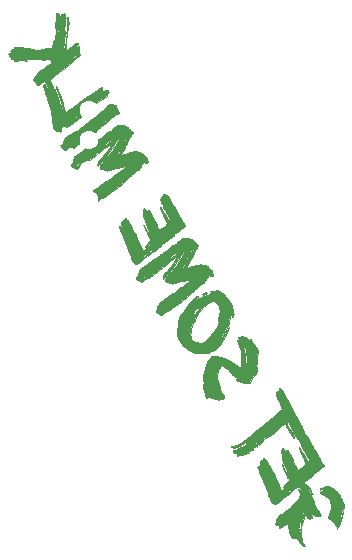
<source format=gbo>
G04 #@! TF.GenerationSoftware,KiCad,Pcbnew,(5.1.10)-1*
G04 #@! TF.CreationDate,2021-08-17T09:51:17-04:00*
G04 #@! TF.ProjectId,milkcrate,6d696c6b-6372-4617-9465-2e6b69636164,rev?*
G04 #@! TF.SameCoordinates,Original*
G04 #@! TF.FileFunction,Legend,Bot*
G04 #@! TF.FilePolarity,Positive*
%FSLAX46Y46*%
G04 Gerber Fmt 4.6, Leading zero omitted, Abs format (unit mm)*
G04 Created by KiCad (PCBNEW (5.1.10)-1) date 2021-08-17 09:51:17*
%MOMM*%
%LPD*%
G01*
G04 APERTURE LIST*
%ADD10C,0.010000*%
%ADD11C,3.987800*%
%ADD12C,3.048000*%
%ADD13C,1.750000*%
%ADD14R,1.600000X1.600000*%
%ADD15C,1.600000*%
%ADD16R,1.700000X1.700000*%
%ADD17O,1.700000X1.700000*%
G04 APERTURE END LIST*
D10*
G04 #@! TO.C,G\u002A\u002A\u002A*
G36*
X142898326Y-57485705D02*
G01*
X142870176Y-57440217D01*
X142847307Y-57406053D01*
X142828405Y-57380834D01*
X142812157Y-57362187D01*
X142798775Y-57349112D01*
X142749543Y-57307388D01*
X142715775Y-57291913D01*
X142683123Y-57298878D01*
X142658660Y-57311921D01*
X142622639Y-57335293D01*
X142612122Y-57357908D01*
X142625617Y-57393858D01*
X142646135Y-57430312D01*
X142694268Y-57513682D01*
X142579282Y-57504574D01*
X142501325Y-57503487D01*
X142453338Y-57520988D01*
X142424248Y-57565258D01*
X142405447Y-57633068D01*
X142394796Y-57740133D01*
X142407147Y-57864675D01*
X142443437Y-58010115D01*
X142504604Y-58179874D01*
X142591586Y-58377373D01*
X142633001Y-58463249D01*
X142687551Y-58576480D01*
X142741117Y-58691906D01*
X142787793Y-58796546D01*
X142821677Y-58877425D01*
X142823609Y-58882350D01*
X142883041Y-59035010D01*
X142814075Y-59105536D01*
X142764564Y-59150764D01*
X142732385Y-59165567D01*
X142720606Y-59162878D01*
X142695331Y-59166361D01*
X142653640Y-59198796D01*
X142603267Y-59250256D01*
X142530336Y-59325773D01*
X142436047Y-59417308D01*
X142319439Y-59525680D01*
X142179551Y-59651706D01*
X142015426Y-59796203D01*
X141826101Y-59959988D01*
X141610618Y-60143878D01*
X141368017Y-60348692D01*
X141097337Y-60575244D01*
X140797618Y-60824354D01*
X140467901Y-61096837D01*
X140107227Y-61393512D01*
X139714633Y-61715195D01*
X139541322Y-61856873D01*
X139492974Y-61895872D01*
X139451709Y-61926221D01*
X139410090Y-61951207D01*
X139360677Y-61974110D01*
X139296030Y-61998217D01*
X139208712Y-62026810D01*
X139091283Y-62063174D01*
X139034915Y-62080417D01*
X138912073Y-62117887D01*
X138799601Y-62152046D01*
X138705231Y-62180559D01*
X138636701Y-62201087D01*
X138603663Y-62210758D01*
X138563989Y-62225488D01*
X138560279Y-62245445D01*
X138578664Y-62273290D01*
X138631497Y-62311422D01*
X138715933Y-62325953D01*
X138832845Y-62316828D01*
X138983106Y-62283985D01*
X139143545Y-62235442D01*
X139210713Y-62211877D01*
X139268034Y-62187583D01*
X139324827Y-62157225D01*
X139390414Y-62115474D01*
X139474111Y-62056997D01*
X139545108Y-62005698D01*
X139662480Y-61920804D01*
X139750529Y-61858607D01*
X139813843Y-61816459D01*
X139857008Y-61791716D01*
X139884612Y-61781727D01*
X139901240Y-61783850D01*
X139910989Y-61794567D01*
X139907197Y-61825862D01*
X139871871Y-61853813D01*
X139835280Y-61881895D01*
X139833058Y-61911184D01*
X139840982Y-61927312D01*
X139857785Y-61980687D01*
X139860072Y-62026276D01*
X139855253Y-62050538D01*
X139842653Y-62073636D01*
X139818333Y-62097729D01*
X139778354Y-62124974D01*
X139718779Y-62157527D01*
X139635667Y-62197545D01*
X139525081Y-62247185D01*
X139383083Y-62308604D01*
X139211192Y-62381651D01*
X139078635Y-62437863D01*
X138958581Y-62489030D01*
X138856693Y-62532717D01*
X138778634Y-62566491D01*
X138730066Y-62587918D01*
X138716767Y-62594197D01*
X138709708Y-62620101D01*
X138728668Y-62666599D01*
X138770960Y-62712807D01*
X138845540Y-62758409D01*
X138908251Y-62787146D01*
X138988336Y-62821739D01*
X139036056Y-62846004D01*
X139058169Y-62865791D01*
X139061433Y-62886949D01*
X139053516Y-62912879D01*
X139044808Y-62954012D01*
X139057404Y-62980890D01*
X139095501Y-62994302D01*
X139163299Y-62995033D01*
X139264998Y-62983869D01*
X139356939Y-62969674D01*
X139464358Y-62948952D01*
X139577695Y-62921994D01*
X139691053Y-62890851D01*
X139798544Y-62857574D01*
X139828271Y-62847213D01*
X139737186Y-62689449D01*
X139697595Y-62704854D01*
X139670715Y-62688146D01*
X139656252Y-62665683D01*
X139625814Y-62612963D01*
X139754574Y-62571397D01*
X139895336Y-62518730D01*
X139998960Y-62462461D01*
X140070636Y-62399202D01*
X140108907Y-62340383D01*
X140140764Y-62287623D01*
X140172504Y-62254991D01*
X140182517Y-62250668D01*
X140211869Y-62231925D01*
X140216057Y-62218910D01*
X140235118Y-62184052D01*
X140277879Y-62164814D01*
X140322219Y-62168172D01*
X140363440Y-62173042D01*
X140404886Y-62152784D01*
X140452333Y-62102874D01*
X140509970Y-62021226D01*
X140549376Y-61962666D01*
X140582234Y-61923858D01*
X140619716Y-61897512D01*
X140672986Y-61876334D01*
X140753216Y-61853033D01*
X140777940Y-61846254D01*
X140839867Y-61838175D01*
X140870952Y-61852215D01*
X140867434Y-61883306D01*
X140833026Y-61920500D01*
X140799380Y-61945919D01*
X140737078Y-61991130D01*
X140651619Y-62052274D01*
X140548510Y-62125489D01*
X140433250Y-62206915D01*
X140311341Y-62292691D01*
X140188288Y-62378956D01*
X140069589Y-62461849D01*
X139960749Y-62537510D01*
X139867270Y-62602077D01*
X139794652Y-62651689D01*
X139748399Y-62682488D01*
X139737186Y-62689449D01*
X139828271Y-62847213D01*
X139894271Y-62824213D01*
X139972347Y-62792820D01*
X140026875Y-62765445D01*
X140051964Y-62744139D01*
X140042322Y-62731127D01*
X140012453Y-62713007D01*
X139983922Y-62683966D01*
X139969542Y-62658506D01*
X139971946Y-62651476D01*
X139993052Y-62645583D01*
X140046686Y-62631670D01*
X140124289Y-62611934D01*
X140200714Y-62592720D01*
X140291397Y-62569966D01*
X140364911Y-62551401D01*
X140412819Y-62539163D01*
X140427100Y-62535339D01*
X140423702Y-62516164D01*
X140412537Y-62468938D01*
X140404810Y-62438223D01*
X140380281Y-62342400D01*
X140687140Y-62165235D01*
X140718890Y-62220227D01*
X140752295Y-62259153D01*
X140778137Y-62259345D01*
X140790998Y-62230614D01*
X140778693Y-62196809D01*
X140765103Y-62139748D01*
X140773777Y-62072049D01*
X140800295Y-62012830D01*
X140827283Y-61986558D01*
X140857020Y-61978550D01*
X140883154Y-61999736D01*
X140901819Y-62029069D01*
X140920516Y-62059994D01*
X140938036Y-62076145D01*
X140961619Y-62075320D01*
X140998502Y-62055318D01*
X141055922Y-62013937D01*
X141125223Y-61961119D01*
X141227842Y-61873188D01*
X141291602Y-61795329D01*
X141318128Y-61725251D01*
X141317584Y-61690091D01*
X141308723Y-61635275D01*
X141676383Y-61423007D01*
X141813472Y-61342956D01*
X141917888Y-61279696D01*
X141994320Y-61230110D01*
X142047458Y-61191086D01*
X142081992Y-61159510D01*
X142093211Y-61146252D01*
X142128787Y-61107325D01*
X142189497Y-61049330D01*
X142270508Y-60976249D01*
X142366986Y-60892059D01*
X142474100Y-60800742D01*
X142587017Y-60706279D01*
X142700904Y-60612650D01*
X142810928Y-60523834D01*
X142912256Y-60443812D01*
X143000055Y-60376565D01*
X143069494Y-60326073D01*
X143115739Y-60296314D01*
X143132729Y-60290094D01*
X143145234Y-60310200D01*
X143168626Y-60361161D01*
X143198999Y-60434167D01*
X143218521Y-60483771D01*
X143249497Y-60560129D01*
X143282502Y-60631423D01*
X143322113Y-60705811D01*
X143372906Y-60791451D01*
X143439454Y-60896498D01*
X143513673Y-61009938D01*
X143610200Y-61155590D01*
X143686618Y-61269116D01*
X143745634Y-61354046D01*
X143789956Y-61413911D01*
X143822292Y-61452244D01*
X143845348Y-61472575D01*
X143861832Y-61478435D01*
X143870876Y-61475838D01*
X143883494Y-61464235D01*
X143886888Y-61443435D01*
X143879698Y-61405398D01*
X143860556Y-61342088D01*
X143835445Y-61267026D01*
X143808928Y-61196125D01*
X143787593Y-61158470D01*
X143766801Y-61146130D01*
X143764636Y-61145985D01*
X143743296Y-61136148D01*
X143747720Y-61120834D01*
X143743163Y-61096046D01*
X143718558Y-61040419D01*
X143673279Y-60952750D01*
X143606703Y-60831833D01*
X143518203Y-60676465D01*
X143507394Y-60657723D01*
X143254019Y-60218864D01*
X143430401Y-60117030D01*
X143636422Y-60605193D01*
X143700216Y-60755971D01*
X143750136Y-60872437D01*
X143788617Y-60959342D01*
X143818095Y-61021439D01*
X143841004Y-61063478D01*
X143859780Y-61090216D01*
X143876858Y-61106400D01*
X143894674Y-61116786D01*
X143899797Y-61119154D01*
X143926073Y-61132880D01*
X143946983Y-61151907D01*
X143967082Y-61184139D01*
X143990925Y-61237478D01*
X144023069Y-61319828D01*
X144037612Y-61358264D01*
X144118073Y-61571574D01*
X144215548Y-61617624D01*
X144284834Y-61657550D01*
X144318955Y-61696996D01*
X144323652Y-61710946D01*
X144335019Y-61737934D01*
X144363420Y-61797646D01*
X144406384Y-61885232D01*
X144461441Y-61995847D01*
X144526119Y-62124640D01*
X144597946Y-62266763D01*
X144674454Y-62417368D01*
X144753168Y-62571607D01*
X144831620Y-62724632D01*
X144907337Y-62871593D01*
X144977849Y-63007645D01*
X145040685Y-63127936D01*
X145093374Y-63227618D01*
X145133445Y-63301845D01*
X145145951Y-63324326D01*
X145200592Y-63421095D01*
X145077097Y-63492395D01*
X144985525Y-63355846D01*
X144932170Y-63268930D01*
X144874232Y-63163075D01*
X144822770Y-63058682D01*
X144814671Y-63040770D01*
X144775866Y-62955421D01*
X144747178Y-62900309D01*
X144722425Y-62866603D01*
X144695427Y-62845467D01*
X144668494Y-62831871D01*
X144633071Y-62812824D01*
X144605744Y-62787153D01*
X144579409Y-62745080D01*
X144546959Y-62676824D01*
X144533096Y-62645520D01*
X144488364Y-62548764D01*
X144437692Y-62446724D01*
X144393368Y-62363892D01*
X144354516Y-62297921D01*
X144328843Y-62263411D01*
X144310216Y-62254154D01*
X144293631Y-62262943D01*
X144287702Y-62273068D01*
X144287501Y-62291546D01*
X144294493Y-62322108D01*
X144310141Y-62368486D01*
X144335910Y-62434411D01*
X144373266Y-62523616D01*
X144423671Y-62639832D01*
X144488591Y-62786791D01*
X144569491Y-62968225D01*
X144576992Y-62984998D01*
X144648450Y-63145770D01*
X144713762Y-63294622D01*
X144771033Y-63427086D01*
X144818367Y-63538694D01*
X144853867Y-63624978D01*
X144875637Y-63681467D01*
X144881854Y-63703535D01*
X144863728Y-63722518D01*
X144818323Y-63761641D01*
X144751836Y-63816098D01*
X144670463Y-63881086D01*
X144580402Y-63951796D01*
X144487850Y-64023425D01*
X144399004Y-64091165D01*
X144320062Y-64150213D01*
X144257219Y-64195762D01*
X144216674Y-64223007D01*
X144204767Y-64228591D01*
X144193184Y-64209323D01*
X144165454Y-64155653D01*
X144123476Y-64071475D01*
X144069152Y-63960682D01*
X144004382Y-63827165D01*
X143931066Y-63674817D01*
X143851108Y-63507530D01*
X143792908Y-63385119D01*
X143697372Y-63183889D01*
X143618127Y-63017541D01*
X143553380Y-62882681D01*
X143501340Y-62775917D01*
X143460214Y-62693852D01*
X143428208Y-62633094D01*
X143403531Y-62590248D01*
X143384392Y-62561920D01*
X143368998Y-62544716D01*
X143355555Y-62535242D01*
X143342271Y-62530103D01*
X143341232Y-62529798D01*
X143286743Y-62526449D01*
X143260835Y-62549988D01*
X143268259Y-62592321D01*
X143288057Y-62620434D01*
X143315534Y-62656772D01*
X143313114Y-62675722D01*
X143295473Y-62684258D01*
X143277858Y-62688248D01*
X143259343Y-62684098D01*
X143234642Y-62667285D01*
X143198469Y-62633284D01*
X143145539Y-62577574D01*
X143070566Y-62495633D01*
X143054990Y-62478485D01*
X142994816Y-62414978D01*
X142954009Y-62380051D01*
X142925891Y-62368915D01*
X142908745Y-62373501D01*
X142868395Y-62419770D01*
X142841483Y-62500457D01*
X142828325Y-62609734D01*
X142829237Y-62741774D01*
X142844536Y-62890747D01*
X142872554Y-63042086D01*
X142928158Y-63258687D01*
X143002409Y-63500568D01*
X143091359Y-63757211D01*
X143191060Y-64018097D01*
X143297564Y-64272707D01*
X143406923Y-64510523D01*
X143473424Y-64642997D01*
X143531051Y-64754320D01*
X143570677Y-64833638D01*
X143594332Y-64886239D01*
X143604048Y-64917414D01*
X143601856Y-64932450D01*
X143589789Y-64936637D01*
X143586190Y-64936632D01*
X143558631Y-64952135D01*
X143511253Y-64995588D01*
X143448947Y-65061004D01*
X143376604Y-65142396D01*
X143299113Y-65233776D01*
X143221369Y-65329155D01*
X143148260Y-65422548D01*
X143084679Y-65507966D01*
X143035517Y-65579420D01*
X143005664Y-65630924D01*
X142999292Y-65655113D01*
X143007423Y-65668935D01*
X143023231Y-65671113D01*
X143053187Y-65658780D01*
X143103759Y-65629069D01*
X143181415Y-65579113D01*
X143203641Y-65564555D01*
X143288806Y-65507953D01*
X143366026Y-65455326D01*
X143425067Y-65413720D01*
X143450041Y-65394969D01*
X143489907Y-65368359D01*
X143513286Y-65371200D01*
X143523906Y-65385324D01*
X143527464Y-65398933D01*
X143520715Y-65416433D01*
X143499784Y-65441381D01*
X143460797Y-65477330D01*
X143399877Y-65527836D01*
X143313147Y-65596456D01*
X143196734Y-65686741D01*
X143187763Y-65693664D01*
X143081569Y-65774754D01*
X142986323Y-65845888D01*
X142907187Y-65903344D01*
X142849317Y-65943400D01*
X142817870Y-65962332D01*
X142814125Y-65963300D01*
X142800989Y-65943268D01*
X142774090Y-65889801D01*
X142736026Y-65808508D01*
X142689395Y-65704999D01*
X142636793Y-65584881D01*
X142609796Y-65522058D01*
X142435025Y-65118842D01*
X142272273Y-64755775D01*
X142121340Y-64432479D01*
X141982027Y-64148571D01*
X141854134Y-63903670D01*
X141737461Y-63697396D01*
X141631811Y-63529366D01*
X141536981Y-63399200D01*
X141452775Y-63306517D01*
X141448213Y-63302284D01*
X141392661Y-63253567D01*
X141355173Y-63230174D01*
X141323870Y-63227506D01*
X141288220Y-63240350D01*
X141247453Y-63263278D01*
X141240308Y-63287341D01*
X141253438Y-63315424D01*
X141268976Y-63358299D01*
X141251418Y-63375022D01*
X141220029Y-63370984D01*
X141180598Y-63379268D01*
X141121949Y-63416063D01*
X141111527Y-63424165D01*
X141046745Y-63496222D01*
X141012819Y-63586229D01*
X141009873Y-63696454D01*
X141038030Y-63829159D01*
X141097414Y-63986612D01*
X141147954Y-64093643D01*
X141196634Y-64196152D01*
X141225415Y-64269169D01*
X141233805Y-64310791D01*
X141221314Y-64319120D01*
X141203080Y-64306912D01*
X141182837Y-64282455D01*
X141144909Y-64230557D01*
X141094930Y-64159111D01*
X141044687Y-64085186D01*
X140908759Y-63882590D01*
X140857442Y-63920706D01*
X140820903Y-63948872D01*
X140804827Y-63963285D01*
X140804819Y-63963308D01*
X140811912Y-63984283D01*
X140833339Y-64040790D01*
X140867609Y-64129095D01*
X140913229Y-64245467D01*
X140968706Y-64386172D01*
X141032550Y-64547479D01*
X141103268Y-64725655D01*
X141179367Y-64916968D01*
X141259355Y-65117684D01*
X141341742Y-65324073D01*
X141425033Y-65532400D01*
X141507738Y-65738935D01*
X141588363Y-65939944D01*
X141665418Y-66131696D01*
X141737410Y-66310456D01*
X141802845Y-66472494D01*
X141860233Y-66614077D01*
X141908082Y-66731473D01*
X141944899Y-66820948D01*
X141969191Y-66878771D01*
X141979085Y-66900615D01*
X142034931Y-66973965D01*
X142109981Y-67042919D01*
X142188853Y-67094483D01*
X142227558Y-67110506D01*
X142279136Y-67115220D01*
X142339737Y-67098792D01*
X142412696Y-67058969D01*
X142501350Y-66993498D01*
X142609035Y-66900128D01*
X142739087Y-66776607D01*
X142775990Y-66740252D01*
X142881056Y-66637574D01*
X142960953Y-66563052D01*
X143019190Y-66513699D01*
X143059272Y-66486527D01*
X143083168Y-66478550D01*
X143112412Y-66472362D01*
X143110678Y-66449282D01*
X143099324Y-66427926D01*
X143070925Y-66378736D01*
X142929611Y-66475532D01*
X142859236Y-66522715D01*
X142815719Y-66548081D01*
X142791631Y-66554643D01*
X142779543Y-66545418D01*
X142776321Y-66537744D01*
X142784623Y-66497651D01*
X142832661Y-66446472D01*
X142833170Y-66446050D01*
X142894806Y-66386254D01*
X142942993Y-66323461D01*
X142970300Y-66268533D01*
X142973170Y-66241295D01*
X142977400Y-66220760D01*
X143010334Y-66220661D01*
X143012078Y-66220949D01*
X143035172Y-66220165D01*
X143067293Y-66208777D01*
X143114184Y-66183563D01*
X143181582Y-66141297D01*
X143275232Y-66078755D01*
X143321774Y-66047034D01*
X143414281Y-65984283D01*
X143493924Y-65931258D01*
X143554460Y-65892038D01*
X143589644Y-65870700D01*
X143595841Y-65868023D01*
X143613431Y-65884892D01*
X143641191Y-65919762D01*
X143658746Y-65947790D01*
X143659944Y-65972621D01*
X143640637Y-66004268D01*
X143596681Y-66052746D01*
X143578164Y-66071968D01*
X143513879Y-66137193D01*
X143473890Y-66173941D01*
X143454089Y-66185120D01*
X143450363Y-66173640D01*
X143453227Y-66160372D01*
X143451164Y-66113215D01*
X143441945Y-66090028D01*
X143428238Y-66073115D01*
X143408648Y-66071934D01*
X143374315Y-66089542D01*
X143316380Y-66128996D01*
X143304377Y-66137506D01*
X143235997Y-66185129D01*
X143174339Y-66226430D01*
X143137056Y-66249863D01*
X143101966Y-66282034D01*
X143102597Y-66306593D01*
X143122392Y-66318220D01*
X143161239Y-66307051D01*
X143210126Y-66281173D01*
X143270440Y-66250610D01*
X143304858Y-66245039D01*
X143316984Y-66254592D01*
X143312407Y-66285655D01*
X143275930Y-66321066D01*
X143236380Y-66358360D01*
X143234085Y-66381194D01*
X143265540Y-66383026D01*
X143302146Y-66369980D01*
X143331825Y-66350255D01*
X143387587Y-66307714D01*
X143463537Y-66247285D01*
X143553781Y-66173892D01*
X143652426Y-66092464D01*
X143753576Y-66007926D01*
X143851339Y-65925203D01*
X143939819Y-65849223D01*
X144013123Y-65784912D01*
X144065357Y-65737197D01*
X144090625Y-65711003D01*
X144090708Y-65710886D01*
X144080092Y-65713616D01*
X144040895Y-65735908D01*
X143979746Y-65773825D01*
X143922356Y-65810877D01*
X143838413Y-65864778D01*
X143782718Y-65897222D01*
X143748950Y-65911179D01*
X143730785Y-65909620D01*
X143725297Y-65903476D01*
X143731580Y-65873505D01*
X143773732Y-65828868D01*
X143848880Y-65771968D01*
X143954150Y-65705200D01*
X143983239Y-65688169D01*
X144049174Y-65652305D01*
X144088675Y-65637809D01*
X144110332Y-65642272D01*
X144117029Y-65650642D01*
X144136486Y-65665869D01*
X144167529Y-65650479D01*
X144182870Y-65637682D01*
X144220593Y-65611215D01*
X144242861Y-65616256D01*
X144248255Y-65623932D01*
X144271035Y-65637741D01*
X144286070Y-65625930D01*
X144316831Y-65586434D01*
X144325469Y-65575315D01*
X144335364Y-65575478D01*
X144351873Y-65596935D01*
X144376811Y-65643340D01*
X144411996Y-65718348D01*
X144459243Y-65825610D01*
X144516514Y-65959675D01*
X144574396Y-66097310D01*
X144616929Y-66201284D01*
X144645785Y-66276700D01*
X144662635Y-66328657D01*
X144669151Y-66362258D01*
X144667005Y-66382601D01*
X144658839Y-66393975D01*
X144638192Y-66405925D01*
X144621205Y-66393659D01*
X144600166Y-66350095D01*
X144593630Y-66334133D01*
X144554812Y-66241084D01*
X144511101Y-66141135D01*
X144466091Y-66041927D01*
X144423375Y-65951100D01*
X144386545Y-65876297D01*
X144359197Y-65825158D01*
X144344944Y-65805328D01*
X144318903Y-65815082D01*
X144288317Y-65839518D01*
X144264862Y-65871269D01*
X144267765Y-65906608D01*
X144288309Y-65947308D01*
X144332778Y-66046738D01*
X144367710Y-66166613D01*
X144387923Y-66286177D01*
X144390605Y-66357041D01*
X144367425Y-66481616D01*
X144306575Y-66601043D01*
X144205854Y-66719580D01*
X144199857Y-66725439D01*
X144155975Y-66769255D01*
X144088673Y-66838081D01*
X144003550Y-66926110D01*
X143906211Y-67027535D01*
X143802258Y-67136547D01*
X143744694Y-67197213D01*
X143633694Y-67314114D01*
X143547622Y-67403669D01*
X143482485Y-67469454D01*
X143434292Y-67515039D01*
X143399051Y-67543998D01*
X143372770Y-67559903D01*
X143351457Y-67566326D01*
X143331634Y-67566870D01*
X143301472Y-67567669D01*
X143273817Y-67577800D01*
X143240866Y-67603095D01*
X143194811Y-67649382D01*
X143137308Y-67712043D01*
X143077077Y-67777079D01*
X143026762Y-67825686D01*
X142975770Y-67865693D01*
X142913504Y-67904924D01*
X142829372Y-67951211D01*
X142774396Y-67980179D01*
X142546053Y-68099764D01*
X142515503Y-68208581D01*
X142492565Y-68273550D01*
X142470867Y-68303970D01*
X142461055Y-68304540D01*
X142427538Y-68298740D01*
X142413751Y-68329028D01*
X142416091Y-68377279D01*
X142412912Y-68458269D01*
X142389010Y-68547994D01*
X142350684Y-68628073D01*
X142315239Y-68671652D01*
X142289824Y-68697229D01*
X142282834Y-68721994D01*
X142295406Y-68758293D01*
X142328683Y-68818471D01*
X142328817Y-68818703D01*
X142365018Y-68878210D01*
X142392116Y-68908559D01*
X142420916Y-68917958D01*
X142456162Y-68915425D01*
X142514219Y-68896918D01*
X142601749Y-68853666D01*
X142715218Y-68787428D01*
X142722038Y-68783217D01*
X142810242Y-68729432D01*
X142869513Y-68696002D01*
X142906348Y-68680108D01*
X142927243Y-68678932D01*
X142938506Y-68689328D01*
X142940603Y-68708307D01*
X142922806Y-68733168D01*
X142879762Y-68769223D01*
X142806123Y-68821779D01*
X142802519Y-68824263D01*
X142709157Y-68889066D01*
X142646412Y-68935864D01*
X142610022Y-68970639D01*
X142595724Y-68999374D01*
X142599253Y-69028051D01*
X142616349Y-69062652D01*
X142623617Y-69075310D01*
X142668591Y-69153208D01*
X143011606Y-68942992D01*
X143354619Y-68732778D01*
X143384821Y-68785089D01*
X143398350Y-68827137D01*
X143411536Y-68900365D01*
X143422683Y-68993646D01*
X143428960Y-69074657D01*
X143448883Y-69267181D01*
X143487329Y-69437362D01*
X143549163Y-69601365D01*
X143639248Y-69775357D01*
X143640295Y-69777180D01*
X143742625Y-69955156D01*
X143830927Y-69966521D01*
X143910062Y-69970308D01*
X143950858Y-69955993D01*
X143814848Y-69720416D01*
X143796187Y-69721589D01*
X143772648Y-69700478D01*
X143739077Y-69651222D01*
X143707976Y-69598810D01*
X143667549Y-69525460D01*
X143648178Y-69479888D01*
X143647361Y-69454698D01*
X143656098Y-69445453D01*
X143674760Y-69444281D01*
X143698299Y-69465392D01*
X143731869Y-69514648D01*
X143762969Y-69567060D01*
X143803397Y-69640410D01*
X143822768Y-69685982D01*
X143823585Y-69711172D01*
X143814848Y-69720416D01*
X143950858Y-69955993D01*
X143952901Y-69955276D01*
X143961874Y-69919713D01*
X143949769Y-69882704D01*
X143935666Y-69834063D01*
X143939921Y-69801170D01*
X143940502Y-69800473D01*
X143959016Y-69799602D01*
X143987426Y-69832116D01*
X144015795Y-69877968D01*
X144146388Y-70078789D01*
X144291787Y-70257174D01*
X144447936Y-70410080D01*
X144552382Y-70489863D01*
X143780818Y-69153475D01*
X143766361Y-69149602D01*
X143770235Y-69135145D01*
X143784693Y-69139018D01*
X143780818Y-69153475D01*
X144552382Y-70489863D01*
X144589761Y-70518416D01*
X143775322Y-69107767D01*
X143770072Y-69108335D01*
X143765659Y-69098933D01*
X143761272Y-69073186D01*
X143756101Y-69024718D01*
X143749335Y-68947157D01*
X143740163Y-68834125D01*
X143739551Y-68826479D01*
X143731097Y-68714426D01*
X143727387Y-68636929D01*
X143729238Y-68586396D01*
X143737463Y-68555234D01*
X143752877Y-68535849D01*
X143772107Y-68523035D01*
X143819222Y-68506298D01*
X143843015Y-68520369D01*
X143845015Y-68547733D01*
X143842050Y-68606702D01*
X143835209Y-68687788D01*
X143825588Y-68781505D01*
X143814278Y-68878366D01*
X143802374Y-68968884D01*
X143790969Y-69043572D01*
X143781156Y-69092943D01*
X143775322Y-69107767D01*
X144589761Y-70518416D01*
X144610778Y-70534471D01*
X144776256Y-70627304D01*
X144940311Y-70685541D01*
X145098888Y-70706140D01*
X145120723Y-70705838D01*
X145277925Y-70688818D01*
X145452062Y-70646901D01*
X145645863Y-70579034D01*
X145862057Y-70484160D01*
X146103377Y-70361224D01*
X146306678Y-70247559D01*
X146507492Y-70128637D01*
X146676318Y-70021646D01*
X146820012Y-69921693D01*
X146945433Y-69823883D01*
X147059436Y-69723319D01*
X147112258Y-69672494D01*
X147194199Y-69586888D01*
X147282737Y-69486360D01*
X147374085Y-69376099D01*
X147464454Y-69261291D01*
X147550057Y-69147126D01*
X147627106Y-69038792D01*
X147691816Y-68941474D01*
X147740396Y-68860363D01*
X147769061Y-68800645D01*
X147774022Y-68767508D01*
X147773579Y-68766640D01*
X147773538Y-68734394D01*
X147783709Y-68724376D01*
X147798888Y-68699602D01*
X147816930Y-68647307D01*
X147835575Y-68578018D01*
X147852561Y-68502268D01*
X147865629Y-68430582D01*
X147872518Y-68373490D01*
X147870969Y-68341524D01*
X147866614Y-68338186D01*
X147852947Y-68359281D01*
X147833860Y-68412634D01*
X147812390Y-68489018D01*
X147799900Y-68540860D01*
X147772741Y-68647465D01*
X147746199Y-68720629D01*
X147716686Y-68769034D01*
X147697475Y-68788603D01*
X147663955Y-68825853D01*
X147615629Y-68890407D01*
X147559087Y-68973038D01*
X147503516Y-69060274D01*
X147434962Y-69169239D01*
X147383340Y-69244219D01*
X147345612Y-69288550D01*
X147318740Y-69305575D01*
X147299683Y-69298632D01*
X147293962Y-69290585D01*
X147299788Y-69261020D01*
X147334258Y-69209759D01*
X147381097Y-69155758D01*
X147493727Y-69013060D01*
X147595088Y-68837387D01*
X147685758Y-68627125D01*
X147766314Y-68380668D01*
X147837338Y-68096402D01*
X147899404Y-67772717D01*
X147904064Y-67743813D01*
X147430738Y-66923988D01*
X147415105Y-66925335D01*
X147394788Y-66908860D01*
X147365641Y-66869213D01*
X147323516Y-66801039D01*
X147286825Y-66738224D01*
X147235501Y-66647514D01*
X147204074Y-66586419D01*
X147189982Y-66548673D01*
X147190663Y-66528006D01*
X147197904Y-66520708D01*
X147213538Y-66519362D01*
X147233854Y-66535837D01*
X147263001Y-66575483D01*
X147305126Y-66643658D01*
X147341818Y-66706474D01*
X147393142Y-66797183D01*
X147424569Y-66858278D01*
X147438660Y-66896024D01*
X147437980Y-66916691D01*
X147430738Y-66923988D01*
X147904064Y-67743813D01*
X147917057Y-67663215D01*
X147932542Y-67553104D01*
X147943260Y-67456347D01*
X147948494Y-67381376D01*
X147947524Y-67336622D01*
X147945489Y-67329480D01*
X147942973Y-67294753D01*
X147954789Y-67281338D01*
X147985900Y-67282827D01*
X148012952Y-67325836D01*
X148036123Y-67410672D01*
X148038939Y-67425211D01*
X148054369Y-67485952D01*
X148070194Y-67504387D01*
X148086552Y-67480541D01*
X148098911Y-67436430D01*
X148111067Y-67309482D01*
X148094735Y-67159172D01*
X148049502Y-66983843D01*
X147974956Y-66781840D01*
X147885477Y-66582158D01*
X147832084Y-66471613D01*
X147792651Y-66393453D01*
X147763419Y-66341613D01*
X147740628Y-66310031D01*
X147720519Y-66292644D01*
X147700491Y-66283756D01*
X147656459Y-66260179D01*
X147628951Y-66229032D01*
X147626878Y-66202024D01*
X147633591Y-66195841D01*
X147642272Y-66177662D01*
X147625720Y-66144695D01*
X147581460Y-66093840D01*
X147507015Y-66021995D01*
X147462425Y-65981468D01*
X147282628Y-65833881D01*
X147110112Y-65719531D01*
X146947124Y-65639237D01*
X146795915Y-65593811D01*
X146658735Y-65584074D01*
X146537833Y-65610839D01*
X146496294Y-65630939D01*
X146440213Y-65657576D01*
X146361595Y-65688541D01*
X146287529Y-65713847D01*
X146209016Y-65738514D01*
X146141055Y-65759863D01*
X146100045Y-65772743D01*
X146070195Y-65788107D01*
X146070862Y-65814514D01*
X146085443Y-65842700D01*
X146110625Y-65877964D01*
X146137703Y-65882579D01*
X146180689Y-65861499D01*
X146272095Y-65824598D01*
X146349873Y-65826270D01*
X146411839Y-65866219D01*
X146433433Y-65895683D01*
X146419832Y-65911013D01*
X146375364Y-65939280D01*
X146307694Y-65975885D01*
X146261198Y-65998951D01*
X146079516Y-66086437D01*
X146133048Y-66179157D01*
X146180296Y-66244431D01*
X146228982Y-66270745D01*
X146287898Y-66260827D01*
X146329279Y-66240093D01*
X146364438Y-66222565D01*
X146373213Y-66233020D01*
X146368169Y-66262337D01*
X146364299Y-66309216D01*
X146380754Y-66345497D01*
X146424239Y-66379067D01*
X146499606Y-66416970D01*
X146668739Y-66510428D01*
X146805692Y-66621999D01*
X146910570Y-66752793D01*
X146983478Y-66903921D01*
X147024519Y-67076492D01*
X147033798Y-67271617D01*
X147011418Y-67490405D01*
X146957485Y-67733967D01*
X146872103Y-68003413D01*
X146755376Y-68299851D01*
X146690310Y-68447508D01*
X146641076Y-68553766D01*
X146593702Y-68652168D01*
X146552866Y-68733249D01*
X146523247Y-68787544D01*
X146517945Y-68796131D01*
X146474849Y-68853009D01*
X146407256Y-68931026D01*
X146322199Y-69023073D01*
X146226712Y-69122041D01*
X146127827Y-69220819D01*
X146032579Y-69312300D01*
X145948000Y-69389374D01*
X145881124Y-69444931D01*
X145863080Y-69458060D01*
X145705071Y-69545441D01*
X145524301Y-69610144D01*
X145336703Y-69646660D01*
X145309736Y-69649301D01*
X145191689Y-69646989D01*
X145052220Y-69625080D01*
X144905280Y-69587231D01*
X144764821Y-69537098D01*
X144644793Y-69478338D01*
X144634938Y-69472426D01*
X144566052Y-69431977D01*
X144521289Y-69412499D01*
X144489590Y-69411418D01*
X144459893Y-69426161D01*
X144453906Y-69430298D01*
X144420071Y-69461789D01*
X144417647Y-69496899D01*
X144430468Y-69529966D01*
X144446766Y-69584159D01*
X144438386Y-69609483D01*
X144412673Y-69604758D01*
X144376970Y-69568803D01*
X144359194Y-69541419D01*
X144310324Y-69430624D01*
X144283012Y-69301918D01*
X144277058Y-69150512D01*
X144292261Y-68971617D01*
X144326776Y-68768576D01*
X144349154Y-68672509D01*
X144380996Y-68556388D01*
X144420057Y-68426586D01*
X144464097Y-68289471D01*
X144510870Y-68151413D01*
X144558136Y-68018782D01*
X144603652Y-67897949D01*
X144645173Y-67795283D01*
X144680460Y-67717153D01*
X144707267Y-67669930D01*
X144717204Y-67659648D01*
X144742685Y-67658956D01*
X144752077Y-67692530D01*
X144745680Y-67755607D01*
X144723791Y-67843419D01*
X144701359Y-67911619D01*
X144656791Y-68046903D01*
X144610563Y-68204669D01*
X144565665Y-68373040D01*
X144525087Y-68540139D01*
X144491818Y-68694089D01*
X144468849Y-68823017D01*
X144464994Y-68850499D01*
X144453924Y-68952365D01*
X144452488Y-69013118D01*
X144460635Y-69032855D01*
X144478315Y-69011674D01*
X144505476Y-68949672D01*
X144542068Y-68846947D01*
X144588038Y-68703595D01*
X144643336Y-68519715D01*
X144649423Y-68498943D01*
X144813772Y-67936936D01*
X144932078Y-68129831D01*
X144983080Y-68209564D01*
X145026207Y-68270533D01*
X145056607Y-68306220D01*
X145068094Y-68312503D01*
X145109013Y-68309033D01*
X145162523Y-68326264D01*
X145209737Y-68356583D01*
X145226279Y-68376254D01*
X145270564Y-68418077D01*
X145329155Y-68432744D01*
X145384808Y-68417128D01*
X145397165Y-68407245D01*
X145421403Y-68355421D01*
X145421501Y-68270074D01*
X145397404Y-68150936D01*
X145349054Y-67997734D01*
X145276397Y-67810198D01*
X145272203Y-67800102D01*
X145251016Y-67742212D01*
X145250220Y-67707108D01*
X145271129Y-67679784D01*
X145283633Y-67669429D01*
X145317414Y-67645273D01*
X145327252Y-67650344D01*
X145323231Y-67676431D01*
X145324816Y-67711907D01*
X145343844Y-67764950D01*
X145383055Y-67842212D01*
X145414537Y-67897992D01*
X145515785Y-68073359D01*
X145805105Y-68107516D01*
X145920794Y-68120722D01*
X146001378Y-68128115D01*
X146053730Y-68129365D01*
X146060705Y-68128188D01*
X144505946Y-65435266D01*
X144469216Y-65440320D01*
X144449249Y-65417866D01*
X144458374Y-65382496D01*
X144459808Y-65380659D01*
X144493174Y-65361226D01*
X144524607Y-65383419D01*
X144528496Y-65389658D01*
X144524656Y-65418311D01*
X144505946Y-65435266D01*
X146060705Y-68128188D01*
X146084723Y-68124140D01*
X146101230Y-68112110D01*
X146110123Y-68092942D01*
X146110165Y-68092813D01*
X146130651Y-68049834D01*
X146147375Y-68031555D01*
X146153381Y-68015817D01*
X146142678Y-67982318D01*
X146113376Y-67927853D01*
X146063588Y-67849211D01*
X145991422Y-67743186D01*
X145906759Y-67623075D01*
X145867267Y-67567332D01*
X145833123Y-67517580D01*
X145802117Y-67469344D01*
X145772040Y-67418151D01*
X145740685Y-67359524D01*
X145705841Y-67288991D01*
X145665302Y-67202077D01*
X145616858Y-67094306D01*
X145558302Y-66961205D01*
X145487423Y-66798299D01*
X145402013Y-66601113D01*
X145399780Y-66595957D01*
X145325048Y-66423269D01*
X145255733Y-66263059D01*
X145193599Y-66119401D01*
X145140407Y-65996374D01*
X145097921Y-65898053D01*
X145067903Y-65828516D01*
X145052114Y-65791839D01*
X145050111Y-65787114D01*
X145063598Y-65773881D01*
X145075824Y-65766158D01*
X145107157Y-65769647D01*
X145132527Y-65800634D01*
X145181670Y-65868231D01*
X145239975Y-65923943D01*
X145296201Y-65958238D01*
X145325861Y-65964548D01*
X145358758Y-65958207D01*
X145356934Y-65936013D01*
X145352558Y-65927974D01*
X145315593Y-65894753D01*
X145290959Y-65885850D01*
X145260279Y-65875205D01*
X145256629Y-65847850D01*
X145259725Y-65831752D01*
X145257368Y-65776191D01*
X145243656Y-65739351D01*
X145212810Y-65701091D01*
X145156541Y-65644394D01*
X145083109Y-65576472D01*
X145000774Y-65504534D01*
X144917795Y-65435788D01*
X144842433Y-65377443D01*
X144782949Y-65336709D01*
X144780917Y-65335489D01*
X144728790Y-65299985D01*
X144707614Y-65275237D01*
X144710558Y-65268101D01*
X144736694Y-65249849D01*
X144789059Y-65211011D01*
X144861989Y-65155958D01*
X144949817Y-65089059D01*
X145046877Y-65014680D01*
X145147503Y-64937194D01*
X145246032Y-64860966D01*
X145336794Y-64790367D01*
X145414125Y-64729765D01*
X145472361Y-64683528D01*
X145505833Y-64656026D01*
X145511667Y-64650389D01*
X145496488Y-64638944D01*
X145473123Y-64632944D01*
X145427223Y-64612905D01*
X145419733Y-64579286D01*
X145445658Y-64544628D01*
X145483204Y-64520393D01*
X145548090Y-64486194D01*
X145628485Y-64448133D01*
X145658645Y-64434790D01*
X145730306Y-64402383D01*
X145791243Y-64370574D01*
X145850353Y-64333377D01*
X145916530Y-64284810D01*
X145998667Y-64218890D01*
X146079159Y-64151893D01*
X146171172Y-64075839D01*
X146257124Y-64006845D01*
X146329392Y-63950882D01*
X146360924Y-63928016D01*
X142866838Y-57876081D01*
X142845995Y-57876853D01*
X142820136Y-57851859D01*
X142783548Y-57795192D01*
X142775841Y-57781971D01*
X142741082Y-57716888D01*
X142728771Y-57678279D01*
X142736651Y-57658241D01*
X142739838Y-57656111D01*
X142760681Y-57655340D01*
X142786540Y-57680334D01*
X142823129Y-57737000D01*
X142830834Y-57750221D01*
X142865595Y-57815304D01*
X142877905Y-57853914D01*
X142870026Y-57873952D01*
X142866838Y-57876081D01*
X146360924Y-63928016D01*
X146380354Y-63913924D01*
X146393696Y-63905432D01*
X146439222Y-63870267D01*
X146442837Y-63840553D01*
X146404403Y-63814898D01*
X146384155Y-63807624D01*
X146344855Y-63787000D01*
X146334488Y-63751022D01*
X146334612Y-63742980D01*
X146327002Y-63682946D01*
X146292796Y-63648046D01*
X146262020Y-63635552D01*
X146225344Y-63617229D01*
X146218773Y-63586748D01*
X146220333Y-63575816D01*
X146214472Y-63533577D01*
X146184733Y-63467528D01*
X146136725Y-63385328D01*
X146108681Y-63338036D01*
X146062670Y-63257789D01*
X146001037Y-63148779D01*
X145926120Y-63015196D01*
X145840263Y-62861230D01*
X145745808Y-62691070D01*
X145645095Y-62508910D01*
X145540465Y-62318937D01*
X145516905Y-62276058D01*
X144988186Y-61313384D01*
X144896294Y-61267559D01*
X144804401Y-61221734D01*
X144779094Y-61107617D01*
X144772855Y-61080229D01*
X144765967Y-61053424D01*
X144757241Y-61024840D01*
X144745486Y-60992117D01*
X144729510Y-60952893D01*
X144708124Y-60904809D01*
X144680136Y-60845501D01*
X144644354Y-60772612D01*
X144599591Y-60683779D01*
X144544652Y-60576642D01*
X144478347Y-60448839D01*
X144399487Y-60298010D01*
X144306881Y-60121794D01*
X144199335Y-59917830D01*
X144075662Y-59683758D01*
X143934670Y-59417216D01*
X143775166Y-59115845D01*
X143759318Y-59085902D01*
X143606098Y-58796540D01*
X143471298Y-58542255D01*
X143353603Y-58320674D01*
X143251700Y-58129418D01*
X143164274Y-57966112D01*
X143090012Y-57828383D01*
X143027600Y-57713852D01*
X142975724Y-57620146D01*
X142933071Y-57544888D01*
X142898326Y-57485705D01*
G37*
X142898326Y-57485705D02*
X142870176Y-57440217D01*
X142847307Y-57406053D01*
X142828405Y-57380834D01*
X142812157Y-57362187D01*
X142798775Y-57349112D01*
X142749543Y-57307388D01*
X142715775Y-57291913D01*
X142683123Y-57298878D01*
X142658660Y-57311921D01*
X142622639Y-57335293D01*
X142612122Y-57357908D01*
X142625617Y-57393858D01*
X142646135Y-57430312D01*
X142694268Y-57513682D01*
X142579282Y-57504574D01*
X142501325Y-57503487D01*
X142453338Y-57520988D01*
X142424248Y-57565258D01*
X142405447Y-57633068D01*
X142394796Y-57740133D01*
X142407147Y-57864675D01*
X142443437Y-58010115D01*
X142504604Y-58179874D01*
X142591586Y-58377373D01*
X142633001Y-58463249D01*
X142687551Y-58576480D01*
X142741117Y-58691906D01*
X142787793Y-58796546D01*
X142821677Y-58877425D01*
X142823609Y-58882350D01*
X142883041Y-59035010D01*
X142814075Y-59105536D01*
X142764564Y-59150764D01*
X142732385Y-59165567D01*
X142720606Y-59162878D01*
X142695331Y-59166361D01*
X142653640Y-59198796D01*
X142603267Y-59250256D01*
X142530336Y-59325773D01*
X142436047Y-59417308D01*
X142319439Y-59525680D01*
X142179551Y-59651706D01*
X142015426Y-59796203D01*
X141826101Y-59959988D01*
X141610618Y-60143878D01*
X141368017Y-60348692D01*
X141097337Y-60575244D01*
X140797618Y-60824354D01*
X140467901Y-61096837D01*
X140107227Y-61393512D01*
X139714633Y-61715195D01*
X139541322Y-61856873D01*
X139492974Y-61895872D01*
X139451709Y-61926221D01*
X139410090Y-61951207D01*
X139360677Y-61974110D01*
X139296030Y-61998217D01*
X139208712Y-62026810D01*
X139091283Y-62063174D01*
X139034915Y-62080417D01*
X138912073Y-62117887D01*
X138799601Y-62152046D01*
X138705231Y-62180559D01*
X138636701Y-62201087D01*
X138603663Y-62210758D01*
X138563989Y-62225488D01*
X138560279Y-62245445D01*
X138578664Y-62273290D01*
X138631497Y-62311422D01*
X138715933Y-62325953D01*
X138832845Y-62316828D01*
X138983106Y-62283985D01*
X139143545Y-62235442D01*
X139210713Y-62211877D01*
X139268034Y-62187583D01*
X139324827Y-62157225D01*
X139390414Y-62115474D01*
X139474111Y-62056997D01*
X139545108Y-62005698D01*
X139662480Y-61920804D01*
X139750529Y-61858607D01*
X139813843Y-61816459D01*
X139857008Y-61791716D01*
X139884612Y-61781727D01*
X139901240Y-61783850D01*
X139910989Y-61794567D01*
X139907197Y-61825862D01*
X139871871Y-61853813D01*
X139835280Y-61881895D01*
X139833058Y-61911184D01*
X139840982Y-61927312D01*
X139857785Y-61980687D01*
X139860072Y-62026276D01*
X139855253Y-62050538D01*
X139842653Y-62073636D01*
X139818333Y-62097729D01*
X139778354Y-62124974D01*
X139718779Y-62157527D01*
X139635667Y-62197545D01*
X139525081Y-62247185D01*
X139383083Y-62308604D01*
X139211192Y-62381651D01*
X139078635Y-62437863D01*
X138958581Y-62489030D01*
X138856693Y-62532717D01*
X138778634Y-62566491D01*
X138730066Y-62587918D01*
X138716767Y-62594197D01*
X138709708Y-62620101D01*
X138728668Y-62666599D01*
X138770960Y-62712807D01*
X138845540Y-62758409D01*
X138908251Y-62787146D01*
X138988336Y-62821739D01*
X139036056Y-62846004D01*
X139058169Y-62865791D01*
X139061433Y-62886949D01*
X139053516Y-62912879D01*
X139044808Y-62954012D01*
X139057404Y-62980890D01*
X139095501Y-62994302D01*
X139163299Y-62995033D01*
X139264998Y-62983869D01*
X139356939Y-62969674D01*
X139464358Y-62948952D01*
X139577695Y-62921994D01*
X139691053Y-62890851D01*
X139798544Y-62857574D01*
X139828271Y-62847213D01*
X139737186Y-62689449D01*
X139697595Y-62704854D01*
X139670715Y-62688146D01*
X139656252Y-62665683D01*
X139625814Y-62612963D01*
X139754574Y-62571397D01*
X139895336Y-62518730D01*
X139998960Y-62462461D01*
X140070636Y-62399202D01*
X140108907Y-62340383D01*
X140140764Y-62287623D01*
X140172504Y-62254991D01*
X140182517Y-62250668D01*
X140211869Y-62231925D01*
X140216057Y-62218910D01*
X140235118Y-62184052D01*
X140277879Y-62164814D01*
X140322219Y-62168172D01*
X140363440Y-62173042D01*
X140404886Y-62152784D01*
X140452333Y-62102874D01*
X140509970Y-62021226D01*
X140549376Y-61962666D01*
X140582234Y-61923858D01*
X140619716Y-61897512D01*
X140672986Y-61876334D01*
X140753216Y-61853033D01*
X140777940Y-61846254D01*
X140839867Y-61838175D01*
X140870952Y-61852215D01*
X140867434Y-61883306D01*
X140833026Y-61920500D01*
X140799380Y-61945919D01*
X140737078Y-61991130D01*
X140651619Y-62052274D01*
X140548510Y-62125489D01*
X140433250Y-62206915D01*
X140311341Y-62292691D01*
X140188288Y-62378956D01*
X140069589Y-62461849D01*
X139960749Y-62537510D01*
X139867270Y-62602077D01*
X139794652Y-62651689D01*
X139748399Y-62682488D01*
X139737186Y-62689449D01*
X139828271Y-62847213D01*
X139894271Y-62824213D01*
X139972347Y-62792820D01*
X140026875Y-62765445D01*
X140051964Y-62744139D01*
X140042322Y-62731127D01*
X140012453Y-62713007D01*
X139983922Y-62683966D01*
X139969542Y-62658506D01*
X139971946Y-62651476D01*
X139993052Y-62645583D01*
X140046686Y-62631670D01*
X140124289Y-62611934D01*
X140200714Y-62592720D01*
X140291397Y-62569966D01*
X140364911Y-62551401D01*
X140412819Y-62539163D01*
X140427100Y-62535339D01*
X140423702Y-62516164D01*
X140412537Y-62468938D01*
X140404810Y-62438223D01*
X140380281Y-62342400D01*
X140687140Y-62165235D01*
X140718890Y-62220227D01*
X140752295Y-62259153D01*
X140778137Y-62259345D01*
X140790998Y-62230614D01*
X140778693Y-62196809D01*
X140765103Y-62139748D01*
X140773777Y-62072049D01*
X140800295Y-62012830D01*
X140827283Y-61986558D01*
X140857020Y-61978550D01*
X140883154Y-61999736D01*
X140901819Y-62029069D01*
X140920516Y-62059994D01*
X140938036Y-62076145D01*
X140961619Y-62075320D01*
X140998502Y-62055318D01*
X141055922Y-62013937D01*
X141125223Y-61961119D01*
X141227842Y-61873188D01*
X141291602Y-61795329D01*
X141318128Y-61725251D01*
X141317584Y-61690091D01*
X141308723Y-61635275D01*
X141676383Y-61423007D01*
X141813472Y-61342956D01*
X141917888Y-61279696D01*
X141994320Y-61230110D01*
X142047458Y-61191086D01*
X142081992Y-61159510D01*
X142093211Y-61146252D01*
X142128787Y-61107325D01*
X142189497Y-61049330D01*
X142270508Y-60976249D01*
X142366986Y-60892059D01*
X142474100Y-60800742D01*
X142587017Y-60706279D01*
X142700904Y-60612650D01*
X142810928Y-60523834D01*
X142912256Y-60443812D01*
X143000055Y-60376565D01*
X143069494Y-60326073D01*
X143115739Y-60296314D01*
X143132729Y-60290094D01*
X143145234Y-60310200D01*
X143168626Y-60361161D01*
X143198999Y-60434167D01*
X143218521Y-60483771D01*
X143249497Y-60560129D01*
X143282502Y-60631423D01*
X143322113Y-60705811D01*
X143372906Y-60791451D01*
X143439454Y-60896498D01*
X143513673Y-61009938D01*
X143610200Y-61155590D01*
X143686618Y-61269116D01*
X143745634Y-61354046D01*
X143789956Y-61413911D01*
X143822292Y-61452244D01*
X143845348Y-61472575D01*
X143861832Y-61478435D01*
X143870876Y-61475838D01*
X143883494Y-61464235D01*
X143886888Y-61443435D01*
X143879698Y-61405398D01*
X143860556Y-61342088D01*
X143835445Y-61267026D01*
X143808928Y-61196125D01*
X143787593Y-61158470D01*
X143766801Y-61146130D01*
X143764636Y-61145985D01*
X143743296Y-61136148D01*
X143747720Y-61120834D01*
X143743163Y-61096046D01*
X143718558Y-61040419D01*
X143673279Y-60952750D01*
X143606703Y-60831833D01*
X143518203Y-60676465D01*
X143507394Y-60657723D01*
X143254019Y-60218864D01*
X143430401Y-60117030D01*
X143636422Y-60605193D01*
X143700216Y-60755971D01*
X143750136Y-60872437D01*
X143788617Y-60959342D01*
X143818095Y-61021439D01*
X143841004Y-61063478D01*
X143859780Y-61090216D01*
X143876858Y-61106400D01*
X143894674Y-61116786D01*
X143899797Y-61119154D01*
X143926073Y-61132880D01*
X143946983Y-61151907D01*
X143967082Y-61184139D01*
X143990925Y-61237478D01*
X144023069Y-61319828D01*
X144037612Y-61358264D01*
X144118073Y-61571574D01*
X144215548Y-61617624D01*
X144284834Y-61657550D01*
X144318955Y-61696996D01*
X144323652Y-61710946D01*
X144335019Y-61737934D01*
X144363420Y-61797646D01*
X144406384Y-61885232D01*
X144461441Y-61995847D01*
X144526119Y-62124640D01*
X144597946Y-62266763D01*
X144674454Y-62417368D01*
X144753168Y-62571607D01*
X144831620Y-62724632D01*
X144907337Y-62871593D01*
X144977849Y-63007645D01*
X145040685Y-63127936D01*
X145093374Y-63227618D01*
X145133445Y-63301845D01*
X145145951Y-63324326D01*
X145200592Y-63421095D01*
X145077097Y-63492395D01*
X144985525Y-63355846D01*
X144932170Y-63268930D01*
X144874232Y-63163075D01*
X144822770Y-63058682D01*
X144814671Y-63040770D01*
X144775866Y-62955421D01*
X144747178Y-62900309D01*
X144722425Y-62866603D01*
X144695427Y-62845467D01*
X144668494Y-62831871D01*
X144633071Y-62812824D01*
X144605744Y-62787153D01*
X144579409Y-62745080D01*
X144546959Y-62676824D01*
X144533096Y-62645520D01*
X144488364Y-62548764D01*
X144437692Y-62446724D01*
X144393368Y-62363892D01*
X144354516Y-62297921D01*
X144328843Y-62263411D01*
X144310216Y-62254154D01*
X144293631Y-62262943D01*
X144287702Y-62273068D01*
X144287501Y-62291546D01*
X144294493Y-62322108D01*
X144310141Y-62368486D01*
X144335910Y-62434411D01*
X144373266Y-62523616D01*
X144423671Y-62639832D01*
X144488591Y-62786791D01*
X144569491Y-62968225D01*
X144576992Y-62984998D01*
X144648450Y-63145770D01*
X144713762Y-63294622D01*
X144771033Y-63427086D01*
X144818367Y-63538694D01*
X144853867Y-63624978D01*
X144875637Y-63681467D01*
X144881854Y-63703535D01*
X144863728Y-63722518D01*
X144818323Y-63761641D01*
X144751836Y-63816098D01*
X144670463Y-63881086D01*
X144580402Y-63951796D01*
X144487850Y-64023425D01*
X144399004Y-64091165D01*
X144320062Y-64150213D01*
X144257219Y-64195762D01*
X144216674Y-64223007D01*
X144204767Y-64228591D01*
X144193184Y-64209323D01*
X144165454Y-64155653D01*
X144123476Y-64071475D01*
X144069152Y-63960682D01*
X144004382Y-63827165D01*
X143931066Y-63674817D01*
X143851108Y-63507530D01*
X143792908Y-63385119D01*
X143697372Y-63183889D01*
X143618127Y-63017541D01*
X143553380Y-62882681D01*
X143501340Y-62775917D01*
X143460214Y-62693852D01*
X143428208Y-62633094D01*
X143403531Y-62590248D01*
X143384392Y-62561920D01*
X143368998Y-62544716D01*
X143355555Y-62535242D01*
X143342271Y-62530103D01*
X143341232Y-62529798D01*
X143286743Y-62526449D01*
X143260835Y-62549988D01*
X143268259Y-62592321D01*
X143288057Y-62620434D01*
X143315534Y-62656772D01*
X143313114Y-62675722D01*
X143295473Y-62684258D01*
X143277858Y-62688248D01*
X143259343Y-62684098D01*
X143234642Y-62667285D01*
X143198469Y-62633284D01*
X143145539Y-62577574D01*
X143070566Y-62495633D01*
X143054990Y-62478485D01*
X142994816Y-62414978D01*
X142954009Y-62380051D01*
X142925891Y-62368915D01*
X142908745Y-62373501D01*
X142868395Y-62419770D01*
X142841483Y-62500457D01*
X142828325Y-62609734D01*
X142829237Y-62741774D01*
X142844536Y-62890747D01*
X142872554Y-63042086D01*
X142928158Y-63258687D01*
X143002409Y-63500568D01*
X143091359Y-63757211D01*
X143191060Y-64018097D01*
X143297564Y-64272707D01*
X143406923Y-64510523D01*
X143473424Y-64642997D01*
X143531051Y-64754320D01*
X143570677Y-64833638D01*
X143594332Y-64886239D01*
X143604048Y-64917414D01*
X143601856Y-64932450D01*
X143589789Y-64936637D01*
X143586190Y-64936632D01*
X143558631Y-64952135D01*
X143511253Y-64995588D01*
X143448947Y-65061004D01*
X143376604Y-65142396D01*
X143299113Y-65233776D01*
X143221369Y-65329155D01*
X143148260Y-65422548D01*
X143084679Y-65507966D01*
X143035517Y-65579420D01*
X143005664Y-65630924D01*
X142999292Y-65655113D01*
X143007423Y-65668935D01*
X143023231Y-65671113D01*
X143053187Y-65658780D01*
X143103759Y-65629069D01*
X143181415Y-65579113D01*
X143203641Y-65564555D01*
X143288806Y-65507953D01*
X143366026Y-65455326D01*
X143425067Y-65413720D01*
X143450041Y-65394969D01*
X143489907Y-65368359D01*
X143513286Y-65371200D01*
X143523906Y-65385324D01*
X143527464Y-65398933D01*
X143520715Y-65416433D01*
X143499784Y-65441381D01*
X143460797Y-65477330D01*
X143399877Y-65527836D01*
X143313147Y-65596456D01*
X143196734Y-65686741D01*
X143187763Y-65693664D01*
X143081569Y-65774754D01*
X142986323Y-65845888D01*
X142907187Y-65903344D01*
X142849317Y-65943400D01*
X142817870Y-65962332D01*
X142814125Y-65963300D01*
X142800989Y-65943268D01*
X142774090Y-65889801D01*
X142736026Y-65808508D01*
X142689395Y-65704999D01*
X142636793Y-65584881D01*
X142609796Y-65522058D01*
X142435025Y-65118842D01*
X142272273Y-64755775D01*
X142121340Y-64432479D01*
X141982027Y-64148571D01*
X141854134Y-63903670D01*
X141737461Y-63697396D01*
X141631811Y-63529366D01*
X141536981Y-63399200D01*
X141452775Y-63306517D01*
X141448213Y-63302284D01*
X141392661Y-63253567D01*
X141355173Y-63230174D01*
X141323870Y-63227506D01*
X141288220Y-63240350D01*
X141247453Y-63263278D01*
X141240308Y-63287341D01*
X141253438Y-63315424D01*
X141268976Y-63358299D01*
X141251418Y-63375022D01*
X141220029Y-63370984D01*
X141180598Y-63379268D01*
X141121949Y-63416063D01*
X141111527Y-63424165D01*
X141046745Y-63496222D01*
X141012819Y-63586229D01*
X141009873Y-63696454D01*
X141038030Y-63829159D01*
X141097414Y-63986612D01*
X141147954Y-64093643D01*
X141196634Y-64196152D01*
X141225415Y-64269169D01*
X141233805Y-64310791D01*
X141221314Y-64319120D01*
X141203080Y-64306912D01*
X141182837Y-64282455D01*
X141144909Y-64230557D01*
X141094930Y-64159111D01*
X141044687Y-64085186D01*
X140908759Y-63882590D01*
X140857442Y-63920706D01*
X140820903Y-63948872D01*
X140804827Y-63963285D01*
X140804819Y-63963308D01*
X140811912Y-63984283D01*
X140833339Y-64040790D01*
X140867609Y-64129095D01*
X140913229Y-64245467D01*
X140968706Y-64386172D01*
X141032550Y-64547479D01*
X141103268Y-64725655D01*
X141179367Y-64916968D01*
X141259355Y-65117684D01*
X141341742Y-65324073D01*
X141425033Y-65532400D01*
X141507738Y-65738935D01*
X141588363Y-65939944D01*
X141665418Y-66131696D01*
X141737410Y-66310456D01*
X141802845Y-66472494D01*
X141860233Y-66614077D01*
X141908082Y-66731473D01*
X141944899Y-66820948D01*
X141969191Y-66878771D01*
X141979085Y-66900615D01*
X142034931Y-66973965D01*
X142109981Y-67042919D01*
X142188853Y-67094483D01*
X142227558Y-67110506D01*
X142279136Y-67115220D01*
X142339737Y-67098792D01*
X142412696Y-67058969D01*
X142501350Y-66993498D01*
X142609035Y-66900128D01*
X142739087Y-66776607D01*
X142775990Y-66740252D01*
X142881056Y-66637574D01*
X142960953Y-66563052D01*
X143019190Y-66513699D01*
X143059272Y-66486527D01*
X143083168Y-66478550D01*
X143112412Y-66472362D01*
X143110678Y-66449282D01*
X143099324Y-66427926D01*
X143070925Y-66378736D01*
X142929611Y-66475532D01*
X142859236Y-66522715D01*
X142815719Y-66548081D01*
X142791631Y-66554643D01*
X142779543Y-66545418D01*
X142776321Y-66537744D01*
X142784623Y-66497651D01*
X142832661Y-66446472D01*
X142833170Y-66446050D01*
X142894806Y-66386254D01*
X142942993Y-66323461D01*
X142970300Y-66268533D01*
X142973170Y-66241295D01*
X142977400Y-66220760D01*
X143010334Y-66220661D01*
X143012078Y-66220949D01*
X143035172Y-66220165D01*
X143067293Y-66208777D01*
X143114184Y-66183563D01*
X143181582Y-66141297D01*
X143275232Y-66078755D01*
X143321774Y-66047034D01*
X143414281Y-65984283D01*
X143493924Y-65931258D01*
X143554460Y-65892038D01*
X143589644Y-65870700D01*
X143595841Y-65868023D01*
X143613431Y-65884892D01*
X143641191Y-65919762D01*
X143658746Y-65947790D01*
X143659944Y-65972621D01*
X143640637Y-66004268D01*
X143596681Y-66052746D01*
X143578164Y-66071968D01*
X143513879Y-66137193D01*
X143473890Y-66173941D01*
X143454089Y-66185120D01*
X143450363Y-66173640D01*
X143453227Y-66160372D01*
X143451164Y-66113215D01*
X143441945Y-66090028D01*
X143428238Y-66073115D01*
X143408648Y-66071934D01*
X143374315Y-66089542D01*
X143316380Y-66128996D01*
X143304377Y-66137506D01*
X143235997Y-66185129D01*
X143174339Y-66226430D01*
X143137056Y-66249863D01*
X143101966Y-66282034D01*
X143102597Y-66306593D01*
X143122392Y-66318220D01*
X143161239Y-66307051D01*
X143210126Y-66281173D01*
X143270440Y-66250610D01*
X143304858Y-66245039D01*
X143316984Y-66254592D01*
X143312407Y-66285655D01*
X143275930Y-66321066D01*
X143236380Y-66358360D01*
X143234085Y-66381194D01*
X143265540Y-66383026D01*
X143302146Y-66369980D01*
X143331825Y-66350255D01*
X143387587Y-66307714D01*
X143463537Y-66247285D01*
X143553781Y-66173892D01*
X143652426Y-66092464D01*
X143753576Y-66007926D01*
X143851339Y-65925203D01*
X143939819Y-65849223D01*
X144013123Y-65784912D01*
X144065357Y-65737197D01*
X144090625Y-65711003D01*
X144090708Y-65710886D01*
X144080092Y-65713616D01*
X144040895Y-65735908D01*
X143979746Y-65773825D01*
X143922356Y-65810877D01*
X143838413Y-65864778D01*
X143782718Y-65897222D01*
X143748950Y-65911179D01*
X143730785Y-65909620D01*
X143725297Y-65903476D01*
X143731580Y-65873505D01*
X143773732Y-65828868D01*
X143848880Y-65771968D01*
X143954150Y-65705200D01*
X143983239Y-65688169D01*
X144049174Y-65652305D01*
X144088675Y-65637809D01*
X144110332Y-65642272D01*
X144117029Y-65650642D01*
X144136486Y-65665869D01*
X144167529Y-65650479D01*
X144182870Y-65637682D01*
X144220593Y-65611215D01*
X144242861Y-65616256D01*
X144248255Y-65623932D01*
X144271035Y-65637741D01*
X144286070Y-65625930D01*
X144316831Y-65586434D01*
X144325469Y-65575315D01*
X144335364Y-65575478D01*
X144351873Y-65596935D01*
X144376811Y-65643340D01*
X144411996Y-65718348D01*
X144459243Y-65825610D01*
X144516514Y-65959675D01*
X144574396Y-66097310D01*
X144616929Y-66201284D01*
X144645785Y-66276700D01*
X144662635Y-66328657D01*
X144669151Y-66362258D01*
X144667005Y-66382601D01*
X144658839Y-66393975D01*
X144638192Y-66405925D01*
X144621205Y-66393659D01*
X144600166Y-66350095D01*
X144593630Y-66334133D01*
X144554812Y-66241084D01*
X144511101Y-66141135D01*
X144466091Y-66041927D01*
X144423375Y-65951100D01*
X144386545Y-65876297D01*
X144359197Y-65825158D01*
X144344944Y-65805328D01*
X144318903Y-65815082D01*
X144288317Y-65839518D01*
X144264862Y-65871269D01*
X144267765Y-65906608D01*
X144288309Y-65947308D01*
X144332778Y-66046738D01*
X144367710Y-66166613D01*
X144387923Y-66286177D01*
X144390605Y-66357041D01*
X144367425Y-66481616D01*
X144306575Y-66601043D01*
X144205854Y-66719580D01*
X144199857Y-66725439D01*
X144155975Y-66769255D01*
X144088673Y-66838081D01*
X144003550Y-66926110D01*
X143906211Y-67027535D01*
X143802258Y-67136547D01*
X143744694Y-67197213D01*
X143633694Y-67314114D01*
X143547622Y-67403669D01*
X143482485Y-67469454D01*
X143434292Y-67515039D01*
X143399051Y-67543998D01*
X143372770Y-67559903D01*
X143351457Y-67566326D01*
X143331634Y-67566870D01*
X143301472Y-67567669D01*
X143273817Y-67577800D01*
X143240866Y-67603095D01*
X143194811Y-67649382D01*
X143137308Y-67712043D01*
X143077077Y-67777079D01*
X143026762Y-67825686D01*
X142975770Y-67865693D01*
X142913504Y-67904924D01*
X142829372Y-67951211D01*
X142774396Y-67980179D01*
X142546053Y-68099764D01*
X142515503Y-68208581D01*
X142492565Y-68273550D01*
X142470867Y-68303970D01*
X142461055Y-68304540D01*
X142427538Y-68298740D01*
X142413751Y-68329028D01*
X142416091Y-68377279D01*
X142412912Y-68458269D01*
X142389010Y-68547994D01*
X142350684Y-68628073D01*
X142315239Y-68671652D01*
X142289824Y-68697229D01*
X142282834Y-68721994D01*
X142295406Y-68758293D01*
X142328683Y-68818471D01*
X142328817Y-68818703D01*
X142365018Y-68878210D01*
X142392116Y-68908559D01*
X142420916Y-68917958D01*
X142456162Y-68915425D01*
X142514219Y-68896918D01*
X142601749Y-68853666D01*
X142715218Y-68787428D01*
X142722038Y-68783217D01*
X142810242Y-68729432D01*
X142869513Y-68696002D01*
X142906348Y-68680108D01*
X142927243Y-68678932D01*
X142938506Y-68689328D01*
X142940603Y-68708307D01*
X142922806Y-68733168D01*
X142879762Y-68769223D01*
X142806123Y-68821779D01*
X142802519Y-68824263D01*
X142709157Y-68889066D01*
X142646412Y-68935864D01*
X142610022Y-68970639D01*
X142595724Y-68999374D01*
X142599253Y-69028051D01*
X142616349Y-69062652D01*
X142623617Y-69075310D01*
X142668591Y-69153208D01*
X143011606Y-68942992D01*
X143354619Y-68732778D01*
X143384821Y-68785089D01*
X143398350Y-68827137D01*
X143411536Y-68900365D01*
X143422683Y-68993646D01*
X143428960Y-69074657D01*
X143448883Y-69267181D01*
X143487329Y-69437362D01*
X143549163Y-69601365D01*
X143639248Y-69775357D01*
X143640295Y-69777180D01*
X143742625Y-69955156D01*
X143830927Y-69966521D01*
X143910062Y-69970308D01*
X143950858Y-69955993D01*
X143814848Y-69720416D01*
X143796187Y-69721589D01*
X143772648Y-69700478D01*
X143739077Y-69651222D01*
X143707976Y-69598810D01*
X143667549Y-69525460D01*
X143648178Y-69479888D01*
X143647361Y-69454698D01*
X143656098Y-69445453D01*
X143674760Y-69444281D01*
X143698299Y-69465392D01*
X143731869Y-69514648D01*
X143762969Y-69567060D01*
X143803397Y-69640410D01*
X143822768Y-69685982D01*
X143823585Y-69711172D01*
X143814848Y-69720416D01*
X143950858Y-69955993D01*
X143952901Y-69955276D01*
X143961874Y-69919713D01*
X143949769Y-69882704D01*
X143935666Y-69834063D01*
X143939921Y-69801170D01*
X143940502Y-69800473D01*
X143959016Y-69799602D01*
X143987426Y-69832116D01*
X144015795Y-69877968D01*
X144146388Y-70078789D01*
X144291787Y-70257174D01*
X144447936Y-70410080D01*
X144552382Y-70489863D01*
X143780818Y-69153475D01*
X143766361Y-69149602D01*
X143770235Y-69135145D01*
X143784693Y-69139018D01*
X143780818Y-69153475D01*
X144552382Y-70489863D01*
X144589761Y-70518416D01*
X143775322Y-69107767D01*
X143770072Y-69108335D01*
X143765659Y-69098933D01*
X143761272Y-69073186D01*
X143756101Y-69024718D01*
X143749335Y-68947157D01*
X143740163Y-68834125D01*
X143739551Y-68826479D01*
X143731097Y-68714426D01*
X143727387Y-68636929D01*
X143729238Y-68586396D01*
X143737463Y-68555234D01*
X143752877Y-68535849D01*
X143772107Y-68523035D01*
X143819222Y-68506298D01*
X143843015Y-68520369D01*
X143845015Y-68547733D01*
X143842050Y-68606702D01*
X143835209Y-68687788D01*
X143825588Y-68781505D01*
X143814278Y-68878366D01*
X143802374Y-68968884D01*
X143790969Y-69043572D01*
X143781156Y-69092943D01*
X143775322Y-69107767D01*
X144589761Y-70518416D01*
X144610778Y-70534471D01*
X144776256Y-70627304D01*
X144940311Y-70685541D01*
X145098888Y-70706140D01*
X145120723Y-70705838D01*
X145277925Y-70688818D01*
X145452062Y-70646901D01*
X145645863Y-70579034D01*
X145862057Y-70484160D01*
X146103377Y-70361224D01*
X146306678Y-70247559D01*
X146507492Y-70128637D01*
X146676318Y-70021646D01*
X146820012Y-69921693D01*
X146945433Y-69823883D01*
X147059436Y-69723319D01*
X147112258Y-69672494D01*
X147194199Y-69586888D01*
X147282737Y-69486360D01*
X147374085Y-69376099D01*
X147464454Y-69261291D01*
X147550057Y-69147126D01*
X147627106Y-69038792D01*
X147691816Y-68941474D01*
X147740396Y-68860363D01*
X147769061Y-68800645D01*
X147774022Y-68767508D01*
X147773579Y-68766640D01*
X147773538Y-68734394D01*
X147783709Y-68724376D01*
X147798888Y-68699602D01*
X147816930Y-68647307D01*
X147835575Y-68578018D01*
X147852561Y-68502268D01*
X147865629Y-68430582D01*
X147872518Y-68373490D01*
X147870969Y-68341524D01*
X147866614Y-68338186D01*
X147852947Y-68359281D01*
X147833860Y-68412634D01*
X147812390Y-68489018D01*
X147799900Y-68540860D01*
X147772741Y-68647465D01*
X147746199Y-68720629D01*
X147716686Y-68769034D01*
X147697475Y-68788603D01*
X147663955Y-68825853D01*
X147615629Y-68890407D01*
X147559087Y-68973038D01*
X147503516Y-69060274D01*
X147434962Y-69169239D01*
X147383340Y-69244219D01*
X147345612Y-69288550D01*
X147318740Y-69305575D01*
X147299683Y-69298632D01*
X147293962Y-69290585D01*
X147299788Y-69261020D01*
X147334258Y-69209759D01*
X147381097Y-69155758D01*
X147493727Y-69013060D01*
X147595088Y-68837387D01*
X147685758Y-68627125D01*
X147766314Y-68380668D01*
X147837338Y-68096402D01*
X147899404Y-67772717D01*
X147904064Y-67743813D01*
X147430738Y-66923988D01*
X147415105Y-66925335D01*
X147394788Y-66908860D01*
X147365641Y-66869213D01*
X147323516Y-66801039D01*
X147286825Y-66738224D01*
X147235501Y-66647514D01*
X147204074Y-66586419D01*
X147189982Y-66548673D01*
X147190663Y-66528006D01*
X147197904Y-66520708D01*
X147213538Y-66519362D01*
X147233854Y-66535837D01*
X147263001Y-66575483D01*
X147305126Y-66643658D01*
X147341818Y-66706474D01*
X147393142Y-66797183D01*
X147424569Y-66858278D01*
X147438660Y-66896024D01*
X147437980Y-66916691D01*
X147430738Y-66923988D01*
X147904064Y-67743813D01*
X147917057Y-67663215D01*
X147932542Y-67553104D01*
X147943260Y-67456347D01*
X147948494Y-67381376D01*
X147947524Y-67336622D01*
X147945489Y-67329480D01*
X147942973Y-67294753D01*
X147954789Y-67281338D01*
X147985900Y-67282827D01*
X148012952Y-67325836D01*
X148036123Y-67410672D01*
X148038939Y-67425211D01*
X148054369Y-67485952D01*
X148070194Y-67504387D01*
X148086552Y-67480541D01*
X148098911Y-67436430D01*
X148111067Y-67309482D01*
X148094735Y-67159172D01*
X148049502Y-66983843D01*
X147974956Y-66781840D01*
X147885477Y-66582158D01*
X147832084Y-66471613D01*
X147792651Y-66393453D01*
X147763419Y-66341613D01*
X147740628Y-66310031D01*
X147720519Y-66292644D01*
X147700491Y-66283756D01*
X147656459Y-66260179D01*
X147628951Y-66229032D01*
X147626878Y-66202024D01*
X147633591Y-66195841D01*
X147642272Y-66177662D01*
X147625720Y-66144695D01*
X147581460Y-66093840D01*
X147507015Y-66021995D01*
X147462425Y-65981468D01*
X147282628Y-65833881D01*
X147110112Y-65719531D01*
X146947124Y-65639237D01*
X146795915Y-65593811D01*
X146658735Y-65584074D01*
X146537833Y-65610839D01*
X146496294Y-65630939D01*
X146440213Y-65657576D01*
X146361595Y-65688541D01*
X146287529Y-65713847D01*
X146209016Y-65738514D01*
X146141055Y-65759863D01*
X146100045Y-65772743D01*
X146070195Y-65788107D01*
X146070862Y-65814514D01*
X146085443Y-65842700D01*
X146110625Y-65877964D01*
X146137703Y-65882579D01*
X146180689Y-65861499D01*
X146272095Y-65824598D01*
X146349873Y-65826270D01*
X146411839Y-65866219D01*
X146433433Y-65895683D01*
X146419832Y-65911013D01*
X146375364Y-65939280D01*
X146307694Y-65975885D01*
X146261198Y-65998951D01*
X146079516Y-66086437D01*
X146133048Y-66179157D01*
X146180296Y-66244431D01*
X146228982Y-66270745D01*
X146287898Y-66260827D01*
X146329279Y-66240093D01*
X146364438Y-66222565D01*
X146373213Y-66233020D01*
X146368169Y-66262337D01*
X146364299Y-66309216D01*
X146380754Y-66345497D01*
X146424239Y-66379067D01*
X146499606Y-66416970D01*
X146668739Y-66510428D01*
X146805692Y-66621999D01*
X146910570Y-66752793D01*
X146983478Y-66903921D01*
X147024519Y-67076492D01*
X147033798Y-67271617D01*
X147011418Y-67490405D01*
X146957485Y-67733967D01*
X146872103Y-68003413D01*
X146755376Y-68299851D01*
X146690310Y-68447508D01*
X146641076Y-68553766D01*
X146593702Y-68652168D01*
X146552866Y-68733249D01*
X146523247Y-68787544D01*
X146517945Y-68796131D01*
X146474849Y-68853009D01*
X146407256Y-68931026D01*
X146322199Y-69023073D01*
X146226712Y-69122041D01*
X146127827Y-69220819D01*
X146032579Y-69312300D01*
X145948000Y-69389374D01*
X145881124Y-69444931D01*
X145863080Y-69458060D01*
X145705071Y-69545441D01*
X145524301Y-69610144D01*
X145336703Y-69646660D01*
X145309736Y-69649301D01*
X145191689Y-69646989D01*
X145052220Y-69625080D01*
X144905280Y-69587231D01*
X144764821Y-69537098D01*
X144644793Y-69478338D01*
X144634938Y-69472426D01*
X144566052Y-69431977D01*
X144521289Y-69412499D01*
X144489590Y-69411418D01*
X144459893Y-69426161D01*
X144453906Y-69430298D01*
X144420071Y-69461789D01*
X144417647Y-69496899D01*
X144430468Y-69529966D01*
X144446766Y-69584159D01*
X144438386Y-69609483D01*
X144412673Y-69604758D01*
X144376970Y-69568803D01*
X144359194Y-69541419D01*
X144310324Y-69430624D01*
X144283012Y-69301918D01*
X144277058Y-69150512D01*
X144292261Y-68971617D01*
X144326776Y-68768576D01*
X144349154Y-68672509D01*
X144380996Y-68556388D01*
X144420057Y-68426586D01*
X144464097Y-68289471D01*
X144510870Y-68151413D01*
X144558136Y-68018782D01*
X144603652Y-67897949D01*
X144645173Y-67795283D01*
X144680460Y-67717153D01*
X144707267Y-67669930D01*
X144717204Y-67659648D01*
X144742685Y-67658956D01*
X144752077Y-67692530D01*
X144745680Y-67755607D01*
X144723791Y-67843419D01*
X144701359Y-67911619D01*
X144656791Y-68046903D01*
X144610563Y-68204669D01*
X144565665Y-68373040D01*
X144525087Y-68540139D01*
X144491818Y-68694089D01*
X144468849Y-68823017D01*
X144464994Y-68850499D01*
X144453924Y-68952365D01*
X144452488Y-69013118D01*
X144460635Y-69032855D01*
X144478315Y-69011674D01*
X144505476Y-68949672D01*
X144542068Y-68846947D01*
X144588038Y-68703595D01*
X144643336Y-68519715D01*
X144649423Y-68498943D01*
X144813772Y-67936936D01*
X144932078Y-68129831D01*
X144983080Y-68209564D01*
X145026207Y-68270533D01*
X145056607Y-68306220D01*
X145068094Y-68312503D01*
X145109013Y-68309033D01*
X145162523Y-68326264D01*
X145209737Y-68356583D01*
X145226279Y-68376254D01*
X145270564Y-68418077D01*
X145329155Y-68432744D01*
X145384808Y-68417128D01*
X145397165Y-68407245D01*
X145421403Y-68355421D01*
X145421501Y-68270074D01*
X145397404Y-68150936D01*
X145349054Y-67997734D01*
X145276397Y-67810198D01*
X145272203Y-67800102D01*
X145251016Y-67742212D01*
X145250220Y-67707108D01*
X145271129Y-67679784D01*
X145283633Y-67669429D01*
X145317414Y-67645273D01*
X145327252Y-67650344D01*
X145323231Y-67676431D01*
X145324816Y-67711907D01*
X145343844Y-67764950D01*
X145383055Y-67842212D01*
X145414537Y-67897992D01*
X145515785Y-68073359D01*
X145805105Y-68107516D01*
X145920794Y-68120722D01*
X146001378Y-68128115D01*
X146053730Y-68129365D01*
X146060705Y-68128188D01*
X144505946Y-65435266D01*
X144469216Y-65440320D01*
X144449249Y-65417866D01*
X144458374Y-65382496D01*
X144459808Y-65380659D01*
X144493174Y-65361226D01*
X144524607Y-65383419D01*
X144528496Y-65389658D01*
X144524656Y-65418311D01*
X144505946Y-65435266D01*
X146060705Y-68128188D01*
X146084723Y-68124140D01*
X146101230Y-68112110D01*
X146110123Y-68092942D01*
X146110165Y-68092813D01*
X146130651Y-68049834D01*
X146147375Y-68031555D01*
X146153381Y-68015817D01*
X146142678Y-67982318D01*
X146113376Y-67927853D01*
X146063588Y-67849211D01*
X145991422Y-67743186D01*
X145906759Y-67623075D01*
X145867267Y-67567332D01*
X145833123Y-67517580D01*
X145802117Y-67469344D01*
X145772040Y-67418151D01*
X145740685Y-67359524D01*
X145705841Y-67288991D01*
X145665302Y-67202077D01*
X145616858Y-67094306D01*
X145558302Y-66961205D01*
X145487423Y-66798299D01*
X145402013Y-66601113D01*
X145399780Y-66595957D01*
X145325048Y-66423269D01*
X145255733Y-66263059D01*
X145193599Y-66119401D01*
X145140407Y-65996374D01*
X145097921Y-65898053D01*
X145067903Y-65828516D01*
X145052114Y-65791839D01*
X145050111Y-65787114D01*
X145063598Y-65773881D01*
X145075824Y-65766158D01*
X145107157Y-65769647D01*
X145132527Y-65800634D01*
X145181670Y-65868231D01*
X145239975Y-65923943D01*
X145296201Y-65958238D01*
X145325861Y-65964548D01*
X145358758Y-65958207D01*
X145356934Y-65936013D01*
X145352558Y-65927974D01*
X145315593Y-65894753D01*
X145290959Y-65885850D01*
X145260279Y-65875205D01*
X145256629Y-65847850D01*
X145259725Y-65831752D01*
X145257368Y-65776191D01*
X145243656Y-65739351D01*
X145212810Y-65701091D01*
X145156541Y-65644394D01*
X145083109Y-65576472D01*
X145000774Y-65504534D01*
X144917795Y-65435788D01*
X144842433Y-65377443D01*
X144782949Y-65336709D01*
X144780917Y-65335489D01*
X144728790Y-65299985D01*
X144707614Y-65275237D01*
X144710558Y-65268101D01*
X144736694Y-65249849D01*
X144789059Y-65211011D01*
X144861989Y-65155958D01*
X144949817Y-65089059D01*
X145046877Y-65014680D01*
X145147503Y-64937194D01*
X145246032Y-64860966D01*
X145336794Y-64790367D01*
X145414125Y-64729765D01*
X145472361Y-64683528D01*
X145505833Y-64656026D01*
X145511667Y-64650389D01*
X145496488Y-64638944D01*
X145473123Y-64632944D01*
X145427223Y-64612905D01*
X145419733Y-64579286D01*
X145445658Y-64544628D01*
X145483204Y-64520393D01*
X145548090Y-64486194D01*
X145628485Y-64448133D01*
X145658645Y-64434790D01*
X145730306Y-64402383D01*
X145791243Y-64370574D01*
X145850353Y-64333377D01*
X145916530Y-64284810D01*
X145998667Y-64218890D01*
X146079159Y-64151893D01*
X146171172Y-64075839D01*
X146257124Y-64006845D01*
X146329392Y-63950882D01*
X146360924Y-63928016D01*
X142866838Y-57876081D01*
X142845995Y-57876853D01*
X142820136Y-57851859D01*
X142783548Y-57795192D01*
X142775841Y-57781971D01*
X142741082Y-57716888D01*
X142728771Y-57678279D01*
X142736651Y-57658241D01*
X142739838Y-57656111D01*
X142760681Y-57655340D01*
X142786540Y-57680334D01*
X142823129Y-57737000D01*
X142830834Y-57750221D01*
X142865595Y-57815304D01*
X142877905Y-57853914D01*
X142870026Y-57873952D01*
X142866838Y-57876081D01*
X146360924Y-63928016D01*
X146380354Y-63913924D01*
X146393696Y-63905432D01*
X146439222Y-63870267D01*
X146442837Y-63840553D01*
X146404403Y-63814898D01*
X146384155Y-63807624D01*
X146344855Y-63787000D01*
X146334488Y-63751022D01*
X146334612Y-63742980D01*
X146327002Y-63682946D01*
X146292796Y-63648046D01*
X146262020Y-63635552D01*
X146225344Y-63617229D01*
X146218773Y-63586748D01*
X146220333Y-63575816D01*
X146214472Y-63533577D01*
X146184733Y-63467528D01*
X146136725Y-63385328D01*
X146108681Y-63338036D01*
X146062670Y-63257789D01*
X146001037Y-63148779D01*
X145926120Y-63015196D01*
X145840263Y-62861230D01*
X145745808Y-62691070D01*
X145645095Y-62508910D01*
X145540465Y-62318937D01*
X145516905Y-62276058D01*
X144988186Y-61313384D01*
X144896294Y-61267559D01*
X144804401Y-61221734D01*
X144779094Y-61107617D01*
X144772855Y-61080229D01*
X144765967Y-61053424D01*
X144757241Y-61024840D01*
X144745486Y-60992117D01*
X144729510Y-60952893D01*
X144708124Y-60904809D01*
X144680136Y-60845501D01*
X144644354Y-60772612D01*
X144599591Y-60683779D01*
X144544652Y-60576642D01*
X144478347Y-60448839D01*
X144399487Y-60298010D01*
X144306881Y-60121794D01*
X144199335Y-59917830D01*
X144075662Y-59683758D01*
X143934670Y-59417216D01*
X143775166Y-59115845D01*
X143759318Y-59085902D01*
X143606098Y-58796540D01*
X143471298Y-58542255D01*
X143353603Y-58320674D01*
X143251700Y-58129418D01*
X143164274Y-57966112D01*
X143090012Y-57828383D01*
X143027600Y-57713852D01*
X142975724Y-57620146D01*
X142933071Y-57544888D01*
X142898326Y-57485705D01*
G36*
X136864866Y-47253063D02*
G01*
X136816763Y-47227710D01*
X136749890Y-47194054D01*
X136721441Y-47165578D01*
X136732348Y-47144193D01*
X136733777Y-47122810D01*
X136702990Y-47083028D01*
X136643661Y-47028905D01*
X136589868Y-46986712D01*
X136512760Y-46943155D01*
X136405973Y-46901398D01*
X136282140Y-46864643D01*
X136153891Y-46836094D01*
X136033859Y-46818952D01*
X135934674Y-46816422D01*
X135922393Y-46817498D01*
X135833909Y-46831730D01*
X135713888Y-46857882D01*
X135570686Y-46893712D01*
X135412660Y-46936981D01*
X135248168Y-46985447D01*
X135085567Y-47036867D01*
X135010252Y-47062075D01*
X134919621Y-47092544D01*
X134844638Y-47116837D01*
X134793772Y-47132274D01*
X134775707Y-47136405D01*
X134782684Y-47117634D01*
X134806759Y-47065019D01*
X134846004Y-46982536D01*
X134898487Y-46874157D01*
X134962281Y-46743857D01*
X135035453Y-46595608D01*
X135116078Y-46433383D01*
X135152541Y-46360350D01*
X135253227Y-46158080D01*
X135335617Y-45990452D01*
X135401009Y-45854583D01*
X135450703Y-45747591D01*
X135485994Y-45666591D01*
X135508181Y-45608700D01*
X135518563Y-45571035D01*
X135518436Y-45550713D01*
X135517688Y-45549147D01*
X135487236Y-45524919D01*
X135465549Y-45529228D01*
X135448785Y-45550650D01*
X135413045Y-45604885D01*
X135360642Y-45688152D01*
X135293886Y-45796671D01*
X135215090Y-45926661D01*
X135126565Y-46074345D01*
X135030622Y-46235939D01*
X134957319Y-46360361D01*
X134858089Y-46529075D01*
X134765368Y-46686229D01*
X134681360Y-46828121D01*
X134608270Y-46951050D01*
X134548303Y-47051315D01*
X134503663Y-47125214D01*
X134476557Y-47169046D01*
X134469065Y-47179959D01*
X134452381Y-47168387D01*
X134428151Y-47133347D01*
X134419669Y-47115086D01*
X134417398Y-47094532D01*
X134423729Y-47066960D01*
X134441061Y-47027653D01*
X134471788Y-46971888D01*
X134518303Y-46894947D01*
X134583003Y-46792107D01*
X134668282Y-46658648D01*
X134671643Y-46653404D01*
X134861338Y-46354155D01*
X135029808Y-46081419D01*
X135176393Y-45836356D01*
X135300436Y-45620125D01*
X135401276Y-45433886D01*
X135478255Y-45278796D01*
X135530711Y-45156016D01*
X135542846Y-45121828D01*
X135563662Y-45051922D01*
X135575474Y-44997905D01*
X135575936Y-44972701D01*
X135552304Y-44954158D01*
X135502804Y-44925865D01*
X135462835Y-44905839D01*
X135404158Y-44875157D01*
X135380889Y-44854677D01*
X135388453Y-44840505D01*
X135404679Y-44814251D01*
X135386430Y-44779032D01*
X135339532Y-44738833D01*
X135269812Y-44697635D01*
X135183101Y-44659424D01*
X135085223Y-44628185D01*
X135073572Y-44625233D01*
X134983772Y-44607327D01*
X134871280Y-44590851D01*
X134755716Y-44578530D01*
X134716170Y-44575575D01*
X134618265Y-44570154D01*
X134551322Y-44570102D01*
X134504122Y-44577226D01*
X134465443Y-44593339D01*
X134424067Y-44620245D01*
X134419672Y-44623368D01*
X134365619Y-44669281D01*
X134326996Y-44715499D01*
X134318001Y-44733452D01*
X134300202Y-44769519D01*
X134271640Y-44774756D01*
X134261466Y-44772684D01*
X134221260Y-44776472D01*
X134162226Y-44805315D01*
X134111336Y-44838357D01*
X134002022Y-44913601D01*
X134036664Y-44973603D01*
X134071305Y-45033606D01*
X133872057Y-45089808D01*
X133672808Y-45146010D01*
X133397056Y-45378331D01*
X133262703Y-45491038D01*
X133156419Y-45578769D01*
X133074289Y-45644282D01*
X133012399Y-45690338D01*
X132966834Y-45719696D01*
X132933682Y-45735115D01*
X132909029Y-45739356D01*
X132890243Y-45735666D01*
X132850009Y-45727447D01*
X132821435Y-45742905D01*
X132797973Y-45788642D01*
X132779711Y-45847067D01*
X132750563Y-45950888D01*
X132663234Y-45935365D01*
X132575904Y-45919843D01*
X132549865Y-46009818D01*
X132523826Y-46099794D01*
X132444197Y-46087423D01*
X132391274Y-46081683D01*
X132364964Y-46090314D01*
X132350459Y-46118929D01*
X132348950Y-46123535D01*
X132342775Y-46172392D01*
X132349207Y-46199511D01*
X132355758Y-46219126D01*
X132334185Y-46220476D01*
X132316664Y-46217228D01*
X132302402Y-46216659D01*
X132283076Y-46221494D01*
X132255509Y-46233794D01*
X132216525Y-46255618D01*
X132162946Y-46289029D01*
X132091595Y-46336085D01*
X131999298Y-46398850D01*
X131882875Y-46479383D01*
X131739150Y-46579745D01*
X131564947Y-46701997D01*
X131512052Y-46739181D01*
X131353939Y-46850776D01*
X131207185Y-46955150D01*
X131075292Y-47049758D01*
X130961759Y-47132050D01*
X130870088Y-47199477D01*
X130803781Y-47249493D01*
X130766337Y-47279546D01*
X130759141Y-47287255D01*
X130768168Y-47393979D01*
X130749863Y-47479382D01*
X130722960Y-47520852D01*
X130691385Y-47567866D01*
X130691046Y-47603157D01*
X130699889Y-47656788D01*
X130681632Y-47726102D01*
X130642080Y-47800152D01*
X130587042Y-47867993D01*
X130524277Y-47917554D01*
X130508377Y-47935871D01*
X130514014Y-47967415D01*
X130543053Y-48022534D01*
X130543234Y-48022841D01*
X130574548Y-48069211D01*
X130611936Y-48105310D01*
X130666154Y-48139129D01*
X130747957Y-48178660D01*
X130760751Y-48184441D01*
X130842971Y-48221445D01*
X130915122Y-48253927D01*
X130964826Y-48276318D01*
X130973640Y-48280292D01*
X130995991Y-48288801D01*
X131016639Y-48288091D01*
X131043006Y-48273559D01*
X131067550Y-48253086D01*
X130975837Y-48094234D01*
X130938681Y-48115350D01*
X130919029Y-48116891D01*
X130908771Y-48101871D01*
X130907804Y-48099149D01*
X130912217Y-48066988D01*
X130944398Y-48017678D01*
X131007127Y-47947043D01*
X131013352Y-47940549D01*
X131080104Y-47874184D01*
X131131925Y-47831874D01*
X131180834Y-47805033D01*
X131225326Y-47789117D01*
X131292647Y-47774541D01*
X131330082Y-47782744D01*
X131337412Y-47791364D01*
X131343339Y-47803072D01*
X131343263Y-47814818D01*
X131332825Y-47830379D01*
X131307667Y-47853535D01*
X131263432Y-47888067D01*
X131195763Y-47937753D01*
X131100301Y-48006374D01*
X131038601Y-48050529D01*
X130975837Y-48094234D01*
X131067550Y-48253086D01*
X131082509Y-48240607D01*
X131142569Y-48184633D01*
X131170136Y-48158452D01*
X131320284Y-48015697D01*
X131517425Y-47957503D01*
X131714566Y-47899310D01*
X132836238Y-46992672D01*
X132879488Y-46957749D01*
X132761769Y-46753855D01*
X132759993Y-46754496D01*
X132738562Y-46741604D01*
X132739908Y-46710567D01*
X132762537Y-46679268D01*
X132786719Y-46660241D01*
X132839979Y-46618593D01*
X132917985Y-46557703D01*
X133016406Y-46480951D01*
X133130909Y-46391715D01*
X133257163Y-46293374D01*
X133317335Y-46246522D01*
X133464806Y-46131957D01*
X133582774Y-46041054D01*
X133674949Y-45971227D01*
X133745040Y-45919894D01*
X133796756Y-45884464D01*
X133833807Y-45862355D01*
X133859902Y-45850978D01*
X133878750Y-45847748D01*
X133888061Y-45848633D01*
X133922264Y-45851409D01*
X133924097Y-45837260D01*
X133921729Y-45832864D01*
X133918274Y-45814717D01*
X133942086Y-45817324D01*
X133996640Y-45813480D01*
X134036021Y-45773310D01*
X134049104Y-45735984D01*
X134069613Y-45683903D01*
X134097663Y-45663528D01*
X134125920Y-45679360D01*
X134130297Y-45686115D01*
X134139940Y-45706561D01*
X134142489Y-45727188D01*
X134135073Y-45750499D01*
X134114821Y-45778991D01*
X134078862Y-45815167D01*
X134024326Y-45861527D01*
X133948341Y-45920572D01*
X133848036Y-45994801D01*
X133720542Y-46086716D01*
X133562986Y-46198817D01*
X133449092Y-46279450D01*
X133299945Y-46384631D01*
X133161374Y-46481761D01*
X133037226Y-46568188D01*
X132931345Y-46641262D01*
X132847578Y-46698333D01*
X132789771Y-46736747D01*
X132761769Y-46753855D01*
X132879488Y-46957749D01*
X133025330Y-46839981D01*
X133204690Y-46695443D01*
X133371623Y-46561210D01*
X133523431Y-46439439D01*
X133657417Y-46332283D01*
X133770884Y-46241897D01*
X133861135Y-46170437D01*
X133925472Y-46120056D01*
X133961200Y-46092910D01*
X133967762Y-46088662D01*
X133966360Y-46108059D01*
X133948150Y-46156583D01*
X133916840Y-46226329D01*
X133876141Y-46309396D01*
X133829759Y-46397878D01*
X133786070Y-46475874D01*
X133716479Y-46588490D01*
X133629911Y-46717400D01*
X133531610Y-46855780D01*
X133426815Y-46996810D01*
X133320769Y-47133669D01*
X133218714Y-47259537D01*
X133125892Y-47367592D01*
X133047544Y-47451012D01*
X133009208Y-47486794D01*
X132910535Y-47588209D01*
X132834102Y-47700461D01*
X132786454Y-47812816D01*
X132774848Y-47871158D01*
X132772909Y-47945958D01*
X132782195Y-48003375D01*
X132800308Y-48034518D01*
X132818973Y-48034876D01*
X132836875Y-48010683D01*
X132859596Y-47963704D01*
X132862254Y-47957196D01*
X132889516Y-47906654D01*
X132926609Y-47883509D01*
X132948460Y-47878550D01*
X132986233Y-47866706D01*
X133011774Y-47839639D01*
X133034814Y-47785703D01*
X133040915Y-47767877D01*
X133072586Y-47694746D01*
X133114761Y-47647033D01*
X133147857Y-47625025D01*
X133196171Y-47600111D01*
X133223859Y-47599810D01*
X133245786Y-47625658D01*
X133251745Y-47635753D01*
X133267250Y-47689796D01*
X133243381Y-47735299D01*
X133204985Y-47763129D01*
X133177350Y-47789586D01*
X133136399Y-47840704D01*
X133092893Y-47902628D01*
X133043464Y-47992700D01*
X133008815Y-48086294D01*
X132991689Y-48172363D01*
X132994823Y-48239864D01*
X133003818Y-48261629D01*
X133032329Y-48279432D01*
X133092812Y-48301290D01*
X133175524Y-48324051D01*
X133244076Y-48339369D01*
X133335630Y-48359634D01*
X133410972Y-48379502D01*
X133460846Y-48396338D01*
X133475953Y-48405360D01*
X133511661Y-48427517D01*
X133577014Y-48433715D01*
X133663121Y-48425518D01*
X133761092Y-48404495D01*
X133862037Y-48372209D01*
X133957064Y-48330229D01*
X133982971Y-48316047D01*
X133997157Y-48310588D01*
X133495468Y-47441637D01*
X133468678Y-47454084D01*
X133398688Y-47480204D01*
X133356163Y-47486876D01*
X133331322Y-47474763D01*
X133323618Y-47463905D01*
X133329310Y-47436020D01*
X133360361Y-47392434D01*
X133383999Y-47367507D01*
X133463673Y-47281676D01*
X133560945Y-47162509D01*
X133673127Y-47013825D01*
X133797527Y-46839441D01*
X133931455Y-46643176D01*
X134072219Y-46428847D01*
X134217129Y-46200272D01*
X134291366Y-46080090D01*
X134356289Y-45979088D01*
X134425733Y-45879518D01*
X134494885Y-45787377D01*
X134558927Y-45708666D01*
X134613045Y-45649383D01*
X134652425Y-45615525D01*
X134668583Y-45610149D01*
X134665894Y-45629445D01*
X134646642Y-45679025D01*
X134614196Y-45751828D01*
X134571927Y-45840793D01*
X134523208Y-45938858D01*
X134471409Y-46038962D01*
X134419900Y-46134044D01*
X134410237Y-46151293D01*
X134322677Y-46299981D01*
X134214755Y-46472584D01*
X134092524Y-46659931D01*
X133962037Y-46852856D01*
X133829349Y-47042192D01*
X133745681Y-47157775D01*
X133669243Y-47260667D01*
X133611478Y-47334642D01*
X133566909Y-47385559D01*
X133530065Y-47419272D01*
X133495468Y-47441637D01*
X133997157Y-48310588D01*
X134051551Y-48289664D01*
X134154057Y-48268151D01*
X134255059Y-48255670D01*
X134440590Y-48233873D01*
X134616975Y-48204510D01*
X134775333Y-48169474D01*
X134906784Y-48130659D01*
X134981231Y-48100752D01*
X135066684Y-48065441D01*
X135119015Y-48056373D01*
X135138314Y-48073546D01*
X135136129Y-48090239D01*
X135116932Y-48113672D01*
X135069465Y-48158485D01*
X134999067Y-48220315D01*
X134911074Y-48294799D01*
X134810823Y-48377573D01*
X134703652Y-48464275D01*
X134594899Y-48550540D01*
X134489898Y-48632007D01*
X134393989Y-48704311D01*
X134316502Y-48760299D01*
X134202096Y-48844476D01*
X134107414Y-48922219D01*
X134039920Y-48987279D01*
X134026172Y-49003287D01*
X133982755Y-49052670D01*
X133936876Y-49091453D01*
X133876299Y-49128305D01*
X133788790Y-49171895D01*
X133787025Y-49172732D01*
X133720284Y-49207402D01*
X133635531Y-49257038D01*
X133529642Y-49323660D01*
X133399493Y-49409287D01*
X133241958Y-49515939D01*
X133053916Y-49645637D01*
X133032360Y-49660614D01*
X132444041Y-50069648D01*
X132439398Y-50145415D01*
X132423537Y-50210424D01*
X132391488Y-50264073D01*
X132389602Y-50266008D01*
X132357590Y-50309462D01*
X132328163Y-50376184D01*
X132299467Y-50471739D01*
X132269650Y-50601690D01*
X132257102Y-50664004D01*
X132225873Y-50823723D01*
X132411289Y-50961597D01*
X132507184Y-51033023D01*
X132575845Y-51081526D01*
X132624803Y-51108343D01*
X132661587Y-51114714D01*
X132693725Y-51101874D01*
X132728748Y-51071060D01*
X132774184Y-51023511D01*
X132776077Y-51021535D01*
X132814711Y-50983374D01*
X132857743Y-50946086D01*
X132910471Y-50906062D01*
X132978188Y-50859689D01*
X133066187Y-50803358D01*
X133179763Y-50733458D01*
X133324210Y-50646377D01*
X133340019Y-50636907D01*
X133482139Y-50551525D01*
X133592068Y-50484584D01*
X133674120Y-50433096D01*
X133732608Y-50394071D01*
X133771849Y-50364518D01*
X133796157Y-50341448D01*
X133809848Y-50321871D01*
X133815909Y-50307178D01*
X133836700Y-50265195D01*
X133872047Y-50250967D01*
X133887640Y-50249971D01*
X133925206Y-50241804D01*
X133975525Y-50216742D01*
X134045908Y-50170692D01*
X134104501Y-50128578D01*
X134504637Y-49822476D01*
X134905005Y-49492582D01*
X135287975Y-49153483D01*
X135330127Y-49114534D01*
X135445696Y-49006994D01*
X135533541Y-48924301D01*
X135597130Y-48862680D01*
X135639931Y-48818358D01*
X135665412Y-48787558D01*
X135677042Y-48766507D01*
X135678287Y-48751429D01*
X135673775Y-48740497D01*
X135666281Y-48720017D01*
X135685581Y-48717667D01*
X135711032Y-48722566D01*
X135739938Y-48726605D01*
X135764865Y-48720189D01*
X135794522Y-48697337D01*
X135837618Y-48652068D01*
X135875093Y-48609909D01*
X135940146Y-48540015D01*
X135992182Y-48495337D01*
X136042921Y-48466732D01*
X136073958Y-48454732D01*
X136174018Y-48415307D01*
X136245145Y-48377067D01*
X136283004Y-48342799D01*
X136285653Y-48318636D01*
X136260471Y-48306354D01*
X136212633Y-48324265D01*
X136204093Y-48329063D01*
X136155239Y-48349913D01*
X136133652Y-48344561D01*
X136139473Y-48319303D01*
X136172840Y-48280439D01*
X136202468Y-48255932D01*
X136270422Y-48215271D01*
X136324959Y-48207277D01*
X136327086Y-48207605D01*
X136349808Y-48208129D01*
X136371895Y-48197652D01*
X136398437Y-48170479D01*
X136434528Y-48120916D01*
X136485258Y-48043267D01*
X136512736Y-47999993D01*
X136584837Y-47892329D01*
X136653108Y-47802130D01*
X136711075Y-47737693D01*
X136730883Y-47720238D01*
X136812548Y-47656296D01*
X136812004Y-47733743D01*
X136813436Y-47785159D01*
X136824832Y-47808546D01*
X136855360Y-47818201D01*
X136867450Y-47820206D01*
X136919626Y-47815794D01*
X136977029Y-47792800D01*
X137028568Y-47758746D01*
X137063153Y-47721157D01*
X137069692Y-47687552D01*
X137068060Y-47684136D01*
X137032418Y-47652974D01*
X137008584Y-47644619D01*
X136961031Y-47620261D01*
X136944259Y-47568074D01*
X136956704Y-47491263D01*
X136963621Y-47399755D01*
X136931838Y-47318154D01*
X136864866Y-47253063D01*
G37*
X136864866Y-47253063D02*
X136816763Y-47227710D01*
X136749890Y-47194054D01*
X136721441Y-47165578D01*
X136732348Y-47144193D01*
X136733777Y-47122810D01*
X136702990Y-47083028D01*
X136643661Y-47028905D01*
X136589868Y-46986712D01*
X136512760Y-46943155D01*
X136405973Y-46901398D01*
X136282140Y-46864643D01*
X136153891Y-46836094D01*
X136033859Y-46818952D01*
X135934674Y-46816422D01*
X135922393Y-46817498D01*
X135833909Y-46831730D01*
X135713888Y-46857882D01*
X135570686Y-46893712D01*
X135412660Y-46936981D01*
X135248168Y-46985447D01*
X135085567Y-47036867D01*
X135010252Y-47062075D01*
X134919621Y-47092544D01*
X134844638Y-47116837D01*
X134793772Y-47132274D01*
X134775707Y-47136405D01*
X134782684Y-47117634D01*
X134806759Y-47065019D01*
X134846004Y-46982536D01*
X134898487Y-46874157D01*
X134962281Y-46743857D01*
X135035453Y-46595608D01*
X135116078Y-46433383D01*
X135152541Y-46360350D01*
X135253227Y-46158080D01*
X135335617Y-45990452D01*
X135401009Y-45854583D01*
X135450703Y-45747591D01*
X135485994Y-45666591D01*
X135508181Y-45608700D01*
X135518563Y-45571035D01*
X135518436Y-45550713D01*
X135517688Y-45549147D01*
X135487236Y-45524919D01*
X135465549Y-45529228D01*
X135448785Y-45550650D01*
X135413045Y-45604885D01*
X135360642Y-45688152D01*
X135293886Y-45796671D01*
X135215090Y-45926661D01*
X135126565Y-46074345D01*
X135030622Y-46235939D01*
X134957319Y-46360361D01*
X134858089Y-46529075D01*
X134765368Y-46686229D01*
X134681360Y-46828121D01*
X134608270Y-46951050D01*
X134548303Y-47051315D01*
X134503663Y-47125214D01*
X134476557Y-47169046D01*
X134469065Y-47179959D01*
X134452381Y-47168387D01*
X134428151Y-47133347D01*
X134419669Y-47115086D01*
X134417398Y-47094532D01*
X134423729Y-47066960D01*
X134441061Y-47027653D01*
X134471788Y-46971888D01*
X134518303Y-46894947D01*
X134583003Y-46792107D01*
X134668282Y-46658648D01*
X134671643Y-46653404D01*
X134861338Y-46354155D01*
X135029808Y-46081419D01*
X135176393Y-45836356D01*
X135300436Y-45620125D01*
X135401276Y-45433886D01*
X135478255Y-45278796D01*
X135530711Y-45156016D01*
X135542846Y-45121828D01*
X135563662Y-45051922D01*
X135575474Y-44997905D01*
X135575936Y-44972701D01*
X135552304Y-44954158D01*
X135502804Y-44925865D01*
X135462835Y-44905839D01*
X135404158Y-44875157D01*
X135380889Y-44854677D01*
X135388453Y-44840505D01*
X135404679Y-44814251D01*
X135386430Y-44779032D01*
X135339532Y-44738833D01*
X135269812Y-44697635D01*
X135183101Y-44659424D01*
X135085223Y-44628185D01*
X135073572Y-44625233D01*
X134983772Y-44607327D01*
X134871280Y-44590851D01*
X134755716Y-44578530D01*
X134716170Y-44575575D01*
X134618265Y-44570154D01*
X134551322Y-44570102D01*
X134504122Y-44577226D01*
X134465443Y-44593339D01*
X134424067Y-44620245D01*
X134419672Y-44623368D01*
X134365619Y-44669281D01*
X134326996Y-44715499D01*
X134318001Y-44733452D01*
X134300202Y-44769519D01*
X134271640Y-44774756D01*
X134261466Y-44772684D01*
X134221260Y-44776472D01*
X134162226Y-44805315D01*
X134111336Y-44838357D01*
X134002022Y-44913601D01*
X134036664Y-44973603D01*
X134071305Y-45033606D01*
X133872057Y-45089808D01*
X133672808Y-45146010D01*
X133397056Y-45378331D01*
X133262703Y-45491038D01*
X133156419Y-45578769D01*
X133074289Y-45644282D01*
X133012399Y-45690338D01*
X132966834Y-45719696D01*
X132933682Y-45735115D01*
X132909029Y-45739356D01*
X132890243Y-45735666D01*
X132850009Y-45727447D01*
X132821435Y-45742905D01*
X132797973Y-45788642D01*
X132779711Y-45847067D01*
X132750563Y-45950888D01*
X132663234Y-45935365D01*
X132575904Y-45919843D01*
X132549865Y-46009818D01*
X132523826Y-46099794D01*
X132444197Y-46087423D01*
X132391274Y-46081683D01*
X132364964Y-46090314D01*
X132350459Y-46118929D01*
X132348950Y-46123535D01*
X132342775Y-46172392D01*
X132349207Y-46199511D01*
X132355758Y-46219126D01*
X132334185Y-46220476D01*
X132316664Y-46217228D01*
X132302402Y-46216659D01*
X132283076Y-46221494D01*
X132255509Y-46233794D01*
X132216525Y-46255618D01*
X132162946Y-46289029D01*
X132091595Y-46336085D01*
X131999298Y-46398850D01*
X131882875Y-46479383D01*
X131739150Y-46579745D01*
X131564947Y-46701997D01*
X131512052Y-46739181D01*
X131353939Y-46850776D01*
X131207185Y-46955150D01*
X131075292Y-47049758D01*
X130961759Y-47132050D01*
X130870088Y-47199477D01*
X130803781Y-47249493D01*
X130766337Y-47279546D01*
X130759141Y-47287255D01*
X130768168Y-47393979D01*
X130749863Y-47479382D01*
X130722960Y-47520852D01*
X130691385Y-47567866D01*
X130691046Y-47603157D01*
X130699889Y-47656788D01*
X130681632Y-47726102D01*
X130642080Y-47800152D01*
X130587042Y-47867993D01*
X130524277Y-47917554D01*
X130508377Y-47935871D01*
X130514014Y-47967415D01*
X130543053Y-48022534D01*
X130543234Y-48022841D01*
X130574548Y-48069211D01*
X130611936Y-48105310D01*
X130666154Y-48139129D01*
X130747957Y-48178660D01*
X130760751Y-48184441D01*
X130842971Y-48221445D01*
X130915122Y-48253927D01*
X130964826Y-48276318D01*
X130973640Y-48280292D01*
X130995991Y-48288801D01*
X131016639Y-48288091D01*
X131043006Y-48273559D01*
X131067550Y-48253086D01*
X130975837Y-48094234D01*
X130938681Y-48115350D01*
X130919029Y-48116891D01*
X130908771Y-48101871D01*
X130907804Y-48099149D01*
X130912217Y-48066988D01*
X130944398Y-48017678D01*
X131007127Y-47947043D01*
X131013352Y-47940549D01*
X131080104Y-47874184D01*
X131131925Y-47831874D01*
X131180834Y-47805033D01*
X131225326Y-47789117D01*
X131292647Y-47774541D01*
X131330082Y-47782744D01*
X131337412Y-47791364D01*
X131343339Y-47803072D01*
X131343263Y-47814818D01*
X131332825Y-47830379D01*
X131307667Y-47853535D01*
X131263432Y-47888067D01*
X131195763Y-47937753D01*
X131100301Y-48006374D01*
X131038601Y-48050529D01*
X130975837Y-48094234D01*
X131067550Y-48253086D01*
X131082509Y-48240607D01*
X131142569Y-48184633D01*
X131170136Y-48158452D01*
X131320284Y-48015697D01*
X131517425Y-47957503D01*
X131714566Y-47899310D01*
X132836238Y-46992672D01*
X132879488Y-46957749D01*
X132761769Y-46753855D01*
X132759993Y-46754496D01*
X132738562Y-46741604D01*
X132739908Y-46710567D01*
X132762537Y-46679268D01*
X132786719Y-46660241D01*
X132839979Y-46618593D01*
X132917985Y-46557703D01*
X133016406Y-46480951D01*
X133130909Y-46391715D01*
X133257163Y-46293374D01*
X133317335Y-46246522D01*
X133464806Y-46131957D01*
X133582774Y-46041054D01*
X133674949Y-45971227D01*
X133745040Y-45919894D01*
X133796756Y-45884464D01*
X133833807Y-45862355D01*
X133859902Y-45850978D01*
X133878750Y-45847748D01*
X133888061Y-45848633D01*
X133922264Y-45851409D01*
X133924097Y-45837260D01*
X133921729Y-45832864D01*
X133918274Y-45814717D01*
X133942086Y-45817324D01*
X133996640Y-45813480D01*
X134036021Y-45773310D01*
X134049104Y-45735984D01*
X134069613Y-45683903D01*
X134097663Y-45663528D01*
X134125920Y-45679360D01*
X134130297Y-45686115D01*
X134139940Y-45706561D01*
X134142489Y-45727188D01*
X134135073Y-45750499D01*
X134114821Y-45778991D01*
X134078862Y-45815167D01*
X134024326Y-45861527D01*
X133948341Y-45920572D01*
X133848036Y-45994801D01*
X133720542Y-46086716D01*
X133562986Y-46198817D01*
X133449092Y-46279450D01*
X133299945Y-46384631D01*
X133161374Y-46481761D01*
X133037226Y-46568188D01*
X132931345Y-46641262D01*
X132847578Y-46698333D01*
X132789771Y-46736747D01*
X132761769Y-46753855D01*
X132879488Y-46957749D01*
X133025330Y-46839981D01*
X133204690Y-46695443D01*
X133371623Y-46561210D01*
X133523431Y-46439439D01*
X133657417Y-46332283D01*
X133770884Y-46241897D01*
X133861135Y-46170437D01*
X133925472Y-46120056D01*
X133961200Y-46092910D01*
X133967762Y-46088662D01*
X133966360Y-46108059D01*
X133948150Y-46156583D01*
X133916840Y-46226329D01*
X133876141Y-46309396D01*
X133829759Y-46397878D01*
X133786070Y-46475874D01*
X133716479Y-46588490D01*
X133629911Y-46717400D01*
X133531610Y-46855780D01*
X133426815Y-46996810D01*
X133320769Y-47133669D01*
X133218714Y-47259537D01*
X133125892Y-47367592D01*
X133047544Y-47451012D01*
X133009208Y-47486794D01*
X132910535Y-47588209D01*
X132834102Y-47700461D01*
X132786454Y-47812816D01*
X132774848Y-47871158D01*
X132772909Y-47945958D01*
X132782195Y-48003375D01*
X132800308Y-48034518D01*
X132818973Y-48034876D01*
X132836875Y-48010683D01*
X132859596Y-47963704D01*
X132862254Y-47957196D01*
X132889516Y-47906654D01*
X132926609Y-47883509D01*
X132948460Y-47878550D01*
X132986233Y-47866706D01*
X133011774Y-47839639D01*
X133034814Y-47785703D01*
X133040915Y-47767877D01*
X133072586Y-47694746D01*
X133114761Y-47647033D01*
X133147857Y-47625025D01*
X133196171Y-47600111D01*
X133223859Y-47599810D01*
X133245786Y-47625658D01*
X133251745Y-47635753D01*
X133267250Y-47689796D01*
X133243381Y-47735299D01*
X133204985Y-47763129D01*
X133177350Y-47789586D01*
X133136399Y-47840704D01*
X133092893Y-47902628D01*
X133043464Y-47992700D01*
X133008815Y-48086294D01*
X132991689Y-48172363D01*
X132994823Y-48239864D01*
X133003818Y-48261629D01*
X133032329Y-48279432D01*
X133092812Y-48301290D01*
X133175524Y-48324051D01*
X133244076Y-48339369D01*
X133335630Y-48359634D01*
X133410972Y-48379502D01*
X133460846Y-48396338D01*
X133475953Y-48405360D01*
X133511661Y-48427517D01*
X133577014Y-48433715D01*
X133663121Y-48425518D01*
X133761092Y-48404495D01*
X133862037Y-48372209D01*
X133957064Y-48330229D01*
X133982971Y-48316047D01*
X133997157Y-48310588D01*
X133495468Y-47441637D01*
X133468678Y-47454084D01*
X133398688Y-47480204D01*
X133356163Y-47486876D01*
X133331322Y-47474763D01*
X133323618Y-47463905D01*
X133329310Y-47436020D01*
X133360361Y-47392434D01*
X133383999Y-47367507D01*
X133463673Y-47281676D01*
X133560945Y-47162509D01*
X133673127Y-47013825D01*
X133797527Y-46839441D01*
X133931455Y-46643176D01*
X134072219Y-46428847D01*
X134217129Y-46200272D01*
X134291366Y-46080090D01*
X134356289Y-45979088D01*
X134425733Y-45879518D01*
X134494885Y-45787377D01*
X134558927Y-45708666D01*
X134613045Y-45649383D01*
X134652425Y-45615525D01*
X134668583Y-45610149D01*
X134665894Y-45629445D01*
X134646642Y-45679025D01*
X134614196Y-45751828D01*
X134571927Y-45840793D01*
X134523208Y-45938858D01*
X134471409Y-46038962D01*
X134419900Y-46134044D01*
X134410237Y-46151293D01*
X134322677Y-46299981D01*
X134214755Y-46472584D01*
X134092524Y-46659931D01*
X133962037Y-46852856D01*
X133829349Y-47042192D01*
X133745681Y-47157775D01*
X133669243Y-47260667D01*
X133611478Y-47334642D01*
X133566909Y-47385559D01*
X133530065Y-47419272D01*
X133495468Y-47441637D01*
X133997157Y-48310588D01*
X134051551Y-48289664D01*
X134154057Y-48268151D01*
X134255059Y-48255670D01*
X134440590Y-48233873D01*
X134616975Y-48204510D01*
X134775333Y-48169474D01*
X134906784Y-48130659D01*
X134981231Y-48100752D01*
X135066684Y-48065441D01*
X135119015Y-48056373D01*
X135138314Y-48073546D01*
X135136129Y-48090239D01*
X135116932Y-48113672D01*
X135069465Y-48158485D01*
X134999067Y-48220315D01*
X134911074Y-48294799D01*
X134810823Y-48377573D01*
X134703652Y-48464275D01*
X134594899Y-48550540D01*
X134489898Y-48632007D01*
X134393989Y-48704311D01*
X134316502Y-48760299D01*
X134202096Y-48844476D01*
X134107414Y-48922219D01*
X134039920Y-48987279D01*
X134026172Y-49003287D01*
X133982755Y-49052670D01*
X133936876Y-49091453D01*
X133876299Y-49128305D01*
X133788790Y-49171895D01*
X133787025Y-49172732D01*
X133720284Y-49207402D01*
X133635531Y-49257038D01*
X133529642Y-49323660D01*
X133399493Y-49409287D01*
X133241958Y-49515939D01*
X133053916Y-49645637D01*
X133032360Y-49660614D01*
X132444041Y-50069648D01*
X132439398Y-50145415D01*
X132423537Y-50210424D01*
X132391488Y-50264073D01*
X132389602Y-50266008D01*
X132357590Y-50309462D01*
X132328163Y-50376184D01*
X132299467Y-50471739D01*
X132269650Y-50601690D01*
X132257102Y-50664004D01*
X132225873Y-50823723D01*
X132411289Y-50961597D01*
X132507184Y-51033023D01*
X132575845Y-51081526D01*
X132624803Y-51108343D01*
X132661587Y-51114714D01*
X132693725Y-51101874D01*
X132728748Y-51071060D01*
X132774184Y-51023511D01*
X132776077Y-51021535D01*
X132814711Y-50983374D01*
X132857743Y-50946086D01*
X132910471Y-50906062D01*
X132978188Y-50859689D01*
X133066187Y-50803358D01*
X133179763Y-50733458D01*
X133324210Y-50646377D01*
X133340019Y-50636907D01*
X133482139Y-50551525D01*
X133592068Y-50484584D01*
X133674120Y-50433096D01*
X133732608Y-50394071D01*
X133771849Y-50364518D01*
X133796157Y-50341448D01*
X133809848Y-50321871D01*
X133815909Y-50307178D01*
X133836700Y-50265195D01*
X133872047Y-50250967D01*
X133887640Y-50249971D01*
X133925206Y-50241804D01*
X133975525Y-50216742D01*
X134045908Y-50170692D01*
X134104501Y-50128578D01*
X134504637Y-49822476D01*
X134905005Y-49492582D01*
X135287975Y-49153483D01*
X135330127Y-49114534D01*
X135445696Y-49006994D01*
X135533541Y-48924301D01*
X135597130Y-48862680D01*
X135639931Y-48818358D01*
X135665412Y-48787558D01*
X135677042Y-48766507D01*
X135678287Y-48751429D01*
X135673775Y-48740497D01*
X135666281Y-48720017D01*
X135685581Y-48717667D01*
X135711032Y-48722566D01*
X135739938Y-48726605D01*
X135764865Y-48720189D01*
X135794522Y-48697337D01*
X135837618Y-48652068D01*
X135875093Y-48609909D01*
X135940146Y-48540015D01*
X135992182Y-48495337D01*
X136042921Y-48466732D01*
X136073958Y-48454732D01*
X136174018Y-48415307D01*
X136245145Y-48377067D01*
X136283004Y-48342799D01*
X136285653Y-48318636D01*
X136260471Y-48306354D01*
X136212633Y-48324265D01*
X136204093Y-48329063D01*
X136155239Y-48349913D01*
X136133652Y-48344561D01*
X136139473Y-48319303D01*
X136172840Y-48280439D01*
X136202468Y-48255932D01*
X136270422Y-48215271D01*
X136324959Y-48207277D01*
X136327086Y-48207605D01*
X136349808Y-48208129D01*
X136371895Y-48197652D01*
X136398437Y-48170479D01*
X136434528Y-48120916D01*
X136485258Y-48043267D01*
X136512736Y-47999993D01*
X136584837Y-47892329D01*
X136653108Y-47802130D01*
X136711075Y-47737693D01*
X136730883Y-47720238D01*
X136812548Y-47656296D01*
X136812004Y-47733743D01*
X136813436Y-47785159D01*
X136824832Y-47808546D01*
X136855360Y-47818201D01*
X136867450Y-47820206D01*
X136919626Y-47815794D01*
X136977029Y-47792800D01*
X137028568Y-47758746D01*
X137063153Y-47721157D01*
X137069692Y-47687552D01*
X137068060Y-47684136D01*
X137032418Y-47652974D01*
X137008584Y-47644619D01*
X136961031Y-47620261D01*
X136944259Y-47568074D01*
X136956704Y-47491263D01*
X136963621Y-47399755D01*
X136931838Y-47318154D01*
X136864866Y-47253063D01*
G36*
X130023366Y-35378894D02*
G01*
X129972329Y-35350641D01*
X129935162Y-35333257D01*
X129877766Y-35305999D01*
X129854744Y-35287920D01*
X129860564Y-35274065D01*
X129865539Y-35270874D01*
X129882287Y-35251673D01*
X129869099Y-35222255D01*
X129853491Y-35203353D01*
X129785430Y-35144757D01*
X129691891Y-35097082D01*
X129568931Y-35059162D01*
X129412606Y-35029828D01*
X129218972Y-35007911D01*
X129183446Y-35004949D01*
X129086728Y-34999149D01*
X129018861Y-35001292D01*
X128966831Y-35013049D01*
X128917622Y-35036092D01*
X128910849Y-35039948D01*
X128833397Y-35099586D01*
X128801532Y-35149983D01*
X128780515Y-35192222D01*
X128755182Y-35203742D01*
X128736813Y-35201326D01*
X128697091Y-35205271D01*
X128640015Y-35233518D01*
X128586484Y-35269032D01*
X128527849Y-35311616D01*
X128498381Y-35339744D01*
X128492327Y-35362894D01*
X128503934Y-35390546D01*
X128508197Y-35398019D01*
X128523032Y-35425718D01*
X128525544Y-35445776D01*
X128509719Y-35462308D01*
X128469537Y-35479426D01*
X128398981Y-35501244D01*
X128326968Y-35521894D01*
X128153447Y-35571389D01*
X127874628Y-35805802D01*
X127739844Y-35918693D01*
X127633226Y-36006711D01*
X127550873Y-36072618D01*
X127488884Y-36119179D01*
X127443357Y-36149158D01*
X127410393Y-36165316D01*
X127386090Y-36170421D01*
X127366548Y-36167233D01*
X127365182Y-36166743D01*
X127322606Y-36159188D01*
X127292499Y-36178213D01*
X127268773Y-36229908D01*
X127255824Y-36276116D01*
X127230809Y-36375667D01*
X127050047Y-36352401D01*
X127026357Y-36440813D01*
X127002667Y-36529226D01*
X126831760Y-36507229D01*
X126821530Y-36578318D01*
X126808034Y-36628710D01*
X126784535Y-36644209D01*
X126777248Y-36643594D01*
X126753637Y-36654097D01*
X126700259Y-36686101D01*
X126621412Y-36736615D01*
X126521394Y-36802648D01*
X126404503Y-36881208D01*
X126275038Y-36969304D01*
X126137298Y-37063946D01*
X125995579Y-37162141D01*
X125854180Y-37260900D01*
X125717401Y-37357229D01*
X125589537Y-37448139D01*
X125474890Y-37530638D01*
X125377755Y-37601733D01*
X125302433Y-37658436D01*
X125253219Y-37697753D01*
X125234415Y-37716695D01*
X125234365Y-37717322D01*
X125243482Y-37819650D01*
X125227795Y-37903091D01*
X125200104Y-37947966D01*
X125166140Y-38004351D01*
X125165828Y-38069717D01*
X125159471Y-38150706D01*
X125114863Y-38235827D01*
X125034977Y-38319574D01*
X125027824Y-38325500D01*
X124994146Y-38356110D01*
X124985046Y-38382623D01*
X124999665Y-38420300D01*
X125020478Y-38456318D01*
X125052123Y-38502017D01*
X125091190Y-38538334D01*
X125148387Y-38573146D01*
X125234428Y-38614329D01*
X125236809Y-38615404D01*
X125319026Y-38652505D01*
X125391217Y-38685128D01*
X125440983Y-38707668D01*
X125449775Y-38711666D01*
X125472145Y-38720334D01*
X125492656Y-38719777D01*
X125518660Y-38705360D01*
X125522156Y-38702399D01*
X125427939Y-38539211D01*
X125400733Y-38550076D01*
X125386701Y-38538925D01*
X125382540Y-38528667D01*
X125385626Y-38497416D01*
X125414727Y-38451094D01*
X125473202Y-38384590D01*
X125486083Y-38371140D01*
X125552269Y-38305604D01*
X125603805Y-38263888D01*
X125653085Y-38237243D01*
X125698679Y-38221064D01*
X125766327Y-38206025D01*
X125804286Y-38213097D01*
X125813036Y-38222863D01*
X125816639Y-38243043D01*
X125800570Y-38267652D01*
X125759136Y-38302773D01*
X125695912Y-38348082D01*
X125616618Y-38403701D01*
X125538459Y-38459555D01*
X125478284Y-38503605D01*
X125478012Y-38503809D01*
X125427939Y-38539211D01*
X125522156Y-38702399D01*
X125557512Y-38672448D01*
X125616567Y-38616406D01*
X125645746Y-38588168D01*
X125795131Y-38443438D01*
X125997476Y-38382366D01*
X126199820Y-38321294D01*
X127315259Y-37418932D01*
X127378844Y-37367552D01*
X127262327Y-37165740D01*
X127261985Y-37165933D01*
X127223569Y-37175493D01*
X127205035Y-37160239D01*
X127216686Y-37129807D01*
X127237293Y-37112002D01*
X127287258Y-37071553D01*
X127362454Y-37011717D01*
X127458757Y-36935755D01*
X127572044Y-36846925D01*
X127698185Y-36748484D01*
X127774799Y-36688903D01*
X127924693Y-36572699D01*
X128044981Y-36480128D01*
X128139323Y-36408641D01*
X128211383Y-36355690D01*
X128264816Y-36318726D01*
X128303288Y-36295199D01*
X128330457Y-36282563D01*
X128349983Y-36278267D01*
X128363171Y-36279243D01*
X128396985Y-36280003D01*
X128399573Y-36268210D01*
X128402017Y-36251453D01*
X128439175Y-36242505D01*
X128445688Y-36241830D01*
X128489454Y-36231026D01*
X128513352Y-36200249D01*
X128523130Y-36172153D01*
X128548410Y-36114068D01*
X128576150Y-36093664D01*
X128603185Y-36113071D01*
X128605453Y-36116803D01*
X128615862Y-36138496D01*
X128619021Y-36160026D01*
X128612012Y-36183952D01*
X128591916Y-36212827D01*
X128555817Y-36249209D01*
X128500798Y-36295651D01*
X128423941Y-36354710D01*
X128322327Y-36428940D01*
X128193040Y-36520899D01*
X128033162Y-36633141D01*
X127948042Y-36692635D01*
X127800313Y-36795662D01*
X127662273Y-36891636D01*
X127538060Y-36977702D01*
X127431818Y-37051003D01*
X127347687Y-37108680D01*
X127289810Y-37147878D01*
X127262327Y-37165740D01*
X127378844Y-37367552D01*
X127503808Y-37266571D01*
X127682652Y-37122380D01*
X127849087Y-36988521D01*
X128000405Y-36867156D01*
X128133898Y-36760443D01*
X128246862Y-36670546D01*
X128336590Y-36599626D01*
X128400374Y-36549843D01*
X128435509Y-36523359D01*
X128441664Y-36519510D01*
X128442245Y-36539394D01*
X128423852Y-36588728D01*
X128389922Y-36661045D01*
X128343896Y-36749886D01*
X128289212Y-36848785D01*
X128229311Y-36951280D01*
X128167632Y-37050907D01*
X128121790Y-37120575D01*
X128036379Y-37242459D01*
X127941574Y-37371247D01*
X127842308Y-37500828D01*
X127743518Y-37625090D01*
X127650138Y-37737919D01*
X127567104Y-37833206D01*
X127499352Y-37904838D01*
X127459034Y-37941345D01*
X127391210Y-38008678D01*
X127330927Y-38094400D01*
X127282401Y-38188695D01*
X127249849Y-38281752D01*
X127237488Y-38363757D01*
X127249534Y-38424895D01*
X127250508Y-38426638D01*
X127277895Y-38443020D01*
X127311882Y-38430001D01*
X127338409Y-38395129D01*
X127343810Y-38376574D01*
X127368905Y-38331734D01*
X127415147Y-38301464D01*
X127459558Y-38297574D01*
X127484390Y-38283462D01*
X127507720Y-38227272D01*
X127513685Y-38205220D01*
X127535950Y-38137354D01*
X127568058Y-38093803D01*
X127617735Y-38059556D01*
X127668085Y-38032909D01*
X127696730Y-38029835D01*
X127717848Y-38051442D01*
X127727898Y-38068169D01*
X127744628Y-38107214D01*
X127735390Y-38137720D01*
X127697538Y-38174333D01*
X127626069Y-38248053D01*
X127562528Y-38338071D01*
X127510982Y-38435188D01*
X127475491Y-38530207D01*
X127460122Y-38613928D01*
X127468937Y-38677154D01*
X127472393Y-38683954D01*
X127499709Y-38701457D01*
X127559158Y-38723784D01*
X127641304Y-38747760D01*
X127715020Y-38765554D01*
X127807314Y-38787451D01*
X127883410Y-38808381D01*
X127934267Y-38825675D01*
X127950687Y-38835073D01*
X127988642Y-38860641D01*
X128056886Y-38867138D01*
X128148450Y-38855596D01*
X128256368Y-38827049D01*
X128373671Y-38782528D01*
X128407062Y-38767428D01*
X128466006Y-38743392D01*
X127965649Y-37876748D01*
X127904735Y-37898335D01*
X127846852Y-37907481D01*
X127806283Y-37901059D01*
X127798073Y-37893381D01*
X127802858Y-37863710D01*
X127834099Y-37819700D01*
X127849896Y-37803225D01*
X127942789Y-37703277D01*
X128052934Y-37568241D01*
X128178422Y-37400781D01*
X128317350Y-37203561D01*
X128467810Y-36979244D01*
X128627897Y-36730492D01*
X128700899Y-36613979D01*
X128787253Y-36479059D01*
X128871712Y-36354451D01*
X128950836Y-36244625D01*
X129021179Y-36154051D01*
X129079302Y-36087199D01*
X129121762Y-36048539D01*
X129142176Y-36040924D01*
X129140542Y-36060562D01*
X129121567Y-36110883D01*
X129088302Y-36185479D01*
X129043803Y-36277935D01*
X128991124Y-36381842D01*
X128933319Y-36490787D01*
X128893508Y-36562935D01*
X128825950Y-36678955D01*
X128744795Y-36811286D01*
X128653715Y-36954567D01*
X128556379Y-37103438D01*
X128456457Y-37252536D01*
X128357620Y-37396502D01*
X128263535Y-37529972D01*
X128177876Y-37647585D01*
X128104311Y-37743982D01*
X128046509Y-37813799D01*
X128015314Y-37845845D01*
X127965649Y-37876748D01*
X128466006Y-38743392D01*
X128496364Y-38731013D01*
X128590623Y-38705457D01*
X128704974Y-38687106D01*
X128769490Y-38679979D01*
X129013892Y-38649107D01*
X129221233Y-38609033D01*
X129389744Y-38560138D01*
X129461567Y-38531295D01*
X129535873Y-38500767D01*
X129580672Y-38490876D01*
X129602611Y-38500235D01*
X129603547Y-38501722D01*
X129593504Y-38524412D01*
X129554099Y-38568623D01*
X129489865Y-38630515D01*
X129405338Y-38706247D01*
X129305052Y-38791981D01*
X129193540Y-38883875D01*
X129075337Y-38978090D01*
X128954977Y-39070785D01*
X128836994Y-39158121D01*
X128782806Y-39196822D01*
X128657364Y-39289445D01*
X128561302Y-39369474D01*
X128498445Y-39433686D01*
X128492425Y-39441346D01*
X128452806Y-39488886D01*
X128410617Y-39524829D01*
X128353157Y-39558129D01*
X128275276Y-39594398D01*
X128217859Y-39622374D01*
X128148628Y-39661158D01*
X128063569Y-39713326D01*
X127958671Y-39781457D01*
X127829922Y-39868128D01*
X127673310Y-39975918D01*
X127573898Y-40045099D01*
X127436786Y-40140638D01*
X127308726Y-40229555D01*
X127194406Y-40308619D01*
X127098518Y-40374600D01*
X127025751Y-40424264D01*
X126980794Y-40454377D01*
X126970689Y-40460810D01*
X126929850Y-40499191D01*
X126916798Y-40556535D01*
X126916692Y-40566830D01*
X126898991Y-40643752D01*
X126867812Y-40683528D01*
X126838241Y-40724952D01*
X126807605Y-40799756D01*
X126774597Y-40911451D01*
X126757240Y-40980383D01*
X126734437Y-41078695D01*
X126716942Y-41161781D01*
X126706411Y-41221196D01*
X126704496Y-41248490D01*
X126704679Y-41248901D01*
X126725248Y-41267914D01*
X126772040Y-41304847D01*
X126836501Y-41353475D01*
X126910080Y-41407576D01*
X126984225Y-41460926D01*
X127050385Y-41507301D01*
X127100006Y-41540478D01*
X127124117Y-41554126D01*
X127149086Y-41543189D01*
X127193215Y-41508126D01*
X127247350Y-41456288D01*
X127252157Y-41451303D01*
X127290685Y-41413278D01*
X127334029Y-41375830D01*
X127387449Y-41335367D01*
X127456202Y-41288299D01*
X127545547Y-41231033D01*
X127660741Y-41159979D01*
X127807044Y-41071544D01*
X127816211Y-41066037D01*
X127957420Y-40981030D01*
X128066593Y-40914579D01*
X128148080Y-40863607D01*
X128206231Y-40825032D01*
X128245398Y-40795774D01*
X128269928Y-40772755D01*
X128284174Y-40752894D01*
X128292484Y-40733112D01*
X128294193Y-40727658D01*
X128310838Y-40684569D01*
X128332041Y-40672425D01*
X128357301Y-40676886D01*
X128378083Y-40679334D01*
X128403112Y-40673168D01*
X128438576Y-40654778D01*
X128490666Y-40620557D01*
X128565570Y-40566897D01*
X128639831Y-40512177D01*
X129013889Y-40223969D01*
X129393409Y-39910469D01*
X129763965Y-39583752D01*
X129907338Y-39451235D01*
X130003000Y-39361128D01*
X130071481Y-39295092D01*
X130116752Y-39248537D01*
X130142791Y-39216873D01*
X130153568Y-39195509D01*
X130153061Y-39179855D01*
X130149275Y-39171783D01*
X130141739Y-39151273D01*
X130160989Y-39148926D01*
X130186342Y-39153810D01*
X130214650Y-39157734D01*
X130239417Y-39151466D01*
X130269033Y-39129174D01*
X130311894Y-39085021D01*
X130356397Y-39035604D01*
X130421125Y-38966121D01*
X130470756Y-38922094D01*
X130515858Y-38895315D01*
X130555659Y-38880828D01*
X130644708Y-38848808D01*
X130713255Y-38813608D01*
X130754517Y-38779550D01*
X130761708Y-38750956D01*
X130761153Y-38749921D01*
X130735971Y-38737640D01*
X130688133Y-38755550D01*
X130679593Y-38760348D01*
X130630767Y-38781139D01*
X130609255Y-38775509D01*
X130615266Y-38749561D01*
X130649014Y-38709395D01*
X130676999Y-38685381D01*
X130737933Y-38645600D01*
X130786124Y-38634978D01*
X130799601Y-38636675D01*
X130821868Y-38637846D01*
X130843625Y-38627996D01*
X130869953Y-38601499D01*
X130905935Y-38552730D01*
X130956656Y-38476063D01*
X130986013Y-38430383D01*
X131054119Y-38329683D01*
X131120537Y-38241673D01*
X131177996Y-38175631D01*
X131205661Y-38150004D01*
X131287153Y-38085496D01*
X131283495Y-38150243D01*
X131288045Y-38203864D01*
X131314983Y-38236566D01*
X131321992Y-38241173D01*
X131354027Y-38253002D01*
X131392904Y-38245883D01*
X131451175Y-38217025D01*
X131464322Y-38209520D01*
X131521643Y-38174085D01*
X131547766Y-38149374D01*
X131549532Y-38127528D01*
X131544626Y-38117267D01*
X131507928Y-38084453D01*
X131484084Y-38075905D01*
X131440842Y-38056465D01*
X131422435Y-38013336D01*
X131426778Y-37940432D01*
X131430588Y-37919747D01*
X131433632Y-37820549D01*
X131398927Y-37739571D01*
X131325780Y-37675630D01*
X131271842Y-37648517D01*
X131214705Y-37621893D01*
X131191983Y-37602828D01*
X131197730Y-37586113D01*
X131199110Y-37584838D01*
X131207846Y-37558968D01*
X131185604Y-37521216D01*
X131130051Y-37468676D01*
X131065368Y-37417998D01*
X131001721Y-37382502D01*
X130908132Y-37345015D01*
X130796648Y-37308912D01*
X130679320Y-37277569D01*
X130568195Y-37254360D01*
X130475324Y-37242659D01*
X130437932Y-37242260D01*
X130338560Y-37254444D01*
X130206490Y-37280890D01*
X130048243Y-37319928D01*
X129870344Y-37369895D01*
X129679316Y-37429121D01*
X129585380Y-37460178D01*
X129475472Y-37496909D01*
X129380181Y-37528102D01*
X129306460Y-37551534D01*
X129261265Y-37564979D01*
X129250441Y-37567303D01*
X129257313Y-37548545D01*
X129281302Y-37495950D01*
X129320478Y-37413490D01*
X129372916Y-37305136D01*
X129436687Y-37174860D01*
X129509865Y-37026632D01*
X129590523Y-36864425D01*
X129627172Y-36791070D01*
X129724063Y-36596945D01*
X129803231Y-36436998D01*
X129866224Y-36307712D01*
X129914589Y-36205568D01*
X129949870Y-36127051D01*
X129973614Y-36068642D01*
X129987367Y-36026825D01*
X129992674Y-35998083D01*
X129991081Y-35978897D01*
X129987669Y-35970872D01*
X129964207Y-35938147D01*
X129950869Y-35930402D01*
X129943835Y-35936892D01*
X129932145Y-35952205D01*
X129914022Y-35979288D01*
X129887693Y-36021082D01*
X129851381Y-36080535D01*
X129803314Y-36160588D01*
X129741714Y-36264186D01*
X129664808Y-36394273D01*
X129570821Y-36553795D01*
X129457977Y-36745695D01*
X129405154Y-36835598D01*
X129308614Y-36999704D01*
X129218682Y-37152129D01*
X129137619Y-37289078D01*
X129067683Y-37406755D01*
X129011134Y-37501361D01*
X128970231Y-37569101D01*
X128947234Y-37606179D01*
X128943045Y-37612122D01*
X128927469Y-37599883D01*
X128903226Y-37563895D01*
X128894448Y-37545295D01*
X128891892Y-37524677D01*
X128897973Y-37497236D01*
X128915110Y-37458164D01*
X128945719Y-37402657D01*
X128992218Y-37325907D01*
X129057025Y-37223109D01*
X129139348Y-37094456D01*
X129314675Y-36818003D01*
X129473680Y-36560720D01*
X129615445Y-36324319D01*
X129739051Y-36110511D01*
X129843580Y-35921011D01*
X129928113Y-35757527D01*
X129991733Y-35621772D01*
X130033522Y-35515460D01*
X130052559Y-35440300D01*
X130048717Y-35399278D01*
X130023366Y-35378894D01*
G37*
X130023366Y-35378894D02*
X129972329Y-35350641D01*
X129935162Y-35333257D01*
X129877766Y-35305999D01*
X129854744Y-35287920D01*
X129860564Y-35274065D01*
X129865539Y-35270874D01*
X129882287Y-35251673D01*
X129869099Y-35222255D01*
X129853491Y-35203353D01*
X129785430Y-35144757D01*
X129691891Y-35097082D01*
X129568931Y-35059162D01*
X129412606Y-35029828D01*
X129218972Y-35007911D01*
X129183446Y-35004949D01*
X129086728Y-34999149D01*
X129018861Y-35001292D01*
X128966831Y-35013049D01*
X128917622Y-35036092D01*
X128910849Y-35039948D01*
X128833397Y-35099586D01*
X128801532Y-35149983D01*
X128780515Y-35192222D01*
X128755182Y-35203742D01*
X128736813Y-35201326D01*
X128697091Y-35205271D01*
X128640015Y-35233518D01*
X128586484Y-35269032D01*
X128527849Y-35311616D01*
X128498381Y-35339744D01*
X128492327Y-35362894D01*
X128503934Y-35390546D01*
X128508197Y-35398019D01*
X128523032Y-35425718D01*
X128525544Y-35445776D01*
X128509719Y-35462308D01*
X128469537Y-35479426D01*
X128398981Y-35501244D01*
X128326968Y-35521894D01*
X128153447Y-35571389D01*
X127874628Y-35805802D01*
X127739844Y-35918693D01*
X127633226Y-36006711D01*
X127550873Y-36072618D01*
X127488884Y-36119179D01*
X127443357Y-36149158D01*
X127410393Y-36165316D01*
X127386090Y-36170421D01*
X127366548Y-36167233D01*
X127365182Y-36166743D01*
X127322606Y-36159188D01*
X127292499Y-36178213D01*
X127268773Y-36229908D01*
X127255824Y-36276116D01*
X127230809Y-36375667D01*
X127050047Y-36352401D01*
X127026357Y-36440813D01*
X127002667Y-36529226D01*
X126831760Y-36507229D01*
X126821530Y-36578318D01*
X126808034Y-36628710D01*
X126784535Y-36644209D01*
X126777248Y-36643594D01*
X126753637Y-36654097D01*
X126700259Y-36686101D01*
X126621412Y-36736615D01*
X126521394Y-36802648D01*
X126404503Y-36881208D01*
X126275038Y-36969304D01*
X126137298Y-37063946D01*
X125995579Y-37162141D01*
X125854180Y-37260900D01*
X125717401Y-37357229D01*
X125589537Y-37448139D01*
X125474890Y-37530638D01*
X125377755Y-37601733D01*
X125302433Y-37658436D01*
X125253219Y-37697753D01*
X125234415Y-37716695D01*
X125234365Y-37717322D01*
X125243482Y-37819650D01*
X125227795Y-37903091D01*
X125200104Y-37947966D01*
X125166140Y-38004351D01*
X125165828Y-38069717D01*
X125159471Y-38150706D01*
X125114863Y-38235827D01*
X125034977Y-38319574D01*
X125027824Y-38325500D01*
X124994146Y-38356110D01*
X124985046Y-38382623D01*
X124999665Y-38420300D01*
X125020478Y-38456318D01*
X125052123Y-38502017D01*
X125091190Y-38538334D01*
X125148387Y-38573146D01*
X125234428Y-38614329D01*
X125236809Y-38615404D01*
X125319026Y-38652505D01*
X125391217Y-38685128D01*
X125440983Y-38707668D01*
X125449775Y-38711666D01*
X125472145Y-38720334D01*
X125492656Y-38719777D01*
X125518660Y-38705360D01*
X125522156Y-38702399D01*
X125427939Y-38539211D01*
X125400733Y-38550076D01*
X125386701Y-38538925D01*
X125382540Y-38528667D01*
X125385626Y-38497416D01*
X125414727Y-38451094D01*
X125473202Y-38384590D01*
X125486083Y-38371140D01*
X125552269Y-38305604D01*
X125603805Y-38263888D01*
X125653085Y-38237243D01*
X125698679Y-38221064D01*
X125766327Y-38206025D01*
X125804286Y-38213097D01*
X125813036Y-38222863D01*
X125816639Y-38243043D01*
X125800570Y-38267652D01*
X125759136Y-38302773D01*
X125695912Y-38348082D01*
X125616618Y-38403701D01*
X125538459Y-38459555D01*
X125478284Y-38503605D01*
X125478012Y-38503809D01*
X125427939Y-38539211D01*
X125522156Y-38702399D01*
X125557512Y-38672448D01*
X125616567Y-38616406D01*
X125645746Y-38588168D01*
X125795131Y-38443438D01*
X125997476Y-38382366D01*
X126199820Y-38321294D01*
X127315259Y-37418932D01*
X127378844Y-37367552D01*
X127262327Y-37165740D01*
X127261985Y-37165933D01*
X127223569Y-37175493D01*
X127205035Y-37160239D01*
X127216686Y-37129807D01*
X127237293Y-37112002D01*
X127287258Y-37071553D01*
X127362454Y-37011717D01*
X127458757Y-36935755D01*
X127572044Y-36846925D01*
X127698185Y-36748484D01*
X127774799Y-36688903D01*
X127924693Y-36572699D01*
X128044981Y-36480128D01*
X128139323Y-36408641D01*
X128211383Y-36355690D01*
X128264816Y-36318726D01*
X128303288Y-36295199D01*
X128330457Y-36282563D01*
X128349983Y-36278267D01*
X128363171Y-36279243D01*
X128396985Y-36280003D01*
X128399573Y-36268210D01*
X128402017Y-36251453D01*
X128439175Y-36242505D01*
X128445688Y-36241830D01*
X128489454Y-36231026D01*
X128513352Y-36200249D01*
X128523130Y-36172153D01*
X128548410Y-36114068D01*
X128576150Y-36093664D01*
X128603185Y-36113071D01*
X128605453Y-36116803D01*
X128615862Y-36138496D01*
X128619021Y-36160026D01*
X128612012Y-36183952D01*
X128591916Y-36212827D01*
X128555817Y-36249209D01*
X128500798Y-36295651D01*
X128423941Y-36354710D01*
X128322327Y-36428940D01*
X128193040Y-36520899D01*
X128033162Y-36633141D01*
X127948042Y-36692635D01*
X127800313Y-36795662D01*
X127662273Y-36891636D01*
X127538060Y-36977702D01*
X127431818Y-37051003D01*
X127347687Y-37108680D01*
X127289810Y-37147878D01*
X127262327Y-37165740D01*
X127378844Y-37367552D01*
X127503808Y-37266571D01*
X127682652Y-37122380D01*
X127849087Y-36988521D01*
X128000405Y-36867156D01*
X128133898Y-36760443D01*
X128246862Y-36670546D01*
X128336590Y-36599626D01*
X128400374Y-36549843D01*
X128435509Y-36523359D01*
X128441664Y-36519510D01*
X128442245Y-36539394D01*
X128423852Y-36588728D01*
X128389922Y-36661045D01*
X128343896Y-36749886D01*
X128289212Y-36848785D01*
X128229311Y-36951280D01*
X128167632Y-37050907D01*
X128121790Y-37120575D01*
X128036379Y-37242459D01*
X127941574Y-37371247D01*
X127842308Y-37500828D01*
X127743518Y-37625090D01*
X127650138Y-37737919D01*
X127567104Y-37833206D01*
X127499352Y-37904838D01*
X127459034Y-37941345D01*
X127391210Y-38008678D01*
X127330927Y-38094400D01*
X127282401Y-38188695D01*
X127249849Y-38281752D01*
X127237488Y-38363757D01*
X127249534Y-38424895D01*
X127250508Y-38426638D01*
X127277895Y-38443020D01*
X127311882Y-38430001D01*
X127338409Y-38395129D01*
X127343810Y-38376574D01*
X127368905Y-38331734D01*
X127415147Y-38301464D01*
X127459558Y-38297574D01*
X127484390Y-38283462D01*
X127507720Y-38227272D01*
X127513685Y-38205220D01*
X127535950Y-38137354D01*
X127568058Y-38093803D01*
X127617735Y-38059556D01*
X127668085Y-38032909D01*
X127696730Y-38029835D01*
X127717848Y-38051442D01*
X127727898Y-38068169D01*
X127744628Y-38107214D01*
X127735390Y-38137720D01*
X127697538Y-38174333D01*
X127626069Y-38248053D01*
X127562528Y-38338071D01*
X127510982Y-38435188D01*
X127475491Y-38530207D01*
X127460122Y-38613928D01*
X127468937Y-38677154D01*
X127472393Y-38683954D01*
X127499709Y-38701457D01*
X127559158Y-38723784D01*
X127641304Y-38747760D01*
X127715020Y-38765554D01*
X127807314Y-38787451D01*
X127883410Y-38808381D01*
X127934267Y-38825675D01*
X127950687Y-38835073D01*
X127988642Y-38860641D01*
X128056886Y-38867138D01*
X128148450Y-38855596D01*
X128256368Y-38827049D01*
X128373671Y-38782528D01*
X128407062Y-38767428D01*
X128466006Y-38743392D01*
X127965649Y-37876748D01*
X127904735Y-37898335D01*
X127846852Y-37907481D01*
X127806283Y-37901059D01*
X127798073Y-37893381D01*
X127802858Y-37863710D01*
X127834099Y-37819700D01*
X127849896Y-37803225D01*
X127942789Y-37703277D01*
X128052934Y-37568241D01*
X128178422Y-37400781D01*
X128317350Y-37203561D01*
X128467810Y-36979244D01*
X128627897Y-36730492D01*
X128700899Y-36613979D01*
X128787253Y-36479059D01*
X128871712Y-36354451D01*
X128950836Y-36244625D01*
X129021179Y-36154051D01*
X129079302Y-36087199D01*
X129121762Y-36048539D01*
X129142176Y-36040924D01*
X129140542Y-36060562D01*
X129121567Y-36110883D01*
X129088302Y-36185479D01*
X129043803Y-36277935D01*
X128991124Y-36381842D01*
X128933319Y-36490787D01*
X128893508Y-36562935D01*
X128825950Y-36678955D01*
X128744795Y-36811286D01*
X128653715Y-36954567D01*
X128556379Y-37103438D01*
X128456457Y-37252536D01*
X128357620Y-37396502D01*
X128263535Y-37529972D01*
X128177876Y-37647585D01*
X128104311Y-37743982D01*
X128046509Y-37813799D01*
X128015314Y-37845845D01*
X127965649Y-37876748D01*
X128466006Y-38743392D01*
X128496364Y-38731013D01*
X128590623Y-38705457D01*
X128704974Y-38687106D01*
X128769490Y-38679979D01*
X129013892Y-38649107D01*
X129221233Y-38609033D01*
X129389744Y-38560138D01*
X129461567Y-38531295D01*
X129535873Y-38500767D01*
X129580672Y-38490876D01*
X129602611Y-38500235D01*
X129603547Y-38501722D01*
X129593504Y-38524412D01*
X129554099Y-38568623D01*
X129489865Y-38630515D01*
X129405338Y-38706247D01*
X129305052Y-38791981D01*
X129193540Y-38883875D01*
X129075337Y-38978090D01*
X128954977Y-39070785D01*
X128836994Y-39158121D01*
X128782806Y-39196822D01*
X128657364Y-39289445D01*
X128561302Y-39369474D01*
X128498445Y-39433686D01*
X128492425Y-39441346D01*
X128452806Y-39488886D01*
X128410617Y-39524829D01*
X128353157Y-39558129D01*
X128275276Y-39594398D01*
X128217859Y-39622374D01*
X128148628Y-39661158D01*
X128063569Y-39713326D01*
X127958671Y-39781457D01*
X127829922Y-39868128D01*
X127673310Y-39975918D01*
X127573898Y-40045099D01*
X127436786Y-40140638D01*
X127308726Y-40229555D01*
X127194406Y-40308619D01*
X127098518Y-40374600D01*
X127025751Y-40424264D01*
X126980794Y-40454377D01*
X126970689Y-40460810D01*
X126929850Y-40499191D01*
X126916798Y-40556535D01*
X126916692Y-40566830D01*
X126898991Y-40643752D01*
X126867812Y-40683528D01*
X126838241Y-40724952D01*
X126807605Y-40799756D01*
X126774597Y-40911451D01*
X126757240Y-40980383D01*
X126734437Y-41078695D01*
X126716942Y-41161781D01*
X126706411Y-41221196D01*
X126704496Y-41248490D01*
X126704679Y-41248901D01*
X126725248Y-41267914D01*
X126772040Y-41304847D01*
X126836501Y-41353475D01*
X126910080Y-41407576D01*
X126984225Y-41460926D01*
X127050385Y-41507301D01*
X127100006Y-41540478D01*
X127124117Y-41554126D01*
X127149086Y-41543189D01*
X127193215Y-41508126D01*
X127247350Y-41456288D01*
X127252157Y-41451303D01*
X127290685Y-41413278D01*
X127334029Y-41375830D01*
X127387449Y-41335367D01*
X127456202Y-41288299D01*
X127545547Y-41231033D01*
X127660741Y-41159979D01*
X127807044Y-41071544D01*
X127816211Y-41066037D01*
X127957420Y-40981030D01*
X128066593Y-40914579D01*
X128148080Y-40863607D01*
X128206231Y-40825032D01*
X128245398Y-40795774D01*
X128269928Y-40772755D01*
X128284174Y-40752894D01*
X128292484Y-40733112D01*
X128294193Y-40727658D01*
X128310838Y-40684569D01*
X128332041Y-40672425D01*
X128357301Y-40676886D01*
X128378083Y-40679334D01*
X128403112Y-40673168D01*
X128438576Y-40654778D01*
X128490666Y-40620557D01*
X128565570Y-40566897D01*
X128639831Y-40512177D01*
X129013889Y-40223969D01*
X129393409Y-39910469D01*
X129763965Y-39583752D01*
X129907338Y-39451235D01*
X130003000Y-39361128D01*
X130071481Y-39295092D01*
X130116752Y-39248537D01*
X130142791Y-39216873D01*
X130153568Y-39195509D01*
X130153061Y-39179855D01*
X130149275Y-39171783D01*
X130141739Y-39151273D01*
X130160989Y-39148926D01*
X130186342Y-39153810D01*
X130214650Y-39157734D01*
X130239417Y-39151466D01*
X130269033Y-39129174D01*
X130311894Y-39085021D01*
X130356397Y-39035604D01*
X130421125Y-38966121D01*
X130470756Y-38922094D01*
X130515858Y-38895315D01*
X130555659Y-38880828D01*
X130644708Y-38848808D01*
X130713255Y-38813608D01*
X130754517Y-38779550D01*
X130761708Y-38750956D01*
X130761153Y-38749921D01*
X130735971Y-38737640D01*
X130688133Y-38755550D01*
X130679593Y-38760348D01*
X130630767Y-38781139D01*
X130609255Y-38775509D01*
X130615266Y-38749561D01*
X130649014Y-38709395D01*
X130676999Y-38685381D01*
X130737933Y-38645600D01*
X130786124Y-38634978D01*
X130799601Y-38636675D01*
X130821868Y-38637846D01*
X130843625Y-38627996D01*
X130869953Y-38601499D01*
X130905935Y-38552730D01*
X130956656Y-38476063D01*
X130986013Y-38430383D01*
X131054119Y-38329683D01*
X131120537Y-38241673D01*
X131177996Y-38175631D01*
X131205661Y-38150004D01*
X131287153Y-38085496D01*
X131283495Y-38150243D01*
X131288045Y-38203864D01*
X131314983Y-38236566D01*
X131321992Y-38241173D01*
X131354027Y-38253002D01*
X131392904Y-38245883D01*
X131451175Y-38217025D01*
X131464322Y-38209520D01*
X131521643Y-38174085D01*
X131547766Y-38149374D01*
X131549532Y-38127528D01*
X131544626Y-38117267D01*
X131507928Y-38084453D01*
X131484084Y-38075905D01*
X131440842Y-38056465D01*
X131422435Y-38013336D01*
X131426778Y-37940432D01*
X131430588Y-37919747D01*
X131433632Y-37820549D01*
X131398927Y-37739571D01*
X131325780Y-37675630D01*
X131271842Y-37648517D01*
X131214705Y-37621893D01*
X131191983Y-37602828D01*
X131197730Y-37586113D01*
X131199110Y-37584838D01*
X131207846Y-37558968D01*
X131185604Y-37521216D01*
X131130051Y-37468676D01*
X131065368Y-37417998D01*
X131001721Y-37382502D01*
X130908132Y-37345015D01*
X130796648Y-37308912D01*
X130679320Y-37277569D01*
X130568195Y-37254360D01*
X130475324Y-37242659D01*
X130437932Y-37242260D01*
X130338560Y-37254444D01*
X130206490Y-37280890D01*
X130048243Y-37319928D01*
X129870344Y-37369895D01*
X129679316Y-37429121D01*
X129585380Y-37460178D01*
X129475472Y-37496909D01*
X129380181Y-37528102D01*
X129306460Y-37551534D01*
X129261265Y-37564979D01*
X129250441Y-37567303D01*
X129257313Y-37548545D01*
X129281302Y-37495950D01*
X129320478Y-37413490D01*
X129372916Y-37305136D01*
X129436687Y-37174860D01*
X129509865Y-37026632D01*
X129590523Y-36864425D01*
X129627172Y-36791070D01*
X129724063Y-36596945D01*
X129803231Y-36436998D01*
X129866224Y-36307712D01*
X129914589Y-36205568D01*
X129949870Y-36127051D01*
X129973614Y-36068642D01*
X129987367Y-36026825D01*
X129992674Y-35998083D01*
X129991081Y-35978897D01*
X129987669Y-35970872D01*
X129964207Y-35938147D01*
X129950869Y-35930402D01*
X129943835Y-35936892D01*
X129932145Y-35952205D01*
X129914022Y-35979288D01*
X129887693Y-36021082D01*
X129851381Y-36080535D01*
X129803314Y-36160588D01*
X129741714Y-36264186D01*
X129664808Y-36394273D01*
X129570821Y-36553795D01*
X129457977Y-36745695D01*
X129405154Y-36835598D01*
X129308614Y-36999704D01*
X129218682Y-37152129D01*
X129137619Y-37289078D01*
X129067683Y-37406755D01*
X129011134Y-37501361D01*
X128970231Y-37569101D01*
X128947234Y-37606179D01*
X128943045Y-37612122D01*
X128927469Y-37599883D01*
X128903226Y-37563895D01*
X128894448Y-37545295D01*
X128891892Y-37524677D01*
X128897973Y-37497236D01*
X128915110Y-37458164D01*
X128945719Y-37402657D01*
X128992218Y-37325907D01*
X129057025Y-37223109D01*
X129139348Y-37094456D01*
X129314675Y-36818003D01*
X129473680Y-36560720D01*
X129615445Y-36324319D01*
X129739051Y-36110511D01*
X129843580Y-35921011D01*
X129928113Y-35757527D01*
X129991733Y-35621772D01*
X130033522Y-35515460D01*
X130052559Y-35440300D01*
X130048717Y-35399278D01*
X130023366Y-35378894D01*
G36*
X140810331Y-53970754D02*
G01*
X140739854Y-53899291D01*
X140664048Y-53809436D01*
X140579265Y-53696339D01*
X140481857Y-53555152D01*
X140376031Y-53393278D01*
X140307273Y-53287611D01*
X140256820Y-53214132D01*
X140221373Y-53168623D01*
X140197631Y-53146868D01*
X140182293Y-53144649D01*
X140181677Y-53144981D01*
X140174222Y-53159006D01*
X140181274Y-53188926D01*
X140205272Y-53240576D01*
X140248660Y-53319794D01*
X140271372Y-53359434D01*
X140324620Y-53454429D01*
X140356896Y-53519568D01*
X140370548Y-53560327D01*
X140367925Y-53582179D01*
X140367271Y-53583045D01*
X140352551Y-53587010D01*
X140328502Y-53567688D01*
X140290965Y-53520638D01*
X140238842Y-53445949D01*
X140095813Y-53255183D01*
X139953201Y-53106201D01*
X139810365Y-52998465D01*
X139666661Y-52931439D01*
X139602667Y-52914642D01*
X139514478Y-52903147D01*
X139450465Y-52911322D01*
X139418650Y-52925604D01*
X139357073Y-52961156D01*
X139441739Y-53107802D01*
X139483217Y-53181672D01*
X139504859Y-53227835D01*
X139509180Y-53254535D01*
X139498696Y-53270020D01*
X139492452Y-53274053D01*
X139474079Y-53278807D01*
X139452005Y-53268480D01*
X139420798Y-53237948D01*
X139375019Y-53182090D01*
X139323626Y-53114893D01*
X139262093Y-53034806D01*
X139219523Y-52984191D01*
X139190484Y-52957923D01*
X139169539Y-52950878D01*
X139154801Y-52955732D01*
X139140884Y-52968193D01*
X139139224Y-52988409D01*
X139152394Y-53023866D01*
X139182964Y-53082045D01*
X139221389Y-53149478D01*
X139268332Y-53233059D01*
X139295063Y-53287670D01*
X139304161Y-53320019D01*
X139298201Y-53336811D01*
X139294434Y-53339496D01*
X139263123Y-53336648D01*
X139242835Y-53313623D01*
X139205280Y-53272659D01*
X139154364Y-53243018D01*
X139106742Y-53232996D01*
X139090067Y-53237517D01*
X139083159Y-53258562D01*
X139095559Y-53305931D01*
X139128533Y-53383930D01*
X139140709Y-53409918D01*
X139278767Y-53740233D01*
X139376512Y-54066991D01*
X139435097Y-54395164D01*
X139455674Y-54729722D01*
X139455659Y-54768233D01*
X139451355Y-54914571D01*
X139441028Y-55060035D01*
X139425751Y-55197897D01*
X139406592Y-55321427D01*
X139384623Y-55423896D01*
X139360915Y-55498573D01*
X139336539Y-55538730D01*
X139332637Y-55541508D01*
X139304312Y-55537982D01*
X139253663Y-55505787D01*
X139178417Y-55443393D01*
X139151993Y-55419723D01*
X138903577Y-55219448D01*
X138624497Y-55039204D01*
X138323488Y-54883539D01*
X138009286Y-54757001D01*
X137708740Y-54668440D01*
X137567324Y-54637325D01*
X137424075Y-54611081D01*
X137286182Y-54590517D01*
X137160837Y-54576443D01*
X137055228Y-54569669D01*
X136976548Y-54571002D01*
X136932352Y-54581039D01*
X136896517Y-54609528D01*
X136846605Y-54658473D01*
X136808593Y-54700088D01*
X136659576Y-54900146D01*
X136528632Y-55135496D01*
X136417121Y-55402544D01*
X136326400Y-55697691D01*
X136257827Y-56017337D01*
X136224342Y-56248529D01*
X136210067Y-56377972D01*
X136202998Y-56476718D01*
X136204170Y-56555951D01*
X136214613Y-56626856D01*
X136235362Y-56700616D01*
X136267451Y-56788415D01*
X136276325Y-56811214D01*
X136309438Y-56903499D01*
X136322839Y-56961746D01*
X136317200Y-56989026D01*
X136315455Y-56990262D01*
X136286508Y-56984851D01*
X136257568Y-56948323D01*
X136227662Y-56910627D01*
X136205045Y-56910078D01*
X136190229Y-56942034D01*
X136183726Y-57001858D01*
X136186045Y-57084907D01*
X136197700Y-57186542D01*
X136218788Y-57300239D01*
X136236232Y-57371498D01*
X136262187Y-57466857D01*
X136294147Y-57578155D01*
X136329608Y-57697229D01*
X136366065Y-57815920D01*
X136401012Y-57926064D01*
X136431945Y-58019499D01*
X136456358Y-58088065D01*
X136471211Y-58122697D01*
X136494480Y-58126212D01*
X136535974Y-58109444D01*
X136536656Y-58109051D01*
X136591649Y-58077301D01*
X136506982Y-57930654D01*
X136464358Y-57853410D01*
X136443064Y-57804662D01*
X136440707Y-57777846D01*
X136448092Y-57769125D01*
X136478663Y-57775464D01*
X136524435Y-57819987D01*
X136538368Y-57837305D01*
X136644081Y-57946237D01*
X136760756Y-58024042D01*
X136538554Y-57639177D01*
X136518382Y-57645863D01*
X136515757Y-57645831D01*
X136485889Y-57625797D01*
X136447351Y-57571191D01*
X136403389Y-57488065D01*
X136357254Y-57382470D01*
X136318201Y-57277968D01*
X136289058Y-57190119D01*
X136274604Y-57133469D01*
X136273736Y-57099942D01*
X136285352Y-57081462D01*
X136290883Y-57077773D01*
X136317485Y-57070110D01*
X136336825Y-57091072D01*
X136350045Y-57123049D01*
X136368648Y-57170147D01*
X136399424Y-57244226D01*
X136437450Y-57333543D01*
X136463471Y-57393628D01*
X136507820Y-57498505D01*
X136534379Y-57570832D01*
X136544256Y-57615944D01*
X136538554Y-57639177D01*
X136760756Y-58024042D01*
X136778774Y-58036058D01*
X136946735Y-58109243D01*
X137080964Y-58150455D01*
X137185738Y-58178854D01*
X137284822Y-58206444D01*
X137365552Y-58229659D01*
X137407824Y-58242499D01*
X137415852Y-58243768D01*
X136553773Y-56750603D01*
X136535869Y-56753021D01*
X136513326Y-56746865D01*
X136501169Y-56725089D01*
X136498411Y-56680214D01*
X136504069Y-56604756D01*
X136509667Y-56553904D01*
X136519248Y-56483944D01*
X136528224Y-56440347D01*
X136535066Y-56429874D01*
X136536599Y-56434864D01*
X136557961Y-56557833D01*
X136570372Y-56645157D01*
X136573820Y-56702571D01*
X136568292Y-56735808D01*
X136553773Y-56750603D01*
X137415852Y-58243768D01*
X137531803Y-58262111D01*
X137672001Y-58249737D01*
X137692208Y-58243783D01*
X136471538Y-56129521D01*
X136463373Y-56113114D01*
X136465320Y-56079301D01*
X136479760Y-56016424D01*
X136504037Y-55934946D01*
X136521950Y-55882247D01*
X136553150Y-55801106D01*
X136581307Y-55739729D01*
X136602621Y-55705792D01*
X136611135Y-55702195D01*
X136613798Y-55728793D01*
X136603555Y-55785131D01*
X136583120Y-55861600D01*
X136555205Y-55948592D01*
X136522524Y-56036500D01*
X136504744Y-56078936D01*
X136483899Y-56121624D01*
X136471538Y-56129521D01*
X137692208Y-58243783D01*
X137818390Y-58206609D01*
X137865194Y-58186378D01*
X137999325Y-58123637D01*
X138000395Y-58101157D01*
X137217275Y-56744753D01*
X137211843Y-56738510D01*
X137207373Y-56702098D01*
X137215703Y-56645063D01*
X137220543Y-56626577D01*
X137239719Y-56574634D01*
X137255561Y-56563394D01*
X137260992Y-56569638D01*
X137265463Y-56606050D01*
X137257131Y-56663085D01*
X137252293Y-56681570D01*
X137233117Y-56733514D01*
X137217275Y-56744753D01*
X138000395Y-58101157D01*
X138011777Y-57861808D01*
X137908500Y-57814040D01*
X137856615Y-57786563D01*
X137813474Y-57753301D01*
X137775660Y-57708369D01*
X137739759Y-57645884D01*
X137702357Y-57559964D01*
X137660037Y-57444725D01*
X137612748Y-57304485D01*
X137515261Y-56975394D01*
X137449193Y-56674542D01*
X137414532Y-56401815D01*
X137411262Y-56157098D01*
X137439369Y-55940276D01*
X137442090Y-55927987D01*
X137485216Y-55771412D01*
X137538720Y-55645399D01*
X137608492Y-55538415D01*
X137683653Y-55455142D01*
X137733621Y-55406608D01*
X137771083Y-55371583D01*
X137785661Y-55359322D01*
X137807353Y-55367885D01*
X137856438Y-55397280D01*
X137926422Y-55442964D01*
X138010811Y-55500396D01*
X138103111Y-55565033D01*
X138196828Y-55632332D01*
X138285471Y-55697751D01*
X138362543Y-55756748D01*
X138417335Y-55801183D01*
X138526399Y-55897997D01*
X138600787Y-55974208D01*
X138641843Y-56031451D01*
X138650915Y-56071360D01*
X138647374Y-56080584D01*
X138645387Y-56096275D01*
X138658441Y-56118697D01*
X138690685Y-56151810D01*
X138746268Y-56199577D01*
X138829338Y-56265959D01*
X138895289Y-56317291D01*
X138982374Y-56385973D01*
X139052950Y-56444165D01*
X139102329Y-56487784D01*
X139125827Y-56512751D01*
X139124582Y-56516981D01*
X139082184Y-56524223D01*
X139032412Y-56550363D01*
X138977149Y-56590047D01*
X139190775Y-56674460D01*
X139435348Y-56763932D01*
X139648090Y-56826407D01*
X139829667Y-56862021D01*
X139980741Y-56870910D01*
X140082806Y-56858241D01*
X140181292Y-56835051D01*
X140295905Y-56643814D01*
X139768309Y-55729991D01*
X139742446Y-55739472D01*
X139738147Y-55737865D01*
X139737811Y-55715758D01*
X139738787Y-55656420D01*
X139740942Y-55564929D01*
X139744142Y-55446358D01*
X139748254Y-55305787D01*
X139753142Y-55148294D01*
X139756199Y-55053682D01*
X139778381Y-54376653D01*
X139700453Y-54105540D01*
X139622524Y-53834426D01*
X139684552Y-53798614D01*
X139729068Y-53777783D01*
X139755565Y-53784460D01*
X139773676Y-53809734D01*
X139789590Y-53855322D01*
X139807046Y-53935958D01*
X139825055Y-54044427D01*
X139842634Y-54173520D01*
X139858795Y-54316026D01*
X139872553Y-54464730D01*
X139882555Y-54606126D01*
X139887686Y-54752376D01*
X139887073Y-54907598D01*
X139881344Y-55065593D01*
X139871131Y-55220162D01*
X139857061Y-55365105D01*
X139839768Y-55494222D01*
X139819880Y-55601314D01*
X139798027Y-55680182D01*
X139774842Y-55724625D01*
X139768309Y-55729991D01*
X140295905Y-56643814D01*
X140455321Y-56377820D01*
X140729350Y-55920589D01*
X140761484Y-55706507D01*
X140774183Y-55615709D01*
X140782878Y-55541056D01*
X140786560Y-55492080D01*
X140785646Y-55478233D01*
X140766885Y-55480204D01*
X140738485Y-55502000D01*
X140707185Y-55526124D01*
X140692334Y-55527896D01*
X140693585Y-55504855D01*
X140700267Y-55444759D01*
X140711747Y-55352453D01*
X140727395Y-55232778D01*
X140746579Y-55090577D01*
X140768667Y-54930692D01*
X140789616Y-54781947D01*
X140893862Y-54048062D01*
X140810331Y-53970754D01*
G37*
X140810331Y-53970754D02*
X140739854Y-53899291D01*
X140664048Y-53809436D01*
X140579265Y-53696339D01*
X140481857Y-53555152D01*
X140376031Y-53393278D01*
X140307273Y-53287611D01*
X140256820Y-53214132D01*
X140221373Y-53168623D01*
X140197631Y-53146868D01*
X140182293Y-53144649D01*
X140181677Y-53144981D01*
X140174222Y-53159006D01*
X140181274Y-53188926D01*
X140205272Y-53240576D01*
X140248660Y-53319794D01*
X140271372Y-53359434D01*
X140324620Y-53454429D01*
X140356896Y-53519568D01*
X140370548Y-53560327D01*
X140367925Y-53582179D01*
X140367271Y-53583045D01*
X140352551Y-53587010D01*
X140328502Y-53567688D01*
X140290965Y-53520638D01*
X140238842Y-53445949D01*
X140095813Y-53255183D01*
X139953201Y-53106201D01*
X139810365Y-52998465D01*
X139666661Y-52931439D01*
X139602667Y-52914642D01*
X139514478Y-52903147D01*
X139450465Y-52911322D01*
X139418650Y-52925604D01*
X139357073Y-52961156D01*
X139441739Y-53107802D01*
X139483217Y-53181672D01*
X139504859Y-53227835D01*
X139509180Y-53254535D01*
X139498696Y-53270020D01*
X139492452Y-53274053D01*
X139474079Y-53278807D01*
X139452005Y-53268480D01*
X139420798Y-53237948D01*
X139375019Y-53182090D01*
X139323626Y-53114893D01*
X139262093Y-53034806D01*
X139219523Y-52984191D01*
X139190484Y-52957923D01*
X139169539Y-52950878D01*
X139154801Y-52955732D01*
X139140884Y-52968193D01*
X139139224Y-52988409D01*
X139152394Y-53023866D01*
X139182964Y-53082045D01*
X139221389Y-53149478D01*
X139268332Y-53233059D01*
X139295063Y-53287670D01*
X139304161Y-53320019D01*
X139298201Y-53336811D01*
X139294434Y-53339496D01*
X139263123Y-53336648D01*
X139242835Y-53313623D01*
X139205280Y-53272659D01*
X139154364Y-53243018D01*
X139106742Y-53232996D01*
X139090067Y-53237517D01*
X139083159Y-53258562D01*
X139095559Y-53305931D01*
X139128533Y-53383930D01*
X139140709Y-53409918D01*
X139278767Y-53740233D01*
X139376512Y-54066991D01*
X139435097Y-54395164D01*
X139455674Y-54729722D01*
X139455659Y-54768233D01*
X139451355Y-54914571D01*
X139441028Y-55060035D01*
X139425751Y-55197897D01*
X139406592Y-55321427D01*
X139384623Y-55423896D01*
X139360915Y-55498573D01*
X139336539Y-55538730D01*
X139332637Y-55541508D01*
X139304312Y-55537982D01*
X139253663Y-55505787D01*
X139178417Y-55443393D01*
X139151993Y-55419723D01*
X138903577Y-55219448D01*
X138624497Y-55039204D01*
X138323488Y-54883539D01*
X138009286Y-54757001D01*
X137708740Y-54668440D01*
X137567324Y-54637325D01*
X137424075Y-54611081D01*
X137286182Y-54590517D01*
X137160837Y-54576443D01*
X137055228Y-54569669D01*
X136976548Y-54571002D01*
X136932352Y-54581039D01*
X136896517Y-54609528D01*
X136846605Y-54658473D01*
X136808593Y-54700088D01*
X136659576Y-54900146D01*
X136528632Y-55135496D01*
X136417121Y-55402544D01*
X136326400Y-55697691D01*
X136257827Y-56017337D01*
X136224342Y-56248529D01*
X136210067Y-56377972D01*
X136202998Y-56476718D01*
X136204170Y-56555951D01*
X136214613Y-56626856D01*
X136235362Y-56700616D01*
X136267451Y-56788415D01*
X136276325Y-56811214D01*
X136309438Y-56903499D01*
X136322839Y-56961746D01*
X136317200Y-56989026D01*
X136315455Y-56990262D01*
X136286508Y-56984851D01*
X136257568Y-56948323D01*
X136227662Y-56910627D01*
X136205045Y-56910078D01*
X136190229Y-56942034D01*
X136183726Y-57001858D01*
X136186045Y-57084907D01*
X136197700Y-57186542D01*
X136218788Y-57300239D01*
X136236232Y-57371498D01*
X136262187Y-57466857D01*
X136294147Y-57578155D01*
X136329608Y-57697229D01*
X136366065Y-57815920D01*
X136401012Y-57926064D01*
X136431945Y-58019499D01*
X136456358Y-58088065D01*
X136471211Y-58122697D01*
X136494480Y-58126212D01*
X136535974Y-58109444D01*
X136536656Y-58109051D01*
X136591649Y-58077301D01*
X136506982Y-57930654D01*
X136464358Y-57853410D01*
X136443064Y-57804662D01*
X136440707Y-57777846D01*
X136448092Y-57769125D01*
X136478663Y-57775464D01*
X136524435Y-57819987D01*
X136538368Y-57837305D01*
X136644081Y-57946237D01*
X136760756Y-58024042D01*
X136538554Y-57639177D01*
X136518382Y-57645863D01*
X136515757Y-57645831D01*
X136485889Y-57625797D01*
X136447351Y-57571191D01*
X136403389Y-57488065D01*
X136357254Y-57382470D01*
X136318201Y-57277968D01*
X136289058Y-57190119D01*
X136274604Y-57133469D01*
X136273736Y-57099942D01*
X136285352Y-57081462D01*
X136290883Y-57077773D01*
X136317485Y-57070110D01*
X136336825Y-57091072D01*
X136350045Y-57123049D01*
X136368648Y-57170147D01*
X136399424Y-57244226D01*
X136437450Y-57333543D01*
X136463471Y-57393628D01*
X136507820Y-57498505D01*
X136534379Y-57570832D01*
X136544256Y-57615944D01*
X136538554Y-57639177D01*
X136760756Y-58024042D01*
X136778774Y-58036058D01*
X136946735Y-58109243D01*
X137080964Y-58150455D01*
X137185738Y-58178854D01*
X137284822Y-58206444D01*
X137365552Y-58229659D01*
X137407824Y-58242499D01*
X137415852Y-58243768D01*
X136553773Y-56750603D01*
X136535869Y-56753021D01*
X136513326Y-56746865D01*
X136501169Y-56725089D01*
X136498411Y-56680214D01*
X136504069Y-56604756D01*
X136509667Y-56553904D01*
X136519248Y-56483944D01*
X136528224Y-56440347D01*
X136535066Y-56429874D01*
X136536599Y-56434864D01*
X136557961Y-56557833D01*
X136570372Y-56645157D01*
X136573820Y-56702571D01*
X136568292Y-56735808D01*
X136553773Y-56750603D01*
X137415852Y-58243768D01*
X137531803Y-58262111D01*
X137672001Y-58249737D01*
X137692208Y-58243783D01*
X136471538Y-56129521D01*
X136463373Y-56113114D01*
X136465320Y-56079301D01*
X136479760Y-56016424D01*
X136504037Y-55934946D01*
X136521950Y-55882247D01*
X136553150Y-55801106D01*
X136581307Y-55739729D01*
X136602621Y-55705792D01*
X136611135Y-55702195D01*
X136613798Y-55728793D01*
X136603555Y-55785131D01*
X136583120Y-55861600D01*
X136555205Y-55948592D01*
X136522524Y-56036500D01*
X136504744Y-56078936D01*
X136483899Y-56121624D01*
X136471538Y-56129521D01*
X137692208Y-58243783D01*
X137818390Y-58206609D01*
X137865194Y-58186378D01*
X137999325Y-58123637D01*
X138000395Y-58101157D01*
X137217275Y-56744753D01*
X137211843Y-56738510D01*
X137207373Y-56702098D01*
X137215703Y-56645063D01*
X137220543Y-56626577D01*
X137239719Y-56574634D01*
X137255561Y-56563394D01*
X137260992Y-56569638D01*
X137265463Y-56606050D01*
X137257131Y-56663085D01*
X137252293Y-56681570D01*
X137233117Y-56733514D01*
X137217275Y-56744753D01*
X138000395Y-58101157D01*
X138011777Y-57861808D01*
X137908500Y-57814040D01*
X137856615Y-57786563D01*
X137813474Y-57753301D01*
X137775660Y-57708369D01*
X137739759Y-57645884D01*
X137702357Y-57559964D01*
X137660037Y-57444725D01*
X137612748Y-57304485D01*
X137515261Y-56975394D01*
X137449193Y-56674542D01*
X137414532Y-56401815D01*
X137411262Y-56157098D01*
X137439369Y-55940276D01*
X137442090Y-55927987D01*
X137485216Y-55771412D01*
X137538720Y-55645399D01*
X137608492Y-55538415D01*
X137683653Y-55455142D01*
X137733621Y-55406608D01*
X137771083Y-55371583D01*
X137785661Y-55359322D01*
X137807353Y-55367885D01*
X137856438Y-55397280D01*
X137926422Y-55442964D01*
X138010811Y-55500396D01*
X138103111Y-55565033D01*
X138196828Y-55632332D01*
X138285471Y-55697751D01*
X138362543Y-55756748D01*
X138417335Y-55801183D01*
X138526399Y-55897997D01*
X138600787Y-55974208D01*
X138641843Y-56031451D01*
X138650915Y-56071360D01*
X138647374Y-56080584D01*
X138645387Y-56096275D01*
X138658441Y-56118697D01*
X138690685Y-56151810D01*
X138746268Y-56199577D01*
X138829338Y-56265959D01*
X138895289Y-56317291D01*
X138982374Y-56385973D01*
X139052950Y-56444165D01*
X139102329Y-56487784D01*
X139125827Y-56512751D01*
X139124582Y-56516981D01*
X139082184Y-56524223D01*
X139032412Y-56550363D01*
X138977149Y-56590047D01*
X139190775Y-56674460D01*
X139435348Y-56763932D01*
X139648090Y-56826407D01*
X139829667Y-56862021D01*
X139980741Y-56870910D01*
X140082806Y-56858241D01*
X140181292Y-56835051D01*
X140295905Y-56643814D01*
X139768309Y-55729991D01*
X139742446Y-55739472D01*
X139738147Y-55737865D01*
X139737811Y-55715758D01*
X139738787Y-55656420D01*
X139740942Y-55564929D01*
X139744142Y-55446358D01*
X139748254Y-55305787D01*
X139753142Y-55148294D01*
X139756199Y-55053682D01*
X139778381Y-54376653D01*
X139700453Y-54105540D01*
X139622524Y-53834426D01*
X139684552Y-53798614D01*
X139729068Y-53777783D01*
X139755565Y-53784460D01*
X139773676Y-53809734D01*
X139789590Y-53855322D01*
X139807046Y-53935958D01*
X139825055Y-54044427D01*
X139842634Y-54173520D01*
X139858795Y-54316026D01*
X139872553Y-54464730D01*
X139882555Y-54606126D01*
X139887686Y-54752376D01*
X139887073Y-54907598D01*
X139881344Y-55065593D01*
X139871131Y-55220162D01*
X139857061Y-55365105D01*
X139839768Y-55494222D01*
X139819880Y-55601314D01*
X139798027Y-55680182D01*
X139774842Y-55724625D01*
X139768309Y-55729991D01*
X140295905Y-56643814D01*
X140455321Y-56377820D01*
X140729350Y-55920589D01*
X140761484Y-55706507D01*
X140774183Y-55615709D01*
X140782878Y-55541056D01*
X140786560Y-55492080D01*
X140785646Y-55478233D01*
X140766885Y-55480204D01*
X140738485Y-55502000D01*
X140707185Y-55526124D01*
X140692334Y-55527896D01*
X140693585Y-55504855D01*
X140700267Y-55444759D01*
X140711747Y-55352453D01*
X140727395Y-55232778D01*
X140746579Y-55090577D01*
X140768667Y-54930692D01*
X140789616Y-54781947D01*
X140893862Y-54048062D01*
X140810331Y-53970754D01*
G36*
X128791268Y-33330808D02*
G01*
X128762168Y-33341631D01*
X128756525Y-33344842D01*
X128696692Y-33356667D01*
X128626705Y-33335792D01*
X128557481Y-33286242D01*
X128536141Y-33263673D01*
X128503287Y-33231699D01*
X128466606Y-33216498D01*
X128412130Y-33214672D01*
X128355182Y-33219607D01*
X128274116Y-33231541D01*
X128226396Y-33248058D01*
X128204081Y-33270172D01*
X128180845Y-33295854D01*
X128166448Y-33291093D01*
X128144449Y-33299012D01*
X128098531Y-33337212D01*
X128031519Y-33403162D01*
X127976069Y-33461783D01*
X127629727Y-33815983D01*
X127245939Y-34171459D01*
X126829298Y-34524462D01*
X126384391Y-34871240D01*
X125915807Y-35208045D01*
X125498695Y-35486019D01*
X125400492Y-35548454D01*
X125330843Y-35590413D01*
X125283211Y-35615098D01*
X125251055Y-35625707D01*
X125227838Y-35625441D01*
X125219148Y-35622845D01*
X125164692Y-35617500D01*
X125131436Y-35648629D01*
X125123582Y-35675626D01*
X125105860Y-35711995D01*
X125089154Y-35721854D01*
X125059172Y-35743435D01*
X125054350Y-35754289D01*
X125030834Y-35776754D01*
X124969628Y-35813239D01*
X124872606Y-35862693D01*
X124795850Y-35899148D01*
X124688983Y-35949160D01*
X124612569Y-35988111D01*
X124558923Y-36023325D01*
X124520369Y-36062131D01*
X124489225Y-36111856D01*
X124457810Y-36179826D01*
X124428403Y-36249685D01*
X124369008Y-36376810D01*
X124302614Y-36494803D01*
X124235519Y-36593529D01*
X124174018Y-36662854D01*
X124168920Y-36667351D01*
X124112103Y-36716093D01*
X124178019Y-36828073D01*
X124240930Y-36917242D01*
X124324352Y-37000645D01*
X124378935Y-37045420D01*
X124442305Y-37094498D01*
X124491500Y-37131878D01*
X124518181Y-37151248D01*
X124520521Y-37152597D01*
X124538082Y-37140283D01*
X124580825Y-37105467D01*
X124642161Y-37053627D01*
X124644461Y-37051642D01*
X124554219Y-36895338D01*
X124564550Y-36822159D01*
X124581016Y-36761488D01*
X124606635Y-36715356D01*
X124607801Y-36714081D01*
X124649967Y-36677454D01*
X124699238Y-36642959D01*
X124741614Y-36621604D01*
X124767481Y-36629332D01*
X124788274Y-36659590D01*
X124802648Y-36697947D01*
X124794048Y-36732816D01*
X124757854Y-36770257D01*
X124689442Y-36816332D01*
X124651641Y-36838758D01*
X124554219Y-36895338D01*
X124644461Y-37051642D01*
X124709186Y-36995748D01*
X124891263Y-36837089D01*
X125070240Y-36882944D01*
X125249216Y-36928799D01*
X125640628Y-36633077D01*
X125770437Y-36537049D01*
X125925605Y-36425562D01*
X126095763Y-36305862D01*
X126270543Y-36185198D01*
X126439575Y-36070816D01*
X126546163Y-36000178D01*
X126906913Y-35763590D01*
X126808077Y-35592401D01*
X126788879Y-35591132D01*
X126779197Y-35571525D01*
X126776745Y-35550792D01*
X126788946Y-35529310D01*
X126821941Y-35501394D01*
X126881868Y-35461357D01*
X126932096Y-35429899D01*
X127012097Y-35381535D01*
X127063949Y-35353994D01*
X127094597Y-35344429D01*
X127110989Y-35349988D01*
X127114676Y-35355037D01*
X127116310Y-35375232D01*
X127094078Y-35399737D01*
X127041881Y-35434353D01*
X127014089Y-35450690D01*
X126942483Y-35494557D01*
X126878388Y-35538092D01*
X126844918Y-35564132D01*
X126808077Y-35592401D01*
X126906913Y-35763590D01*
X127060289Y-35663001D01*
X127108239Y-35555553D01*
X127151688Y-35482550D01*
X127211658Y-35412852D01*
X127279316Y-35353671D01*
X127345827Y-35312217D01*
X127387411Y-35300065D01*
X127316452Y-35177161D01*
X127275361Y-35197273D01*
X127251077Y-35199812D01*
X127239192Y-35189705D01*
X127246288Y-35160436D01*
X127291307Y-35115648D01*
X127314354Y-35097639D01*
X127418069Y-35024198D01*
X127497420Y-34977260D01*
X127550364Y-34957870D01*
X127573891Y-34965086D01*
X127568595Y-34989742D01*
X127529850Y-35028633D01*
X127471249Y-35073055D01*
X127379898Y-35136685D01*
X127316452Y-35177161D01*
X127387411Y-35300065D01*
X127402356Y-35295699D01*
X127423047Y-35298629D01*
X127473044Y-35301964D01*
X127497734Y-35293663D01*
X127517698Y-35268543D01*
X127505418Y-35227711D01*
X127501534Y-35220761D01*
X127485897Y-35170416D01*
X127498765Y-35135895D01*
X127534775Y-35127362D01*
X127548801Y-35131206D01*
X127595304Y-35134730D01*
X127615102Y-35128136D01*
X127637772Y-35110067D01*
X127687548Y-35067248D01*
X127760214Y-35003411D01*
X127851557Y-34922286D01*
X127879964Y-34896865D01*
X127807942Y-34772118D01*
X127748334Y-34795958D01*
X127717879Y-34790738D01*
X127716396Y-34788580D01*
X127719886Y-34757245D01*
X127750868Y-34731870D01*
X127792025Y-34706156D01*
X127855660Y-34664377D01*
X127929485Y-34614627D01*
X127945647Y-34603571D01*
X128018205Y-34555132D01*
X128064072Y-34528835D01*
X128090461Y-34521464D01*
X128104583Y-34529806D01*
X128106016Y-34532088D01*
X128104983Y-34556094D01*
X128075123Y-34590182D01*
X128016077Y-34636520D01*
X127897067Y-34719034D01*
X127807942Y-34772118D01*
X127879964Y-34896865D01*
X127957360Y-34827604D01*
X128073407Y-34723094D01*
X128101779Y-34697449D01*
X128254063Y-34560828D01*
X128377545Y-34452501D01*
X128471883Y-34372750D01*
X128536741Y-34321861D01*
X128571777Y-34300115D01*
X128577664Y-34299858D01*
X128600383Y-34296706D01*
X128622874Y-34262876D01*
X128645758Y-34231025D01*
X128686223Y-34197899D01*
X128751985Y-34158006D01*
X128825162Y-34118996D01*
X128909272Y-34077054D01*
X128985160Y-34041886D01*
X129040885Y-34018922D01*
X129055835Y-34014110D01*
X129111080Y-33999851D01*
X128986231Y-33733731D01*
X128937751Y-33629525D01*
X128893402Y-33532616D01*
X128857566Y-33452689D01*
X128834626Y-33399423D01*
X128832008Y-33392916D01*
X128810705Y-33345455D01*
X128791268Y-33330808D01*
G37*
X128791268Y-33330808D02*
X128762168Y-33341631D01*
X128756525Y-33344842D01*
X128696692Y-33356667D01*
X128626705Y-33335792D01*
X128557481Y-33286242D01*
X128536141Y-33263673D01*
X128503287Y-33231699D01*
X128466606Y-33216498D01*
X128412130Y-33214672D01*
X128355182Y-33219607D01*
X128274116Y-33231541D01*
X128226396Y-33248058D01*
X128204081Y-33270172D01*
X128180845Y-33295854D01*
X128166448Y-33291093D01*
X128144449Y-33299012D01*
X128098531Y-33337212D01*
X128031519Y-33403162D01*
X127976069Y-33461783D01*
X127629727Y-33815983D01*
X127245939Y-34171459D01*
X126829298Y-34524462D01*
X126384391Y-34871240D01*
X125915807Y-35208045D01*
X125498695Y-35486019D01*
X125400492Y-35548454D01*
X125330843Y-35590413D01*
X125283211Y-35615098D01*
X125251055Y-35625707D01*
X125227838Y-35625441D01*
X125219148Y-35622845D01*
X125164692Y-35617500D01*
X125131436Y-35648629D01*
X125123582Y-35675626D01*
X125105860Y-35711995D01*
X125089154Y-35721854D01*
X125059172Y-35743435D01*
X125054350Y-35754289D01*
X125030834Y-35776754D01*
X124969628Y-35813239D01*
X124872606Y-35862693D01*
X124795850Y-35899148D01*
X124688983Y-35949160D01*
X124612569Y-35988111D01*
X124558923Y-36023325D01*
X124520369Y-36062131D01*
X124489225Y-36111856D01*
X124457810Y-36179826D01*
X124428403Y-36249685D01*
X124369008Y-36376810D01*
X124302614Y-36494803D01*
X124235519Y-36593529D01*
X124174018Y-36662854D01*
X124168920Y-36667351D01*
X124112103Y-36716093D01*
X124178019Y-36828073D01*
X124240930Y-36917242D01*
X124324352Y-37000645D01*
X124378935Y-37045420D01*
X124442305Y-37094498D01*
X124491500Y-37131878D01*
X124518181Y-37151248D01*
X124520521Y-37152597D01*
X124538082Y-37140283D01*
X124580825Y-37105467D01*
X124642161Y-37053627D01*
X124644461Y-37051642D01*
X124554219Y-36895338D01*
X124564550Y-36822159D01*
X124581016Y-36761488D01*
X124606635Y-36715356D01*
X124607801Y-36714081D01*
X124649967Y-36677454D01*
X124699238Y-36642959D01*
X124741614Y-36621604D01*
X124767481Y-36629332D01*
X124788274Y-36659590D01*
X124802648Y-36697947D01*
X124794048Y-36732816D01*
X124757854Y-36770257D01*
X124689442Y-36816332D01*
X124651641Y-36838758D01*
X124554219Y-36895338D01*
X124644461Y-37051642D01*
X124709186Y-36995748D01*
X124891263Y-36837089D01*
X125070240Y-36882944D01*
X125249216Y-36928799D01*
X125640628Y-36633077D01*
X125770437Y-36537049D01*
X125925605Y-36425562D01*
X126095763Y-36305862D01*
X126270543Y-36185198D01*
X126439575Y-36070816D01*
X126546163Y-36000178D01*
X126906913Y-35763590D01*
X126808077Y-35592401D01*
X126788879Y-35591132D01*
X126779197Y-35571525D01*
X126776745Y-35550792D01*
X126788946Y-35529310D01*
X126821941Y-35501394D01*
X126881868Y-35461357D01*
X126932096Y-35429899D01*
X127012097Y-35381535D01*
X127063949Y-35353994D01*
X127094597Y-35344429D01*
X127110989Y-35349988D01*
X127114676Y-35355037D01*
X127116310Y-35375232D01*
X127094078Y-35399737D01*
X127041881Y-35434353D01*
X127014089Y-35450690D01*
X126942483Y-35494557D01*
X126878388Y-35538092D01*
X126844918Y-35564132D01*
X126808077Y-35592401D01*
X126906913Y-35763590D01*
X127060289Y-35663001D01*
X127108239Y-35555553D01*
X127151688Y-35482550D01*
X127211658Y-35412852D01*
X127279316Y-35353671D01*
X127345827Y-35312217D01*
X127387411Y-35300065D01*
X127316452Y-35177161D01*
X127275361Y-35197273D01*
X127251077Y-35199812D01*
X127239192Y-35189705D01*
X127246288Y-35160436D01*
X127291307Y-35115648D01*
X127314354Y-35097639D01*
X127418069Y-35024198D01*
X127497420Y-34977260D01*
X127550364Y-34957870D01*
X127573891Y-34965086D01*
X127568595Y-34989742D01*
X127529850Y-35028633D01*
X127471249Y-35073055D01*
X127379898Y-35136685D01*
X127316452Y-35177161D01*
X127387411Y-35300065D01*
X127402356Y-35295699D01*
X127423047Y-35298629D01*
X127473044Y-35301964D01*
X127497734Y-35293663D01*
X127517698Y-35268543D01*
X127505418Y-35227711D01*
X127501534Y-35220761D01*
X127485897Y-35170416D01*
X127498765Y-35135895D01*
X127534775Y-35127362D01*
X127548801Y-35131206D01*
X127595304Y-35134730D01*
X127615102Y-35128136D01*
X127637772Y-35110067D01*
X127687548Y-35067248D01*
X127760214Y-35003411D01*
X127851557Y-34922286D01*
X127879964Y-34896865D01*
X127807942Y-34772118D01*
X127748334Y-34795958D01*
X127717879Y-34790738D01*
X127716396Y-34788580D01*
X127719886Y-34757245D01*
X127750868Y-34731870D01*
X127792025Y-34706156D01*
X127855660Y-34664377D01*
X127929485Y-34614627D01*
X127945647Y-34603571D01*
X128018205Y-34555132D01*
X128064072Y-34528835D01*
X128090461Y-34521464D01*
X128104583Y-34529806D01*
X128106016Y-34532088D01*
X128104983Y-34556094D01*
X128075123Y-34590182D01*
X128016077Y-34636520D01*
X127897067Y-34719034D01*
X127807942Y-34772118D01*
X127879964Y-34896865D01*
X127957360Y-34827604D01*
X128073407Y-34723094D01*
X128101779Y-34697449D01*
X128254063Y-34560828D01*
X128377545Y-34452501D01*
X128471883Y-34372750D01*
X128536741Y-34321861D01*
X128571777Y-34300115D01*
X128577664Y-34299858D01*
X128600383Y-34296706D01*
X128622874Y-34262876D01*
X128645758Y-34231025D01*
X128686223Y-34197899D01*
X128751985Y-34158006D01*
X128825162Y-34118996D01*
X128909272Y-34077054D01*
X128985160Y-34041886D01*
X129040885Y-34018922D01*
X129055835Y-34014110D01*
X129111080Y-33999851D01*
X128986231Y-33733731D01*
X128937751Y-33629525D01*
X128893402Y-33532616D01*
X128857566Y-33452689D01*
X128834626Y-33399423D01*
X128832008Y-33392916D01*
X128810705Y-33345455D01*
X128791268Y-33330808D01*
G36*
X124429515Y-25560959D02*
G01*
X124392600Y-25563632D01*
X124359622Y-25572289D01*
X124288526Y-25591155D01*
X124235995Y-25607109D01*
X124197589Y-25626356D01*
X124168871Y-25655100D01*
X124145401Y-25699545D01*
X124122743Y-25765898D01*
X124096456Y-25860363D01*
X124062506Y-25987648D01*
X124030873Y-26101979D01*
X124002370Y-26199075D01*
X123978928Y-26272824D01*
X123962478Y-26317115D01*
X123955303Y-26326842D01*
X123956301Y-26298363D01*
X123969929Y-26243605D01*
X123988200Y-26188649D01*
X124013701Y-26086840D01*
X124017719Y-25988471D01*
X124001914Y-25902606D01*
X123967949Y-25838310D01*
X123917832Y-25804740D01*
X123896305Y-25793336D01*
X123912053Y-25778746D01*
X123954930Y-25771443D01*
X123980316Y-25776613D01*
X124011389Y-25782434D01*
X124028657Y-25761265D01*
X124035913Y-25740727D01*
X124037467Y-25685609D01*
X124008300Y-25614519D01*
X124002746Y-25604682D01*
X123953328Y-25519087D01*
X123850639Y-25542309D01*
X123747950Y-25565531D01*
X123742521Y-25791691D01*
X123737395Y-25908313D01*
X123727301Y-26051528D01*
X123712826Y-26217024D01*
X123694556Y-26400485D01*
X123673080Y-26597597D01*
X123648983Y-26804045D01*
X123622855Y-27015515D01*
X123595281Y-27227691D01*
X123566847Y-27436261D01*
X123538143Y-27636908D01*
X123509753Y-27825318D01*
X123482268Y-27997177D01*
X123456272Y-28148170D01*
X123432352Y-28273983D01*
X123411097Y-28370302D01*
X123393093Y-28432810D01*
X123379869Y-28456769D01*
X123347994Y-28463557D01*
X123279811Y-28470283D01*
X123181342Y-28476743D01*
X123058611Y-28482735D01*
X122917645Y-28488055D01*
X122764464Y-28492501D01*
X122605094Y-28495869D01*
X122445559Y-28497957D01*
X122291883Y-28498560D01*
X122165722Y-28497696D01*
X121988210Y-28494190D01*
X121783235Y-28488170D01*
X121560988Y-28480090D01*
X121331662Y-28470405D01*
X121105452Y-28459571D01*
X120892549Y-28448040D01*
X120703145Y-28436269D01*
X120568630Y-28426445D01*
X120452917Y-28417820D01*
X120365435Y-28415570D01*
X120295894Y-28423065D01*
X120234004Y-28443675D01*
X120169473Y-28480768D01*
X120092013Y-28537716D01*
X119996398Y-28613818D01*
X119926321Y-28669763D01*
X119868366Y-28715433D01*
X119830646Y-28744465D01*
X119821351Y-28751106D01*
X119826088Y-28763618D01*
X119858284Y-28778192D01*
X119902604Y-28802077D01*
X119911575Y-28836125D01*
X119884516Y-28883612D01*
X119823445Y-28945391D01*
X119725468Y-29033552D01*
X119860159Y-29266844D01*
X119915151Y-29235094D01*
X119963543Y-29218085D01*
X119986019Y-29230840D01*
X119982226Y-29262135D01*
X119946901Y-29290086D01*
X119912019Y-29314995D01*
X119907338Y-29341885D01*
X119928950Y-29385994D01*
X119962504Y-29429609D01*
X119989840Y-29436383D01*
X119989875Y-29436363D01*
X120023068Y-29428003D01*
X120088365Y-29419816D01*
X120177655Y-29412143D01*
X120282819Y-29405326D01*
X120395745Y-29399703D01*
X120508317Y-29395618D01*
X120612422Y-29393410D01*
X120699943Y-29393419D01*
X120762766Y-29395987D01*
X120792775Y-29401454D01*
X120793978Y-29402601D01*
X120778971Y-29409020D01*
X120736264Y-29413610D01*
X120733211Y-29413765D01*
X120680605Y-29420114D01*
X120602253Y-29434061D01*
X120509073Y-29453142D01*
X120411982Y-29474895D01*
X120321900Y-29496854D01*
X120249746Y-29516557D01*
X120206438Y-29531542D01*
X120202690Y-29533464D01*
X120182953Y-29560234D01*
X120193096Y-29581530D01*
X120216787Y-29590175D01*
X120268191Y-29590457D01*
X120350836Y-29582040D01*
X120468249Y-29564586D01*
X120594284Y-29543054D01*
X120714737Y-29521080D01*
X120819626Y-29500792D01*
X120902296Y-29483575D01*
X120956090Y-29470809D01*
X120974372Y-29464138D01*
X120958422Y-29451210D01*
X120914194Y-29432875D01*
X120890754Y-29425139D01*
X120803677Y-29398232D01*
X120901907Y-29399039D01*
X120987374Y-29400601D01*
X121107856Y-29404021D01*
X121256090Y-29409008D01*
X121424812Y-29415271D01*
X121606759Y-29422518D01*
X121794667Y-29430461D01*
X121981273Y-29438808D01*
X122159313Y-29447270D01*
X122321525Y-29455555D01*
X122340491Y-29456572D01*
X122518639Y-29464987D01*
X122662699Y-29468763D01*
X122780680Y-29467740D01*
X122880588Y-29461762D01*
X122970432Y-29450670D01*
X123013450Y-29443275D01*
X123102980Y-29426958D01*
X123177025Y-29414195D01*
X123225632Y-29406661D01*
X123238647Y-29405352D01*
X123253965Y-29424205D01*
X123277349Y-29473604D01*
X123304251Y-29543682D01*
X123309666Y-29559350D01*
X123330772Y-29620508D01*
X123343235Y-29666099D01*
X123343060Y-29702296D01*
X123326252Y-29735274D01*
X123288817Y-29771207D01*
X123226759Y-29816271D01*
X123136082Y-29876638D01*
X123080723Y-29913192D01*
X122850328Y-30071998D01*
X122634749Y-30232775D01*
X122437680Y-30392210D01*
X122262815Y-30546991D01*
X122113850Y-30693804D01*
X121994480Y-30829339D01*
X121908399Y-30950283D01*
X121891898Y-30978982D01*
X121855953Y-31039670D01*
X121823886Y-31084411D01*
X121808600Y-31099290D01*
X121797310Y-31110234D01*
X121796826Y-31128444D01*
X121810035Y-31159239D01*
X121839819Y-31207937D01*
X121889065Y-31279857D01*
X121960658Y-31380318D01*
X121962157Y-31382404D01*
X122038339Y-31488430D01*
X122094185Y-31564415D01*
X122134535Y-31614350D01*
X122164230Y-31642229D01*
X122188110Y-31652043D01*
X122211017Y-31647783D01*
X122237791Y-31633443D01*
X122254529Y-31623513D01*
X122305809Y-31589904D01*
X122377361Y-31538269D01*
X122456874Y-31477611D01*
X122490062Y-31451304D01*
X122578324Y-31381018D01*
X122640069Y-31334212D01*
X122681472Y-31307472D01*
X122708707Y-31297379D01*
X122727948Y-31300519D01*
X122743010Y-31311374D01*
X122784718Y-31334088D01*
X122836020Y-31349329D01*
X122899660Y-31361470D01*
X122937209Y-31507067D01*
X122965137Y-31603925D01*
X123001461Y-31714872D01*
X123036243Y-31810397D01*
X123063483Y-31884525D01*
X123081408Y-31941788D01*
X123087057Y-31972410D01*
X123086025Y-31974885D01*
X123069246Y-31961940D01*
X123032653Y-31921670D01*
X122981890Y-31860583D01*
X122930813Y-31795859D01*
X122867596Y-31712952D01*
X122826882Y-31655820D01*
X122804564Y-31617318D01*
X122796536Y-31590297D01*
X122798689Y-31567611D01*
X122798994Y-31566451D01*
X122802108Y-31542485D01*
X122787911Y-31539728D01*
X122748715Y-31558805D01*
X122724616Y-31572517D01*
X122672216Y-31606063D01*
X122650323Y-31632643D01*
X122650968Y-31662951D01*
X122652683Y-31669040D01*
X122661210Y-31697918D01*
X122680448Y-31763453D01*
X122709232Y-31861668D01*
X122746398Y-31988584D01*
X122790781Y-32140226D01*
X122841218Y-32312615D01*
X122896544Y-32501776D01*
X122955595Y-32703729D01*
X122978585Y-32782372D01*
X123290353Y-33848872D01*
X123402757Y-34553851D01*
X123434525Y-34751038D01*
X123461185Y-34911037D01*
X123483737Y-35038548D01*
X123503181Y-35138274D01*
X123520516Y-35214915D01*
X123536744Y-35273174D01*
X123552862Y-35317752D01*
X123569872Y-35353350D01*
X123574567Y-35361722D01*
X123633971Y-35464613D01*
X123833627Y-35492927D01*
X123926247Y-35509082D01*
X123999433Y-35527678D01*
X124043878Y-35546131D01*
X124051942Y-35553560D01*
X124077952Y-35571517D01*
X124121770Y-35556332D01*
X124123122Y-35555556D01*
X124181550Y-35498933D01*
X124210733Y-35418551D01*
X124207770Y-35323789D01*
X124202071Y-35300358D01*
X124187632Y-35242546D01*
X124191499Y-35208795D01*
X124220168Y-35182514D01*
X124256797Y-35160644D01*
X124304946Y-35137328D01*
X124354775Y-35126247D01*
X124419535Y-35126110D01*
X124512478Y-35135631D01*
X124513040Y-35135702D01*
X124601690Y-35145457D01*
X124660725Y-35146809D01*
X124702310Y-35138208D01*
X124738604Y-35118103D01*
X124756770Y-35104644D01*
X124785892Y-35083412D01*
X124818582Y-35060114D01*
X123123583Y-32124290D01*
X123108795Y-32116534D01*
X123106210Y-32086549D01*
X123111861Y-32050110D01*
X123119795Y-32040991D01*
X123134408Y-32062562D01*
X123136021Y-32098959D01*
X123123583Y-32124290D01*
X124818582Y-35060114D01*
X124846569Y-35040167D01*
X124935644Y-34977133D01*
X125049961Y-34896528D01*
X125186363Y-34800573D01*
X125341693Y-34691487D01*
X125512793Y-34571493D01*
X125696505Y-34442809D01*
X125889676Y-34307657D01*
X125931103Y-34278693D01*
X126125359Y-34142794D01*
X126310427Y-34013137D01*
X126483201Y-33891910D01*
X126640578Y-33781299D01*
X126779453Y-33683493D01*
X126896720Y-33600676D01*
X126989276Y-33535036D01*
X127054017Y-33488761D01*
X127087839Y-33464037D01*
X127090850Y-33461684D01*
X127125820Y-33422210D01*
X127129479Y-33391008D01*
X127103212Y-33385230D01*
X127049757Y-33404390D01*
X126973918Y-33445699D01*
X126880499Y-33506374D01*
X126774305Y-33583627D01*
X126708348Y-33635255D01*
X126624147Y-33702730D01*
X126566774Y-33746727D01*
X126529767Y-33769922D01*
X126506666Y-33774994D01*
X126491009Y-33764617D01*
X126476336Y-33741469D01*
X126471661Y-33733302D01*
X126446030Y-33696535D01*
X126422543Y-33694582D01*
X126394427Y-33715945D01*
X126363519Y-33741769D01*
X126305941Y-33788747D01*
X126228138Y-33851664D01*
X126136555Y-33925306D01*
X126060131Y-33986491D01*
X125955029Y-34070103D01*
X125877395Y-34130478D01*
X125821858Y-34171095D01*
X125783049Y-34195430D01*
X125755594Y-34206964D01*
X125734125Y-34209173D01*
X125719630Y-34207003D01*
X125688800Y-34203583D01*
X125660729Y-34212879D01*
X125624428Y-34241065D01*
X125575189Y-34288121D01*
X125512048Y-34343629D01*
X125437294Y-34399462D01*
X125358917Y-34450914D01*
X125284904Y-34493279D01*
X125223247Y-34521852D01*
X125181931Y-34531927D01*
X125170012Y-34526779D01*
X125166663Y-34521438D01*
X125164755Y-34516050D01*
X125166409Y-34509112D01*
X125173748Y-34499119D01*
X125188894Y-34484564D01*
X125213968Y-34463942D01*
X125251095Y-34435748D01*
X125302395Y-34398476D01*
X125369991Y-34350620D01*
X125456006Y-34290676D01*
X125562562Y-34217138D01*
X125691780Y-34128500D01*
X125845783Y-34023256D01*
X126026693Y-33899901D01*
X126236635Y-33756930D01*
X126477727Y-33592838D01*
X126695900Y-33444362D01*
X128055767Y-32518889D01*
X128068138Y-32444537D01*
X128091832Y-32378891D01*
X128131747Y-32324062D01*
X128132573Y-32323310D01*
X128188028Y-32256320D01*
X128202635Y-32189041D01*
X128177560Y-32116010D01*
X128177069Y-32115156D01*
X128137415Y-32063937D01*
X128088180Y-32039065D01*
X128021996Y-32039792D01*
X127931494Y-32065366D01*
X127880328Y-32085001D01*
X127804224Y-32115031D01*
X127757382Y-32129352D01*
X127729912Y-32128357D01*
X127711925Y-32112439D01*
X127699426Y-32092186D01*
X127683061Y-32039395D01*
X127676401Y-31964918D01*
X127677751Y-31922606D01*
X127681951Y-31855916D01*
X127678340Y-31819860D01*
X127663008Y-31802919D01*
X127634083Y-31794054D01*
X127623640Y-31792724D01*
X127610512Y-31794360D01*
X127592485Y-31800450D01*
X127567344Y-31812485D01*
X127532876Y-31831954D01*
X127486863Y-31860347D01*
X127427093Y-31899154D01*
X127351349Y-31949864D01*
X127257417Y-32013967D01*
X127143081Y-32092952D01*
X127006128Y-32188309D01*
X126844342Y-32301529D01*
X126655509Y-32434100D01*
X126437413Y-32587512D01*
X126187839Y-32763255D01*
X126078343Y-32840389D01*
X125852807Y-32999249D01*
X125636864Y-33151294D01*
X125433065Y-33294728D01*
X125243961Y-33427762D01*
X125072102Y-33548602D01*
X124920037Y-33655457D01*
X124790319Y-33746534D01*
X124685495Y-33820042D01*
X124608118Y-33874188D01*
X124560736Y-33907179D01*
X124546115Y-33917154D01*
X124529556Y-33922072D01*
X124517108Y-33907493D01*
X124505333Y-33865742D01*
X124492118Y-33796613D01*
X124466796Y-33680457D01*
X124426513Y-33530068D01*
X124372792Y-33350205D01*
X124307151Y-33145629D01*
X124231111Y-32921101D01*
X124146190Y-32681382D01*
X124069764Y-32473525D01*
X123994365Y-32272544D01*
X123931870Y-32108065D01*
X123880807Y-31976771D01*
X123839707Y-31875347D01*
X123807101Y-31800475D01*
X123781517Y-31748840D01*
X123761487Y-31717125D01*
X123745538Y-31702013D01*
X123732204Y-31700189D01*
X123727816Y-31702112D01*
X123716838Y-31709855D01*
X123711130Y-31721705D01*
X123712226Y-31743299D01*
X123721657Y-31780270D01*
X123740956Y-31838249D01*
X123771657Y-31922872D01*
X123815291Y-32039772D01*
X123831264Y-32082328D01*
X123921164Y-32326782D01*
X124007166Y-32570313D01*
X124087696Y-32807871D01*
X124161178Y-33034406D01*
X124226040Y-33244867D01*
X124280708Y-33434204D01*
X124323606Y-33597367D01*
X124353161Y-33729306D01*
X124363705Y-33790482D01*
X124370498Y-33862281D01*
X124371278Y-33931274D01*
X124366898Y-33988265D01*
X124358212Y-34024053D01*
X124346074Y-34029443D01*
X124342024Y-34023996D01*
X124334117Y-33999580D01*
X124317563Y-33941215D01*
X124294292Y-33855948D01*
X124266231Y-33750818D01*
X124242802Y-33661639D01*
X124212632Y-33546641D01*
X124186095Y-33446636D01*
X124165044Y-33368512D01*
X124151331Y-33319158D01*
X124146932Y-33305088D01*
X124127389Y-33305952D01*
X124113063Y-33312777D01*
X124085430Y-33312597D01*
X124075347Y-33291780D01*
X124064691Y-33254893D01*
X124043103Y-33185994D01*
X124012700Y-33091449D01*
X123975601Y-32977623D01*
X123933920Y-32850882D01*
X123889778Y-32717594D01*
X123845291Y-32584122D01*
X123802575Y-32456832D01*
X123763750Y-32342091D01*
X123730931Y-32246265D01*
X123706238Y-32175719D01*
X123691786Y-32136819D01*
X123689529Y-32131843D01*
X123663954Y-32111417D01*
X123650601Y-32113310D01*
X123637934Y-32106505D01*
X123640413Y-32074496D01*
X123645284Y-32022542D01*
X123624382Y-31993459D01*
X123582907Y-31976253D01*
X123557765Y-31965732D01*
X123538162Y-31947536D01*
X123519187Y-31913161D01*
X123495930Y-31854100D01*
X123470035Y-31780754D01*
X123394093Y-31592254D01*
X123306308Y-31434203D01*
X123227807Y-31327270D01*
X123164571Y-31250185D01*
X123302446Y-31129346D01*
X123411151Y-31030323D01*
X123503099Y-30939130D01*
X123573935Y-30860534D01*
X123619309Y-30799306D01*
X123634455Y-30765453D01*
X123645864Y-30734471D01*
X123675226Y-30731629D01*
X123686333Y-30733818D01*
X123706732Y-30734714D01*
X123732822Y-30726829D01*
X123770082Y-30706798D01*
X123823990Y-30671257D01*
X123900026Y-30616842D01*
X124003669Y-30540186D01*
X124013048Y-30533194D01*
X124269010Y-30339633D01*
X124505941Y-30155158D01*
X124721230Y-29981969D01*
X124912269Y-29822259D01*
X125076450Y-29678227D01*
X125211161Y-29552068D01*
X125238337Y-29523979D01*
X125158282Y-29385321D01*
X125095475Y-29419782D01*
X125059267Y-29433251D01*
X125040766Y-29427812D01*
X125033808Y-29414503D01*
X125033740Y-29394533D01*
X125050168Y-29369379D01*
X125088231Y-29333986D01*
X125153072Y-29283300D01*
X125210368Y-29240961D01*
X125297214Y-29177297D01*
X125380375Y-29115941D01*
X125448417Y-29065349D01*
X125479917Y-29041635D01*
X125529731Y-29006174D01*
X125557996Y-28995440D01*
X125575299Y-29006602D01*
X125580498Y-29014762D01*
X125585318Y-29034248D01*
X125574363Y-29058310D01*
X125542669Y-29092774D01*
X125485267Y-29143463D01*
X125435423Y-29184906D01*
X125349994Y-29252251D01*
X125261641Y-29317142D01*
X125184696Y-29369218D01*
X125158282Y-29385321D01*
X125238337Y-29523979D01*
X125313796Y-29445981D01*
X125340137Y-29415805D01*
X125394126Y-29353433D01*
X125433214Y-29315721D01*
X125469166Y-29294451D01*
X125513744Y-29281404D01*
X125540396Y-29275898D01*
X125581339Y-29267039D01*
X125613938Y-29255387D01*
X125644941Y-29235239D01*
X125681098Y-29200888D01*
X125729154Y-29146630D01*
X125795860Y-29066758D01*
X125814680Y-29044007D01*
X125898562Y-28944127D01*
X125961976Y-28873504D01*
X126010237Y-28827821D01*
X126048661Y-28802757D01*
X126082563Y-28793994D01*
X126117257Y-28797215D01*
X126118200Y-28797416D01*
X126171466Y-28794897D01*
X126197062Y-28765777D01*
X126188691Y-28719672D01*
X126179006Y-28704491D01*
X126144032Y-28657331D01*
X125933486Y-28771962D01*
X125829570Y-28826084D01*
X125759490Y-28856331D01*
X125722032Y-28862560D01*
X125715976Y-28844630D01*
X125740101Y-28802397D01*
X125778083Y-28753706D01*
X125820311Y-28705903D01*
X125848626Y-28685430D01*
X125873954Y-28685333D01*
X125881555Y-28687846D01*
X125938161Y-28688522D01*
X125991965Y-28655039D01*
X126033575Y-28595051D01*
X126048213Y-28552034D01*
X126056368Y-28477111D01*
X126043138Y-28398786D01*
X126005929Y-28303970D01*
X125994198Y-28279455D01*
X125966191Y-28222302D01*
X125741771Y-28320430D01*
X125645775Y-28361568D01*
X125558066Y-28397649D01*
X125489353Y-28424358D01*
X125454300Y-28436348D01*
X125391247Y-28454136D01*
X125415175Y-28375775D01*
X125450232Y-28306580D01*
X125513497Y-28226337D01*
X125547086Y-28191501D01*
X125611839Y-28121498D01*
X125640555Y-28073649D01*
X125633134Y-28047725D01*
X125589476Y-28043505D01*
X125509482Y-28060763D01*
X125491099Y-28066169D01*
X125442330Y-28081759D01*
X125400747Y-28098460D01*
X125359671Y-28120819D01*
X125312428Y-28153377D01*
X125252339Y-28200679D01*
X125172728Y-28267266D01*
X125083128Y-28343792D01*
X124980294Y-28431908D01*
X124877937Y-28519599D01*
X124784902Y-28599288D01*
X124710029Y-28663400D01*
X124678377Y-28690493D01*
X124618437Y-28739830D01*
X124572004Y-28774378D01*
X124547097Y-28788284D01*
X124545111Y-28787752D01*
X124545303Y-28764248D01*
X124549585Y-28705129D01*
X124557379Y-28616853D01*
X124568107Y-28505882D01*
X124581193Y-28378675D01*
X124584462Y-28347912D01*
X124601234Y-28183020D01*
X124611971Y-28056872D01*
X124616751Y-27966320D01*
X124615658Y-27908218D01*
X124608769Y-27879419D01*
X124596539Y-27876557D01*
X124590334Y-27897428D01*
X124576447Y-27954079D01*
X124556171Y-28040918D01*
X124530794Y-28152352D01*
X124501609Y-28282792D01*
X124476129Y-28398237D01*
X124435912Y-28577654D01*
X124402408Y-28718013D01*
X124374815Y-28821914D01*
X124352332Y-28891963D01*
X124334156Y-28930758D01*
X124319485Y-28940904D01*
X124311286Y-28933088D01*
X124312481Y-28910778D01*
X124318068Y-28850691D01*
X124327587Y-28757108D01*
X124340584Y-28634305D01*
X124356600Y-28486563D01*
X124375177Y-28318160D01*
X124395858Y-28133374D01*
X124409865Y-28009653D01*
X123920900Y-27162741D01*
X123893994Y-27149084D01*
X123884455Y-27134627D01*
X123876214Y-27093752D01*
X123876573Y-27024130D01*
X123885307Y-26938417D01*
X123888275Y-26918994D01*
X123909996Y-26802424D01*
X123931330Y-26725207D01*
X123953341Y-26684394D01*
X123975693Y-26676604D01*
X124000408Y-26704796D01*
X124009821Y-26771138D01*
X124003849Y-26874279D01*
X123992711Y-26954103D01*
X123970473Y-27064893D01*
X123946465Y-27134558D01*
X123920900Y-27162741D01*
X124409865Y-28009653D01*
X124412211Y-27988925D01*
X124437532Y-27764968D01*
X124458061Y-27579412D01*
X124474032Y-27428622D01*
X124485680Y-27308970D01*
X124493242Y-27216820D01*
X124496954Y-27148540D01*
X124497050Y-27100498D01*
X124493768Y-27069060D01*
X124487339Y-27050594D01*
X124478004Y-27041468D01*
X124473768Y-27039702D01*
X124455566Y-27029987D01*
X124445087Y-27010357D01*
X124442122Y-26973689D01*
X124446466Y-26912865D01*
X124457914Y-26820764D01*
X124465794Y-26763905D01*
X124498195Y-26499894D01*
X124517795Y-26260994D01*
X124524573Y-26050344D01*
X124518506Y-25871085D01*
X124499575Y-25726355D01*
X124473592Y-25633449D01*
X124451470Y-25581527D01*
X124429515Y-25560959D01*
G37*
X124429515Y-25560959D02*
X124392600Y-25563632D01*
X124359622Y-25572289D01*
X124288526Y-25591155D01*
X124235995Y-25607109D01*
X124197589Y-25626356D01*
X124168871Y-25655100D01*
X124145401Y-25699545D01*
X124122743Y-25765898D01*
X124096456Y-25860363D01*
X124062506Y-25987648D01*
X124030873Y-26101979D01*
X124002370Y-26199075D01*
X123978928Y-26272824D01*
X123962478Y-26317115D01*
X123955303Y-26326842D01*
X123956301Y-26298363D01*
X123969929Y-26243605D01*
X123988200Y-26188649D01*
X124013701Y-26086840D01*
X124017719Y-25988471D01*
X124001914Y-25902606D01*
X123967949Y-25838310D01*
X123917832Y-25804740D01*
X123896305Y-25793336D01*
X123912053Y-25778746D01*
X123954930Y-25771443D01*
X123980316Y-25776613D01*
X124011389Y-25782434D01*
X124028657Y-25761265D01*
X124035913Y-25740727D01*
X124037467Y-25685609D01*
X124008300Y-25614519D01*
X124002746Y-25604682D01*
X123953328Y-25519087D01*
X123850639Y-25542309D01*
X123747950Y-25565531D01*
X123742521Y-25791691D01*
X123737395Y-25908313D01*
X123727301Y-26051528D01*
X123712826Y-26217024D01*
X123694556Y-26400485D01*
X123673080Y-26597597D01*
X123648983Y-26804045D01*
X123622855Y-27015515D01*
X123595281Y-27227691D01*
X123566847Y-27436261D01*
X123538143Y-27636908D01*
X123509753Y-27825318D01*
X123482268Y-27997177D01*
X123456272Y-28148170D01*
X123432352Y-28273983D01*
X123411097Y-28370302D01*
X123393093Y-28432810D01*
X123379869Y-28456769D01*
X123347994Y-28463557D01*
X123279811Y-28470283D01*
X123181342Y-28476743D01*
X123058611Y-28482735D01*
X122917645Y-28488055D01*
X122764464Y-28492501D01*
X122605094Y-28495869D01*
X122445559Y-28497957D01*
X122291883Y-28498560D01*
X122165722Y-28497696D01*
X121988210Y-28494190D01*
X121783235Y-28488170D01*
X121560988Y-28480090D01*
X121331662Y-28470405D01*
X121105452Y-28459571D01*
X120892549Y-28448040D01*
X120703145Y-28436269D01*
X120568630Y-28426445D01*
X120452917Y-28417820D01*
X120365435Y-28415570D01*
X120295894Y-28423065D01*
X120234004Y-28443675D01*
X120169473Y-28480768D01*
X120092013Y-28537716D01*
X119996398Y-28613818D01*
X119926321Y-28669763D01*
X119868366Y-28715433D01*
X119830646Y-28744465D01*
X119821351Y-28751106D01*
X119826088Y-28763618D01*
X119858284Y-28778192D01*
X119902604Y-28802077D01*
X119911575Y-28836125D01*
X119884516Y-28883612D01*
X119823445Y-28945391D01*
X119725468Y-29033552D01*
X119860159Y-29266844D01*
X119915151Y-29235094D01*
X119963543Y-29218085D01*
X119986019Y-29230840D01*
X119982226Y-29262135D01*
X119946901Y-29290086D01*
X119912019Y-29314995D01*
X119907338Y-29341885D01*
X119928950Y-29385994D01*
X119962504Y-29429609D01*
X119989840Y-29436383D01*
X119989875Y-29436363D01*
X120023068Y-29428003D01*
X120088365Y-29419816D01*
X120177655Y-29412143D01*
X120282819Y-29405326D01*
X120395745Y-29399703D01*
X120508317Y-29395618D01*
X120612422Y-29393410D01*
X120699943Y-29393419D01*
X120762766Y-29395987D01*
X120792775Y-29401454D01*
X120793978Y-29402601D01*
X120778971Y-29409020D01*
X120736264Y-29413610D01*
X120733211Y-29413765D01*
X120680605Y-29420114D01*
X120602253Y-29434061D01*
X120509073Y-29453142D01*
X120411982Y-29474895D01*
X120321900Y-29496854D01*
X120249746Y-29516557D01*
X120206438Y-29531542D01*
X120202690Y-29533464D01*
X120182953Y-29560234D01*
X120193096Y-29581530D01*
X120216787Y-29590175D01*
X120268191Y-29590457D01*
X120350836Y-29582040D01*
X120468249Y-29564586D01*
X120594284Y-29543054D01*
X120714737Y-29521080D01*
X120819626Y-29500792D01*
X120902296Y-29483575D01*
X120956090Y-29470809D01*
X120974372Y-29464138D01*
X120958422Y-29451210D01*
X120914194Y-29432875D01*
X120890754Y-29425139D01*
X120803677Y-29398232D01*
X120901907Y-29399039D01*
X120987374Y-29400601D01*
X121107856Y-29404021D01*
X121256090Y-29409008D01*
X121424812Y-29415271D01*
X121606759Y-29422518D01*
X121794667Y-29430461D01*
X121981273Y-29438808D01*
X122159313Y-29447270D01*
X122321525Y-29455555D01*
X122340491Y-29456572D01*
X122518639Y-29464987D01*
X122662699Y-29468763D01*
X122780680Y-29467740D01*
X122880588Y-29461762D01*
X122970432Y-29450670D01*
X123013450Y-29443275D01*
X123102980Y-29426958D01*
X123177025Y-29414195D01*
X123225632Y-29406661D01*
X123238647Y-29405352D01*
X123253965Y-29424205D01*
X123277349Y-29473604D01*
X123304251Y-29543682D01*
X123309666Y-29559350D01*
X123330772Y-29620508D01*
X123343235Y-29666099D01*
X123343060Y-29702296D01*
X123326252Y-29735274D01*
X123288817Y-29771207D01*
X123226759Y-29816271D01*
X123136082Y-29876638D01*
X123080723Y-29913192D01*
X122850328Y-30071998D01*
X122634749Y-30232775D01*
X122437680Y-30392210D01*
X122262815Y-30546991D01*
X122113850Y-30693804D01*
X121994480Y-30829339D01*
X121908399Y-30950283D01*
X121891898Y-30978982D01*
X121855953Y-31039670D01*
X121823886Y-31084411D01*
X121808600Y-31099290D01*
X121797310Y-31110234D01*
X121796826Y-31128444D01*
X121810035Y-31159239D01*
X121839819Y-31207937D01*
X121889065Y-31279857D01*
X121960658Y-31380318D01*
X121962157Y-31382404D01*
X122038339Y-31488430D01*
X122094185Y-31564415D01*
X122134535Y-31614350D01*
X122164230Y-31642229D01*
X122188110Y-31652043D01*
X122211017Y-31647783D01*
X122237791Y-31633443D01*
X122254529Y-31623513D01*
X122305809Y-31589904D01*
X122377361Y-31538269D01*
X122456874Y-31477611D01*
X122490062Y-31451304D01*
X122578324Y-31381018D01*
X122640069Y-31334212D01*
X122681472Y-31307472D01*
X122708707Y-31297379D01*
X122727948Y-31300519D01*
X122743010Y-31311374D01*
X122784718Y-31334088D01*
X122836020Y-31349329D01*
X122899660Y-31361470D01*
X122937209Y-31507067D01*
X122965137Y-31603925D01*
X123001461Y-31714872D01*
X123036243Y-31810397D01*
X123063483Y-31884525D01*
X123081408Y-31941788D01*
X123087057Y-31972410D01*
X123086025Y-31974885D01*
X123069246Y-31961940D01*
X123032653Y-31921670D01*
X122981890Y-31860583D01*
X122930813Y-31795859D01*
X122867596Y-31712952D01*
X122826882Y-31655820D01*
X122804564Y-31617318D01*
X122796536Y-31590297D01*
X122798689Y-31567611D01*
X122798994Y-31566451D01*
X122802108Y-31542485D01*
X122787911Y-31539728D01*
X122748715Y-31558805D01*
X122724616Y-31572517D01*
X122672216Y-31606063D01*
X122650323Y-31632643D01*
X122650968Y-31662951D01*
X122652683Y-31669040D01*
X122661210Y-31697918D01*
X122680448Y-31763453D01*
X122709232Y-31861668D01*
X122746398Y-31988584D01*
X122790781Y-32140226D01*
X122841218Y-32312615D01*
X122896544Y-32501776D01*
X122955595Y-32703729D01*
X122978585Y-32782372D01*
X123290353Y-33848872D01*
X123402757Y-34553851D01*
X123434525Y-34751038D01*
X123461185Y-34911037D01*
X123483737Y-35038548D01*
X123503181Y-35138274D01*
X123520516Y-35214915D01*
X123536744Y-35273174D01*
X123552862Y-35317752D01*
X123569872Y-35353350D01*
X123574567Y-35361722D01*
X123633971Y-35464613D01*
X123833627Y-35492927D01*
X123926247Y-35509082D01*
X123999433Y-35527678D01*
X124043878Y-35546131D01*
X124051942Y-35553560D01*
X124077952Y-35571517D01*
X124121770Y-35556332D01*
X124123122Y-35555556D01*
X124181550Y-35498933D01*
X124210733Y-35418551D01*
X124207770Y-35323789D01*
X124202071Y-35300358D01*
X124187632Y-35242546D01*
X124191499Y-35208795D01*
X124220168Y-35182514D01*
X124256797Y-35160644D01*
X124304946Y-35137328D01*
X124354775Y-35126247D01*
X124419535Y-35126110D01*
X124512478Y-35135631D01*
X124513040Y-35135702D01*
X124601690Y-35145457D01*
X124660725Y-35146809D01*
X124702310Y-35138208D01*
X124738604Y-35118103D01*
X124756770Y-35104644D01*
X124785892Y-35083412D01*
X124818582Y-35060114D01*
X123123583Y-32124290D01*
X123108795Y-32116534D01*
X123106210Y-32086549D01*
X123111861Y-32050110D01*
X123119795Y-32040991D01*
X123134408Y-32062562D01*
X123136021Y-32098959D01*
X123123583Y-32124290D01*
X124818582Y-35060114D01*
X124846569Y-35040167D01*
X124935644Y-34977133D01*
X125049961Y-34896528D01*
X125186363Y-34800573D01*
X125341693Y-34691487D01*
X125512793Y-34571493D01*
X125696505Y-34442809D01*
X125889676Y-34307657D01*
X125931103Y-34278693D01*
X126125359Y-34142794D01*
X126310427Y-34013137D01*
X126483201Y-33891910D01*
X126640578Y-33781299D01*
X126779453Y-33683493D01*
X126896720Y-33600676D01*
X126989276Y-33535036D01*
X127054017Y-33488761D01*
X127087839Y-33464037D01*
X127090850Y-33461684D01*
X127125820Y-33422210D01*
X127129479Y-33391008D01*
X127103212Y-33385230D01*
X127049757Y-33404390D01*
X126973918Y-33445699D01*
X126880499Y-33506374D01*
X126774305Y-33583627D01*
X126708348Y-33635255D01*
X126624147Y-33702730D01*
X126566774Y-33746727D01*
X126529767Y-33769922D01*
X126506666Y-33774994D01*
X126491009Y-33764617D01*
X126476336Y-33741469D01*
X126471661Y-33733302D01*
X126446030Y-33696535D01*
X126422543Y-33694582D01*
X126394427Y-33715945D01*
X126363519Y-33741769D01*
X126305941Y-33788747D01*
X126228138Y-33851664D01*
X126136555Y-33925306D01*
X126060131Y-33986491D01*
X125955029Y-34070103D01*
X125877395Y-34130478D01*
X125821858Y-34171095D01*
X125783049Y-34195430D01*
X125755594Y-34206964D01*
X125734125Y-34209173D01*
X125719630Y-34207003D01*
X125688800Y-34203583D01*
X125660729Y-34212879D01*
X125624428Y-34241065D01*
X125575189Y-34288121D01*
X125512048Y-34343629D01*
X125437294Y-34399462D01*
X125358917Y-34450914D01*
X125284904Y-34493279D01*
X125223247Y-34521852D01*
X125181931Y-34531927D01*
X125170012Y-34526779D01*
X125166663Y-34521438D01*
X125164755Y-34516050D01*
X125166409Y-34509112D01*
X125173748Y-34499119D01*
X125188894Y-34484564D01*
X125213968Y-34463942D01*
X125251095Y-34435748D01*
X125302395Y-34398476D01*
X125369991Y-34350620D01*
X125456006Y-34290676D01*
X125562562Y-34217138D01*
X125691780Y-34128500D01*
X125845783Y-34023256D01*
X126026693Y-33899901D01*
X126236635Y-33756930D01*
X126477727Y-33592838D01*
X126695900Y-33444362D01*
X128055767Y-32518889D01*
X128068138Y-32444537D01*
X128091832Y-32378891D01*
X128131747Y-32324062D01*
X128132573Y-32323310D01*
X128188028Y-32256320D01*
X128202635Y-32189041D01*
X128177560Y-32116010D01*
X128177069Y-32115156D01*
X128137415Y-32063937D01*
X128088180Y-32039065D01*
X128021996Y-32039792D01*
X127931494Y-32065366D01*
X127880328Y-32085001D01*
X127804224Y-32115031D01*
X127757382Y-32129352D01*
X127729912Y-32128357D01*
X127711925Y-32112439D01*
X127699426Y-32092186D01*
X127683061Y-32039395D01*
X127676401Y-31964918D01*
X127677751Y-31922606D01*
X127681951Y-31855916D01*
X127678340Y-31819860D01*
X127663008Y-31802919D01*
X127634083Y-31794054D01*
X127623640Y-31792724D01*
X127610512Y-31794360D01*
X127592485Y-31800450D01*
X127567344Y-31812485D01*
X127532876Y-31831954D01*
X127486863Y-31860347D01*
X127427093Y-31899154D01*
X127351349Y-31949864D01*
X127257417Y-32013967D01*
X127143081Y-32092952D01*
X127006128Y-32188309D01*
X126844342Y-32301529D01*
X126655509Y-32434100D01*
X126437413Y-32587512D01*
X126187839Y-32763255D01*
X126078343Y-32840389D01*
X125852807Y-32999249D01*
X125636864Y-33151294D01*
X125433065Y-33294728D01*
X125243961Y-33427762D01*
X125072102Y-33548602D01*
X124920037Y-33655457D01*
X124790319Y-33746534D01*
X124685495Y-33820042D01*
X124608118Y-33874188D01*
X124560736Y-33907179D01*
X124546115Y-33917154D01*
X124529556Y-33922072D01*
X124517108Y-33907493D01*
X124505333Y-33865742D01*
X124492118Y-33796613D01*
X124466796Y-33680457D01*
X124426513Y-33530068D01*
X124372792Y-33350205D01*
X124307151Y-33145629D01*
X124231111Y-32921101D01*
X124146190Y-32681382D01*
X124069764Y-32473525D01*
X123994365Y-32272544D01*
X123931870Y-32108065D01*
X123880807Y-31976771D01*
X123839707Y-31875347D01*
X123807101Y-31800475D01*
X123781517Y-31748840D01*
X123761487Y-31717125D01*
X123745538Y-31702013D01*
X123732204Y-31700189D01*
X123727816Y-31702112D01*
X123716838Y-31709855D01*
X123711130Y-31721705D01*
X123712226Y-31743299D01*
X123721657Y-31780270D01*
X123740956Y-31838249D01*
X123771657Y-31922872D01*
X123815291Y-32039772D01*
X123831264Y-32082328D01*
X123921164Y-32326782D01*
X124007166Y-32570313D01*
X124087696Y-32807871D01*
X124161178Y-33034406D01*
X124226040Y-33244867D01*
X124280708Y-33434204D01*
X124323606Y-33597367D01*
X124353161Y-33729306D01*
X124363705Y-33790482D01*
X124370498Y-33862281D01*
X124371278Y-33931274D01*
X124366898Y-33988265D01*
X124358212Y-34024053D01*
X124346074Y-34029443D01*
X124342024Y-34023996D01*
X124334117Y-33999580D01*
X124317563Y-33941215D01*
X124294292Y-33855948D01*
X124266231Y-33750818D01*
X124242802Y-33661639D01*
X124212632Y-33546641D01*
X124186095Y-33446636D01*
X124165044Y-33368512D01*
X124151331Y-33319158D01*
X124146932Y-33305088D01*
X124127389Y-33305952D01*
X124113063Y-33312777D01*
X124085430Y-33312597D01*
X124075347Y-33291780D01*
X124064691Y-33254893D01*
X124043103Y-33185994D01*
X124012700Y-33091449D01*
X123975601Y-32977623D01*
X123933920Y-32850882D01*
X123889778Y-32717594D01*
X123845291Y-32584122D01*
X123802575Y-32456832D01*
X123763750Y-32342091D01*
X123730931Y-32246265D01*
X123706238Y-32175719D01*
X123691786Y-32136819D01*
X123689529Y-32131843D01*
X123663954Y-32111417D01*
X123650601Y-32113310D01*
X123637934Y-32106505D01*
X123640413Y-32074496D01*
X123645284Y-32022542D01*
X123624382Y-31993459D01*
X123582907Y-31976253D01*
X123557765Y-31965732D01*
X123538162Y-31947536D01*
X123519187Y-31913161D01*
X123495930Y-31854100D01*
X123470035Y-31780754D01*
X123394093Y-31592254D01*
X123306308Y-31434203D01*
X123227807Y-31327270D01*
X123164571Y-31250185D01*
X123302446Y-31129346D01*
X123411151Y-31030323D01*
X123503099Y-30939130D01*
X123573935Y-30860534D01*
X123619309Y-30799306D01*
X123634455Y-30765453D01*
X123645864Y-30734471D01*
X123675226Y-30731629D01*
X123686333Y-30733818D01*
X123706732Y-30734714D01*
X123732822Y-30726829D01*
X123770082Y-30706798D01*
X123823990Y-30671257D01*
X123900026Y-30616842D01*
X124003669Y-30540186D01*
X124013048Y-30533194D01*
X124269010Y-30339633D01*
X124505941Y-30155158D01*
X124721230Y-29981969D01*
X124912269Y-29822259D01*
X125076450Y-29678227D01*
X125211161Y-29552068D01*
X125238337Y-29523979D01*
X125158282Y-29385321D01*
X125095475Y-29419782D01*
X125059267Y-29433251D01*
X125040766Y-29427812D01*
X125033808Y-29414503D01*
X125033740Y-29394533D01*
X125050168Y-29369379D01*
X125088231Y-29333986D01*
X125153072Y-29283300D01*
X125210368Y-29240961D01*
X125297214Y-29177297D01*
X125380375Y-29115941D01*
X125448417Y-29065349D01*
X125479917Y-29041635D01*
X125529731Y-29006174D01*
X125557996Y-28995440D01*
X125575299Y-29006602D01*
X125580498Y-29014762D01*
X125585318Y-29034248D01*
X125574363Y-29058310D01*
X125542669Y-29092774D01*
X125485267Y-29143463D01*
X125435423Y-29184906D01*
X125349994Y-29252251D01*
X125261641Y-29317142D01*
X125184696Y-29369218D01*
X125158282Y-29385321D01*
X125238337Y-29523979D01*
X125313796Y-29445981D01*
X125340137Y-29415805D01*
X125394126Y-29353433D01*
X125433214Y-29315721D01*
X125469166Y-29294451D01*
X125513744Y-29281404D01*
X125540396Y-29275898D01*
X125581339Y-29267039D01*
X125613938Y-29255387D01*
X125644941Y-29235239D01*
X125681098Y-29200888D01*
X125729154Y-29146630D01*
X125795860Y-29066758D01*
X125814680Y-29044007D01*
X125898562Y-28944127D01*
X125961976Y-28873504D01*
X126010237Y-28827821D01*
X126048661Y-28802757D01*
X126082563Y-28793994D01*
X126117257Y-28797215D01*
X126118200Y-28797416D01*
X126171466Y-28794897D01*
X126197062Y-28765777D01*
X126188691Y-28719672D01*
X126179006Y-28704491D01*
X126144032Y-28657331D01*
X125933486Y-28771962D01*
X125829570Y-28826084D01*
X125759490Y-28856331D01*
X125722032Y-28862560D01*
X125715976Y-28844630D01*
X125740101Y-28802397D01*
X125778083Y-28753706D01*
X125820311Y-28705903D01*
X125848626Y-28685430D01*
X125873954Y-28685333D01*
X125881555Y-28687846D01*
X125938161Y-28688522D01*
X125991965Y-28655039D01*
X126033575Y-28595051D01*
X126048213Y-28552034D01*
X126056368Y-28477111D01*
X126043138Y-28398786D01*
X126005929Y-28303970D01*
X125994198Y-28279455D01*
X125966191Y-28222302D01*
X125741771Y-28320430D01*
X125645775Y-28361568D01*
X125558066Y-28397649D01*
X125489353Y-28424358D01*
X125454300Y-28436348D01*
X125391247Y-28454136D01*
X125415175Y-28375775D01*
X125450232Y-28306580D01*
X125513497Y-28226337D01*
X125547086Y-28191501D01*
X125611839Y-28121498D01*
X125640555Y-28073649D01*
X125633134Y-28047725D01*
X125589476Y-28043505D01*
X125509482Y-28060763D01*
X125491099Y-28066169D01*
X125442330Y-28081759D01*
X125400747Y-28098460D01*
X125359671Y-28120819D01*
X125312428Y-28153377D01*
X125252339Y-28200679D01*
X125172728Y-28267266D01*
X125083128Y-28343792D01*
X124980294Y-28431908D01*
X124877937Y-28519599D01*
X124784902Y-28599288D01*
X124710029Y-28663400D01*
X124678377Y-28690493D01*
X124618437Y-28739830D01*
X124572004Y-28774378D01*
X124547097Y-28788284D01*
X124545111Y-28787752D01*
X124545303Y-28764248D01*
X124549585Y-28705129D01*
X124557379Y-28616853D01*
X124568107Y-28505882D01*
X124581193Y-28378675D01*
X124584462Y-28347912D01*
X124601234Y-28183020D01*
X124611971Y-28056872D01*
X124616751Y-27966320D01*
X124615658Y-27908218D01*
X124608769Y-27879419D01*
X124596539Y-27876557D01*
X124590334Y-27897428D01*
X124576447Y-27954079D01*
X124556171Y-28040918D01*
X124530794Y-28152352D01*
X124501609Y-28282792D01*
X124476129Y-28398237D01*
X124435912Y-28577654D01*
X124402408Y-28718013D01*
X124374815Y-28821914D01*
X124352332Y-28891963D01*
X124334156Y-28930758D01*
X124319485Y-28940904D01*
X124311286Y-28933088D01*
X124312481Y-28910778D01*
X124318068Y-28850691D01*
X124327587Y-28757108D01*
X124340584Y-28634305D01*
X124356600Y-28486563D01*
X124375177Y-28318160D01*
X124395858Y-28133374D01*
X124409865Y-28009653D01*
X123920900Y-27162741D01*
X123893994Y-27149084D01*
X123884455Y-27134627D01*
X123876214Y-27093752D01*
X123876573Y-27024130D01*
X123885307Y-26938417D01*
X123888275Y-26918994D01*
X123909996Y-26802424D01*
X123931330Y-26725207D01*
X123953341Y-26684394D01*
X123975693Y-26676604D01*
X124000408Y-26704796D01*
X124009821Y-26771138D01*
X124003849Y-26874279D01*
X123992711Y-26954103D01*
X123970473Y-27064893D01*
X123946465Y-27134558D01*
X123920900Y-27162741D01*
X124409865Y-28009653D01*
X124412211Y-27988925D01*
X124437532Y-27764968D01*
X124458061Y-27579412D01*
X124474032Y-27428622D01*
X124485680Y-27308970D01*
X124493242Y-27216820D01*
X124496954Y-27148540D01*
X124497050Y-27100498D01*
X124493768Y-27069060D01*
X124487339Y-27050594D01*
X124478004Y-27041468D01*
X124473768Y-27039702D01*
X124455566Y-27029987D01*
X124445087Y-27010357D01*
X124442122Y-26973689D01*
X124446466Y-26912865D01*
X124457914Y-26820764D01*
X124465794Y-26763905D01*
X124498195Y-26499894D01*
X124517795Y-26260994D01*
X124524573Y-26050344D01*
X124518506Y-25871085D01*
X124499575Y-25726355D01*
X124473592Y-25633449D01*
X124451470Y-25581527D01*
X124429515Y-25560959D01*
G36*
X133076707Y-40906003D02*
G01*
X132992558Y-40867573D01*
X132936990Y-40846224D01*
X132900630Y-40840283D01*
X132874106Y-40848077D01*
X132850646Y-40865672D01*
X132786779Y-40933546D01*
X132722282Y-41022997D01*
X132664590Y-41121272D01*
X132621141Y-41215616D01*
X132599371Y-41293276D01*
X132598884Y-41297437D01*
X132596050Y-41326627D01*
X132595106Y-41353739D01*
X132597622Y-41382289D01*
X132605170Y-41415791D01*
X132619318Y-41457757D01*
X132641640Y-41511702D01*
X132673703Y-41581143D01*
X132717081Y-41669589D01*
X132773343Y-41780558D01*
X132844060Y-41917563D01*
X132930802Y-42084118D01*
X133035141Y-42283737D01*
X133066550Y-42343793D01*
X133151639Y-42506773D01*
X133230185Y-42657771D01*
X133300103Y-42792740D01*
X133359308Y-42907631D01*
X133405718Y-42998395D01*
X133437247Y-43060984D01*
X133451811Y-43091349D01*
X133452561Y-43093568D01*
X133435718Y-43110029D01*
X133400286Y-43135969D01*
X133373024Y-43152424D01*
X133351592Y-43153534D01*
X133327580Y-43133854D01*
X133292578Y-43087945D01*
X133264656Y-43048196D01*
X133217242Y-42973085D01*
X133162492Y-42875359D01*
X133109418Y-42771449D01*
X133088526Y-42727141D01*
X133046501Y-42636813D01*
X133016504Y-42578305D01*
X132993828Y-42544551D01*
X132973769Y-42528485D01*
X132952683Y-42523151D01*
X132932511Y-42519526D01*
X132914283Y-42510017D01*
X132894640Y-42489445D01*
X132870222Y-42452631D01*
X132837668Y-42394396D01*
X132793619Y-42309564D01*
X132734715Y-42192954D01*
X132721941Y-42167524D01*
X132669422Y-42063559D01*
X132632053Y-41992304D01*
X132606224Y-41948518D01*
X132588323Y-41926963D01*
X132574741Y-41922399D01*
X132561870Y-41929587D01*
X132559433Y-41931652D01*
X132552591Y-41941252D01*
X132550729Y-41957252D01*
X132555314Y-41983431D01*
X132567820Y-42023563D01*
X132589714Y-42081423D01*
X132622469Y-42160790D01*
X132667555Y-42265439D01*
X132726442Y-42399145D01*
X132800601Y-42565686D01*
X132845074Y-42665145D01*
X132917111Y-42826462D01*
X132983270Y-42975290D01*
X133041648Y-43107290D01*
X133090338Y-43218123D01*
X133127433Y-43303450D01*
X133151029Y-43358934D01*
X133159218Y-43380235D01*
X133159211Y-43380285D01*
X133141719Y-43397981D01*
X133096629Y-43435797D01*
X133030157Y-43489001D01*
X132948521Y-43552861D01*
X132857934Y-43622641D01*
X132764611Y-43693611D01*
X132674769Y-43761038D01*
X132594621Y-43820187D01*
X132530385Y-43866326D01*
X132488275Y-43894723D01*
X132474743Y-43901502D01*
X132461914Y-43881882D01*
X132433013Y-43827851D01*
X132389973Y-43743314D01*
X132334723Y-43632175D01*
X132269192Y-43498340D01*
X132195311Y-43345712D01*
X132115008Y-43178198D01*
X132056904Y-43056057D01*
X131960902Y-42853876D01*
X131881157Y-42686698D01*
X131815940Y-42551203D01*
X131763518Y-42444072D01*
X131722162Y-42361986D01*
X131690140Y-42301626D01*
X131665721Y-42259672D01*
X131647174Y-42232806D01*
X131632769Y-42217709D01*
X131620774Y-42211060D01*
X131615651Y-42209934D01*
X131563663Y-42213944D01*
X131540189Y-42222951D01*
X131522187Y-42242395D01*
X131534376Y-42271200D01*
X131550238Y-42290472D01*
X131576643Y-42326783D01*
X131572007Y-42348968D01*
X131554034Y-42361604D01*
X131517081Y-42369190D01*
X131500005Y-42357983D01*
X131479557Y-42331658D01*
X131437415Y-42283024D01*
X131380985Y-42220523D01*
X131350576Y-42187623D01*
X131286414Y-42120111D01*
X131243099Y-42079590D01*
X131213542Y-42061240D01*
X131190657Y-42060242D01*
X131174171Y-42067654D01*
X131144255Y-42104286D01*
X131117667Y-42170623D01*
X131097849Y-42254039D01*
X131088243Y-42341905D01*
X131088301Y-42382633D01*
X131104400Y-42530753D01*
X131139167Y-42709538D01*
X131190500Y-42912767D01*
X131256297Y-43134216D01*
X131334454Y-43367666D01*
X131422868Y-43606894D01*
X131519437Y-43845678D01*
X131622057Y-44077796D01*
X131728627Y-44297028D01*
X131748046Y-44334601D01*
X131805848Y-44446037D01*
X131845644Y-44525302D01*
X131869397Y-44577551D01*
X131879073Y-44607938D01*
X131876634Y-44621619D01*
X131864047Y-44623749D01*
X131857844Y-44622765D01*
X131840003Y-44623108D01*
X131818426Y-44633407D01*
X131789306Y-44657589D01*
X131748836Y-44699581D01*
X131693208Y-44763311D01*
X131618615Y-44852706D01*
X131530147Y-44960772D01*
X131432761Y-45081331D01*
X131360339Y-45173741D01*
X131310183Y-45241897D01*
X131279595Y-45289697D01*
X131265875Y-45321037D01*
X131266327Y-45339813D01*
X131266905Y-45340908D01*
X131290948Y-45359542D01*
X131304941Y-45353872D01*
X131329066Y-45335099D01*
X131381408Y-45298604D01*
X131454513Y-45249463D01*
X131540927Y-45192756D01*
X131550510Y-45186543D01*
X131644890Y-45126082D01*
X131710135Y-45086439D01*
X131752187Y-45064735D01*
X131776988Y-45058091D01*
X131790482Y-45063628D01*
X131794022Y-45068568D01*
X131806258Y-45095306D01*
X131806104Y-45100129D01*
X131788843Y-45113366D01*
X131743197Y-45148868D01*
X131674099Y-45202783D01*
X131586480Y-45271261D01*
X131485277Y-45350452D01*
X131448953Y-45378895D01*
X131343808Y-45460607D01*
X131249894Y-45532381D01*
X131172278Y-45590444D01*
X131116026Y-45631024D01*
X131086203Y-45650347D01*
X131083012Y-45651413D01*
X131069445Y-45631623D01*
X131044142Y-45581499D01*
X131011420Y-45509877D01*
X130992502Y-45466125D01*
X130855102Y-45144585D01*
X130730352Y-44857604D01*
X130615909Y-44600152D01*
X130509429Y-44367200D01*
X130408570Y-44153717D01*
X130310987Y-43954674D01*
X130214336Y-43765040D01*
X130116277Y-43579786D01*
X130097359Y-43544792D01*
X130024733Y-43411362D01*
X129967901Y-43308964D01*
X129922701Y-43231299D01*
X129884967Y-43172065D01*
X129850536Y-43124963D01*
X129815243Y-43083692D01*
X129774925Y-43041953D01*
X129746597Y-43014070D01*
X129681971Y-42951977D01*
X129638663Y-42915251D01*
X129608030Y-42899360D01*
X129581424Y-42899768D01*
X129551123Y-42911518D01*
X129510671Y-42933835D01*
X129503933Y-42958495D01*
X129523930Y-42999320D01*
X129543230Y-43039206D01*
X129536852Y-43051826D01*
X129523770Y-43049843D01*
X129486385Y-43054496D01*
X129429598Y-43076686D01*
X129395115Y-43094793D01*
X129332776Y-43136405D01*
X129299227Y-43176441D01*
X129286139Y-43213007D01*
X129277955Y-43321245D01*
X129296061Y-43452764D01*
X129338303Y-43599483D01*
X129402531Y-43753327D01*
X129458199Y-43858818D01*
X129494700Y-43927875D01*
X129507605Y-43969012D01*
X129499427Y-43987773D01*
X129476351Y-43978064D01*
X129436737Y-43937476D01*
X129385052Y-43871882D01*
X129325767Y-43787155D01*
X129263348Y-43689172D01*
X129231389
... [54156 chars truncated]
</source>
